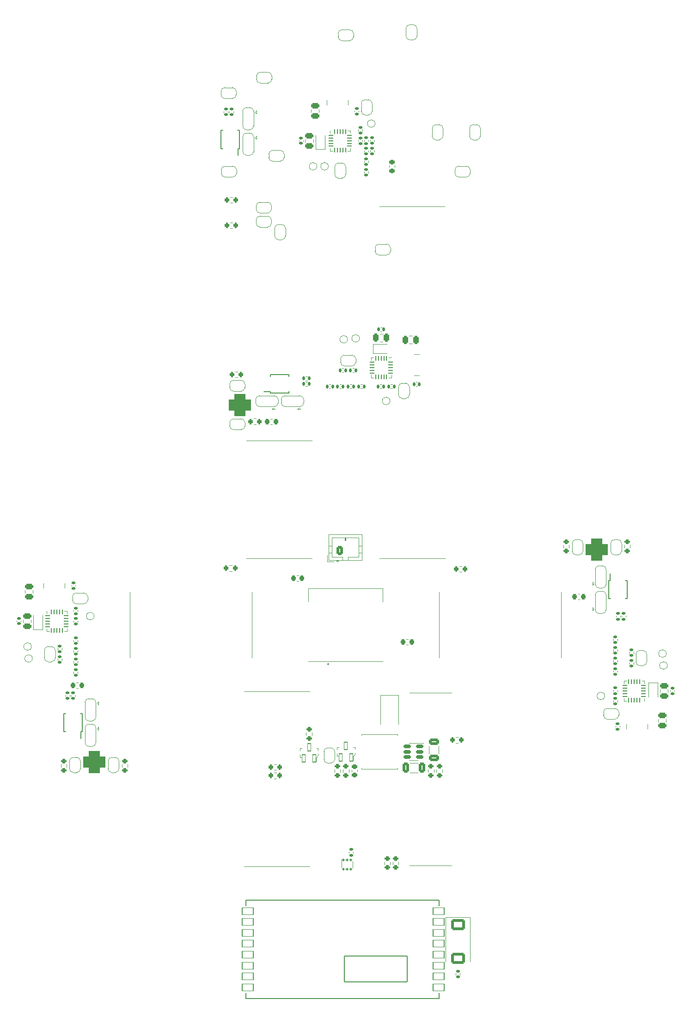
<source format=gbo>
G04 #@! TF.GenerationSoftware,KiCad,Pcbnew,(6.0.1)*
G04 #@! TF.CreationDate,2022-11-09T09:08:09-03:00*
G04 #@! TF.ProjectId,PANEL-COMPLETE,50414e45-4c2d-4434-9f4d-504c4554452e,Rev 3*
G04 #@! TF.SameCoordinates,Original*
G04 #@! TF.FileFunction,Legend,Bot*
G04 #@! TF.FilePolarity,Positive*
%FSLAX46Y46*%
G04 Gerber Fmt 4.6, Leading zero omitted, Abs format (unit mm)*
G04 Created by KiCad (PCBNEW (6.0.1)) date 2022-11-09 09:08:09*
%MOMM*%
%LPD*%
G01*
G04 APERTURE LIST*
G04 Aperture macros list*
%AMRoundRect*
0 Rectangle with rounded corners*
0 $1 Rounding radius*
0 $2 $3 $4 $5 $6 $7 $8 $9 X,Y pos of 4 corners*
0 Add a 4 corners polygon primitive as box body*
4,1,4,$2,$3,$4,$5,$6,$7,$8,$9,$2,$3,0*
0 Add four circle primitives for the rounded corners*
1,1,$1+$1,$2,$3*
1,1,$1+$1,$4,$5*
1,1,$1+$1,$6,$7*
1,1,$1+$1,$8,$9*
0 Add four rect primitives between the rounded corners*
20,1,$1+$1,$2,$3,$4,$5,0*
20,1,$1+$1,$4,$5,$6,$7,0*
20,1,$1+$1,$6,$7,$8,$9,0*
20,1,$1+$1,$8,$9,$2,$3,0*%
%AMFreePoly0*
4,1,22,0.550000,-0.750000,0.000000,-0.750000,0.000000,-0.745033,-0.079941,-0.743568,-0.215256,-0.701293,-0.333266,-0.622738,-0.424486,-0.514219,-0.481581,-0.384460,-0.499164,-0.250000,-0.500000,-0.250000,-0.500000,0.250000,-0.499164,0.250000,-0.499963,0.256109,-0.478152,0.396186,-0.417904,0.524511,-0.324060,0.630769,-0.204165,0.706417,-0.067858,0.745374,0.000000,0.744959,0.000000,0.750000,
0.550000,0.750000,0.550000,-0.750000,0.550000,-0.750000,$1*%
%AMFreePoly1*
4,1,20,0.000000,0.744959,0.073905,0.744508,0.209726,0.703889,0.328688,0.626782,0.421226,0.519385,0.479903,0.390333,0.500000,0.250000,0.500000,-0.250000,0.499851,-0.262216,0.476331,-0.402017,0.414519,-0.529596,0.319384,-0.634700,0.198574,-0.708877,0.061801,-0.746166,0.000000,-0.745033,0.000000,-0.750000,-0.550000,-0.750000,-0.550000,0.750000,0.000000,0.750000,0.000000,0.744959,
0.000000,0.744959,$1*%
%AMFreePoly2*
4,1,22,0.500000,-0.750000,0.000000,-0.750000,0.000000,-0.745033,-0.079941,-0.743568,-0.215256,-0.701293,-0.333266,-0.622738,-0.424486,-0.514219,-0.481581,-0.384460,-0.499164,-0.250000,-0.500000,-0.250000,-0.500000,0.250000,-0.499164,0.250000,-0.499963,0.256109,-0.478152,0.396186,-0.417904,0.524511,-0.324060,0.630769,-0.204165,0.706417,-0.067858,0.745374,0.000000,0.744959,0.000000,0.750000,
0.500000,0.750000,0.500000,-0.750000,0.500000,-0.750000,$1*%
%AMFreePoly3*
4,1,20,0.000000,0.744959,0.073905,0.744508,0.209726,0.703889,0.328688,0.626782,0.421226,0.519385,0.479903,0.390333,0.500000,0.250000,0.500000,-0.250000,0.499851,-0.262216,0.476331,-0.402017,0.414519,-0.529596,0.319384,-0.634700,0.198574,-0.708877,0.061801,-0.746166,0.000000,-0.745033,0.000000,-0.750000,-0.500000,-0.750000,-0.500000,0.750000,0.000000,0.750000,0.000000,0.744959,
0.000000,0.744959,$1*%
G04 Aperture macros list end*
%ADD10C,0.120000*%
%ADD11C,0.100000*%
%ADD12C,0.150000*%
%ADD13C,0.200000*%
%ADD14C,0.127000*%
%ADD15C,2.200000*%
%ADD16C,0.650000*%
%ADD17O,1.000000X1.600000*%
%ADD18O,1.000000X2.100000*%
%ADD19C,0.500000*%
%ADD20C,4.000000*%
%ADD21RoundRect,1.000000X1.000000X1.000000X-1.000000X1.000000X-1.000000X-1.000000X1.000000X-1.000000X0*%
%ADD22RoundRect,1.000000X-1.000000X1.000000X-1.000000X-1.000000X1.000000X-1.000000X1.000000X1.000000X0*%
%ADD23R,6.000000X2.000000*%
%ADD24C,2.000000*%
%ADD25C,2.600000*%
%ADD26RoundRect,1.000000X1.000000X-1.000000X1.000000X1.000000X-1.000000X1.000000X-1.000000X-1.000000X0*%
%ADD27R,1.700000X1.700000*%
%ADD28O,1.700000X1.700000*%
%ADD29C,0.990600*%
%ADD30FreePoly0,270.000000*%
%ADD31R,1.500000X1.000000*%
%ADD32FreePoly1,270.000000*%
%ADD33R,0.300000X1.000000*%
%ADD34R,2.000000X1.300000*%
%ADD35RoundRect,0.140000X-0.170000X0.140000X-0.170000X-0.140000X0.170000X-0.140000X0.170000X0.140000X0*%
%ADD36RoundRect,0.250000X0.475000X-0.250000X0.475000X0.250000X-0.475000X0.250000X-0.475000X-0.250000X0*%
%ADD37RoundRect,0.200000X0.200000X0.275000X-0.200000X0.275000X-0.200000X-0.275000X0.200000X-0.275000X0*%
%ADD38RoundRect,0.135000X0.185000X-0.135000X0.185000X0.135000X-0.185000X0.135000X-0.185000X-0.135000X0*%
%ADD39RoundRect,0.250000X0.325000X0.650000X-0.325000X0.650000X-0.325000X-0.650000X0.325000X-0.650000X0*%
%ADD40RoundRect,0.062500X0.062500X-0.375000X0.062500X0.375000X-0.062500X0.375000X-0.062500X-0.375000X0*%
%ADD41RoundRect,0.062500X0.375000X-0.062500X0.375000X0.062500X-0.375000X0.062500X-0.375000X-0.062500X0*%
%ADD42R,2.000000X2.000000*%
%ADD43FreePoly2,270.000000*%
%ADD44FreePoly3,270.000000*%
%ADD45RoundRect,0.218750X0.256250X-0.218750X0.256250X0.218750X-0.256250X0.218750X-0.256250X-0.218750X0*%
%ADD46RoundRect,0.135000X-0.135000X-0.185000X0.135000X-0.185000X0.135000X0.185000X-0.135000X0.185000X0*%
%ADD47RoundRect,0.250000X-0.650000X0.325000X-0.650000X-0.325000X0.650000X-0.325000X0.650000X0.325000X0*%
%ADD48RoundRect,0.135000X-0.185000X0.135000X-0.185000X-0.135000X0.185000X-0.135000X0.185000X0.135000X0*%
%ADD49FreePoly2,0.000000*%
%ADD50FreePoly3,0.000000*%
%ADD51C,1.000000*%
%ADD52R,0.300000X1.400000*%
%ADD53RoundRect,0.135000X0.135000X0.185000X-0.135000X0.185000X-0.135000X-0.185000X0.135000X-0.185000X0*%
%ADD54RoundRect,0.200000X-0.275000X0.200000X-0.275000X-0.200000X0.275000X-0.200000X0.275000X0.200000X0*%
%ADD55FreePoly0,90.000000*%
%ADD56FreePoly1,90.000000*%
%ADD57RoundRect,0.200000X-0.200000X-0.275000X0.200000X-0.275000X0.200000X0.275000X-0.200000X0.275000X0*%
%ADD58FreePoly2,180.000000*%
%ADD59FreePoly3,180.000000*%
%ADD60FreePoly2,90.000000*%
%ADD61FreePoly3,90.000000*%
%ADD62RoundRect,0.070000X0.300000X-0.650000X0.300000X0.650000X-0.300000X0.650000X-0.300000X-0.650000X0*%
%ADD63RoundRect,0.200000X0.275000X-0.200000X0.275000X0.200000X-0.275000X0.200000X-0.275000X-0.200000X0*%
%ADD64R,3.890000X1.450000*%
%ADD65RoundRect,0.250000X-0.350000X-0.625000X0.350000X-0.625000X0.350000X0.625000X-0.350000X0.625000X0*%
%ADD66O,1.200000X1.750000*%
%ADD67R,0.450000X0.600000*%
%ADD68R,1.000000X0.300000*%
%ADD69R,1.300000X2.000000*%
%ADD70RoundRect,0.140000X0.170000X-0.140000X0.170000X0.140000X-0.170000X0.140000X-0.170000X-0.140000X0*%
%ADD71RoundRect,0.250000X-1.025000X0.787500X-1.025000X-0.787500X1.025000X-0.787500X1.025000X0.787500X0*%
%ADD72R,1.400000X0.300000*%
%ADD73RoundRect,0.250000X-0.250000X-0.475000X0.250000X-0.475000X0.250000X0.475000X-0.250000X0.475000X0*%
%ADD74RoundRect,0.218750X0.218750X0.256250X-0.218750X0.256250X-0.218750X-0.256250X0.218750X-0.256250X0*%
%ADD75RoundRect,0.140000X0.140000X0.170000X-0.140000X0.170000X-0.140000X-0.170000X0.140000X-0.170000X0*%
%ADD76R,1.450000X3.890000*%
%ADD77R,0.600000X0.450000*%
%ADD78RoundRect,0.062500X0.375000X0.062500X-0.375000X0.062500X-0.375000X-0.062500X0.375000X-0.062500X0*%
%ADD79RoundRect,0.062500X0.062500X0.375000X-0.062500X0.375000X-0.062500X-0.375000X0.062500X-0.375000X0*%
%ADD80RoundRect,0.150000X0.512500X0.150000X-0.512500X0.150000X-0.512500X-0.150000X0.512500X-0.150000X0*%
%ADD81RoundRect,0.140000X-0.140000X-0.170000X0.140000X-0.170000X0.140000X0.170000X-0.140000X0.170000X0*%
%ADD82R,0.800000X1.500000*%
%ADD83R,1.450000X2.000000*%
%ADD84R,1.800000X2.500000*%
%ADD85RoundRect,0.063500X-1.000000X-0.650000X1.000000X-0.650000X1.000000X0.650000X-1.000000X0.650000X0*%
%ADD86RoundRect,0.063500X-5.750000X-2.350000X5.750000X-2.350000X5.750000X2.350000X-5.750000X2.350000X0*%
%ADD87RoundRect,0.062500X-0.062500X0.375000X-0.062500X-0.375000X0.062500X-0.375000X0.062500X0.375000X0*%
%ADD88RoundRect,0.062500X-0.375000X0.062500X-0.375000X-0.062500X0.375000X-0.062500X0.375000X0.062500X0*%
%ADD89RoundRect,0.250000X-0.475000X0.250000X-0.475000X-0.250000X0.475000X-0.250000X0.475000X0.250000X0*%
%ADD90FreePoly0,180.000000*%
%ADD91R,1.000000X1.500000*%
%ADD92FreePoly1,180.000000*%
%ADD93RoundRect,0.125000X-0.125000X-0.125000X0.125000X-0.125000X0.125000X0.125000X-0.125000X0.125000X0*%
%ADD94RoundRect,0.218750X-0.218750X-0.256250X0.218750X-0.256250X0.218750X0.256250X-0.218750X0.256250X0*%
%ADD95RoundRect,0.250000X0.250000X0.475000X-0.250000X0.475000X-0.250000X-0.475000X0.250000X-0.475000X0*%
%ADD96RoundRect,0.225000X-0.250000X0.225000X-0.250000X-0.225000X0.250000X-0.225000X0.250000X0.225000X0*%
%ADD97R,1.500000X2.400000*%
G04 APERTURE END LIST*
D10*
X158460103Y-186106925D02*
X158760103Y-186406925D01*
X157560103Y-185256925D02*
X156960103Y-185256925D01*
X156260103Y-185906925D02*
X156260103Y-188706925D01*
X158760103Y-185806925D02*
X158760103Y-186406925D01*
X156960103Y-189356925D02*
X157560103Y-189356925D01*
X158460103Y-186106925D02*
X158760103Y-185806925D01*
X158260103Y-188706925D02*
X158260103Y-185906925D01*
X157560103Y-189356925D02*
G75*
G03*
X158260103Y-188656925I1J699999D01*
G01*
X156260103Y-188656925D02*
G75*
G03*
X156960103Y-189356925I699999J-1D01*
G01*
X158260103Y-185956925D02*
G75*
G03*
X157560103Y-185256925I-699999J1D01*
G01*
X156960103Y-185256925D02*
G75*
G03*
X156260103Y-185956925I-1J-699999D01*
G01*
D11*
X210179400Y-95004600D02*
X222179400Y-95004600D01*
D10*
X196212025Y-82894764D02*
X196212025Y-83110436D01*
X195492025Y-82894764D02*
X195492025Y-83110436D01*
X198085625Y-83274052D02*
X198085625Y-82751548D01*
X196615625Y-83274052D02*
X196615625Y-82751548D01*
X158760103Y-190480525D02*
X158760103Y-191080525D01*
X158460103Y-190780525D02*
X158760103Y-190480525D01*
X158460103Y-190780525D02*
X158760103Y-191080525D01*
X156960103Y-194030525D02*
X157560103Y-194030525D01*
X156260103Y-190580525D02*
X156260103Y-193380525D01*
X157560103Y-189930525D02*
X156960103Y-189930525D01*
X158260103Y-193380525D02*
X158260103Y-190580525D01*
X158260103Y-190630525D02*
G75*
G03*
X157560103Y-189930525I-699999J1D01*
G01*
X157560103Y-194030525D02*
G75*
G03*
X158260103Y-193330525I1J699999D01*
G01*
X156960103Y-189930525D02*
G75*
G03*
X156260103Y-190630525I-1J-699999D01*
G01*
X156260103Y-193330525D02*
G75*
G03*
X156960103Y-194030525I699999J-1D01*
G01*
X183310583Y-94400900D02*
X182836067Y-94400900D01*
X183310583Y-93355900D02*
X182836067Y-93355900D01*
X154940126Y-169331566D02*
X154940126Y-169024284D01*
X154180126Y-169331566D02*
X154180126Y-169024284D01*
X151997650Y-178246966D02*
X151997650Y-177939684D01*
X151237650Y-178246966D02*
X151237650Y-177939684D01*
X217220852Y-198852200D02*
X215798348Y-198852200D01*
X217220852Y-197032200D02*
X215798348Y-197032200D01*
X255013850Y-182007925D02*
X255488850Y-182007925D01*
X258733850Y-182482925D02*
X258733850Y-182007925D01*
X255013850Y-182482925D02*
X255013850Y-182007925D01*
X258733850Y-182007925D02*
X258258850Y-182007925D01*
X258733850Y-185252925D02*
X258733850Y-185727925D01*
X255013850Y-185252925D02*
X255013850Y-185727925D01*
X255013850Y-185727925D02*
X255488850Y-185727925D01*
X204012325Y-89157800D02*
X204012325Y-87757800D01*
X202712325Y-89857800D02*
X203312325Y-89857800D01*
X202012325Y-87757800D02*
X202012325Y-89157800D01*
X203312325Y-87057800D02*
X202712325Y-87057800D01*
X202012325Y-89157800D02*
G75*
G03*
X202712325Y-89857800I699999J-1D01*
G01*
X204012325Y-87757800D02*
G75*
G03*
X203312325Y-87057800I-699999J1D01*
G01*
X202712325Y-87057800D02*
G75*
G03*
X202012325Y-87757800I-1J-699999D01*
G01*
X203312325Y-89857800D02*
G75*
G03*
X204012325Y-89157800I1J699999D01*
G01*
X211961000Y-87868979D02*
X211961000Y-87543421D01*
X212981000Y-87868979D02*
X212981000Y-87543421D01*
X210310559Y-127657476D02*
X210617841Y-127657476D01*
X210310559Y-128417476D02*
X210617841Y-128417476D01*
X219257200Y-193928948D02*
X219257200Y-195351452D01*
X221077200Y-193928948D02*
X221077200Y-195351452D01*
X208167525Y-86686959D02*
X208167525Y-86994241D01*
X207407525Y-86686959D02*
X207407525Y-86994241D01*
X254028397Y-188335525D02*
X254028397Y-187735525D01*
X251228397Y-187735525D02*
X251228397Y-188335525D01*
X253328397Y-187035525D02*
X251928397Y-187035525D01*
X251928397Y-189035525D02*
X253328397Y-189035525D01*
X254028397Y-187735525D02*
G75*
G03*
X253328397Y-187035525I-699999J1D01*
G01*
X251928397Y-187035525D02*
G75*
G03*
X251228397Y-187735525I-1J-699999D01*
G01*
X253328397Y-189035525D02*
G75*
G03*
X254028397Y-188335525I1J699999D01*
G01*
X251228397Y-188335525D02*
G75*
G03*
X251928397Y-189035525I699999J-1D01*
G01*
X204359000Y-119409053D02*
G75*
G03*
X204359000Y-119409053I-700000J0D01*
G01*
X206543400Y-119231253D02*
G75*
G03*
X206543400Y-119231253I-700000J0D01*
G01*
X181700225Y-77570359D02*
X181700225Y-77877641D01*
X182460225Y-77570359D02*
X182460225Y-77877641D01*
X205255959Y-124715000D02*
X205563241Y-124715000D01*
X205255959Y-125475000D02*
X205563241Y-125475000D01*
X205410200Y-213298041D02*
X205410200Y-213605323D01*
X204650200Y-213298041D02*
X204650200Y-213605323D01*
D11*
X185418925Y-183958854D02*
X197418925Y-183958854D01*
D12*
X155760103Y-191318725D02*
X155535103Y-191318725D01*
X152410103Y-187968725D02*
X152710103Y-187968725D01*
X152410103Y-191318725D02*
X152710103Y-191318725D01*
X155760103Y-191318725D02*
X155760103Y-187968725D01*
X152410103Y-191318725D02*
X152410103Y-187968725D01*
X155535103Y-191318725D02*
X155535103Y-192543725D01*
X155760103Y-187968725D02*
X155460103Y-187968725D01*
D10*
X254207597Y-190264489D02*
X254207597Y-190480161D01*
X253487597Y-190264489D02*
X253487597Y-190480161D01*
X205131441Y-127657476D02*
X204824159Y-127657476D01*
X205131441Y-128417476D02*
X204824159Y-128417476D01*
X154180126Y-180301884D02*
X154180126Y-180609166D01*
X154940126Y-180301884D02*
X154940126Y-180609166D01*
X224015125Y-88346000D02*
X224015125Y-88946000D01*
X226815125Y-88946000D02*
X226815125Y-88346000D01*
X224715125Y-89646000D02*
X226115125Y-89646000D01*
X226115125Y-87646000D02*
X224715125Y-87646000D01*
X224015125Y-88946000D02*
G75*
G03*
X224715125Y-89646000I699999J-1D01*
G01*
X224715125Y-87646000D02*
G75*
G03*
X224015125Y-88346000I-1J-699999D01*
G01*
X226815125Y-88346000D02*
G75*
G03*
X226115125Y-87646000I-699999J1D01*
G01*
X226115125Y-89646000D02*
G75*
G03*
X226815125Y-88946000I1J699999D01*
G01*
X221705700Y-198263742D02*
X221705700Y-198738258D01*
X220660700Y-198263742D02*
X220660700Y-198738258D01*
X250423397Y-164994925D02*
X251023397Y-164994925D01*
X249523397Y-164144925D02*
X249223397Y-164444925D01*
X251023397Y-160894925D02*
X250423397Y-160894925D01*
X249723397Y-161544925D02*
X249723397Y-164344925D01*
X251723397Y-164344925D02*
X251723397Y-161544925D01*
X249223397Y-164444925D02*
X249223397Y-163844925D01*
X249523397Y-164144925D02*
X249223397Y-163844925D01*
X251023397Y-164994925D02*
G75*
G03*
X251723397Y-164294925I1J699999D01*
G01*
X251723397Y-161594925D02*
G75*
G03*
X251023397Y-160894925I-699999J1D01*
G01*
X250423397Y-160894925D02*
G75*
G03*
X249723397Y-161594925I-1J-699999D01*
G01*
X249723397Y-164294925D02*
G75*
G03*
X250423397Y-164994925I699999J-1D01*
G01*
X190862142Y-197292700D02*
X191336658Y-197292700D01*
X190862142Y-198337700D02*
X191336658Y-198337700D01*
D11*
X197418925Y-215993925D02*
X185418925Y-215993925D01*
D10*
X156755103Y-167189925D02*
X156755103Y-166589925D01*
X153955103Y-166589925D02*
X153955103Y-167189925D01*
X154655103Y-167889925D02*
X156055103Y-167889925D01*
X156055103Y-165889925D02*
X154655103Y-165889925D01*
X156055103Y-167889925D02*
G75*
G03*
X156755103Y-167189925I1J699999D01*
G01*
X156755103Y-166589925D02*
G75*
G03*
X156055103Y-165889925I-699999J1D01*
G01*
X154655103Y-165889925D02*
G75*
G03*
X153955103Y-166589925I-1J-699999D01*
G01*
X153955103Y-167189925D02*
G75*
G03*
X154655103Y-167889925I699999J-1D01*
G01*
X217067925Y-63819000D02*
X217067925Y-62419000D01*
X215067925Y-62419000D02*
X215067925Y-63819000D01*
X215767925Y-64519000D02*
X216367925Y-64519000D01*
X216367925Y-61719000D02*
X215767925Y-61719000D01*
X215067925Y-63819000D02*
G75*
G03*
X215767925Y-64519000I699999J-1D01*
G01*
X217067925Y-62419000D02*
G75*
G03*
X216367925Y-61719000I-699999J1D01*
G01*
X215767925Y-61719000D02*
G75*
G03*
X215067925Y-62419000I-1J-699999D01*
G01*
X216367925Y-64519000D02*
G75*
G03*
X217067925Y-63819000I1J699999D01*
G01*
X245493450Y-156808175D02*
X245493450Y-158208175D01*
X246793450Y-156108175D02*
X246193450Y-156108175D01*
X247493450Y-158208175D02*
X247493450Y-156808175D01*
X246193450Y-158908175D02*
X246793450Y-158908175D01*
X245493450Y-158208175D02*
G75*
G03*
X246193450Y-158908175I699999J-1D01*
G01*
X247493450Y-156808175D02*
G75*
G03*
X246793450Y-156108175I-699999J1D01*
G01*
X246193450Y-156108175D02*
G75*
G03*
X245493450Y-156808175I-1J-699999D01*
G01*
X246793450Y-158908175D02*
G75*
G03*
X247493450Y-158208175I1J699999D01*
G01*
X254534397Y-170337566D02*
X254534397Y-170030284D01*
X255294397Y-170337566D02*
X255294397Y-170030284D01*
X221143125Y-80032400D02*
X220543125Y-80032400D01*
X219843125Y-80732400D02*
X219843125Y-82132400D01*
X220543125Y-82832400D02*
X221143125Y-82832400D01*
X221843125Y-82132400D02*
X221843125Y-80732400D01*
X221843125Y-80732400D02*
G75*
G03*
X221143125Y-80032400I-699999J1D01*
G01*
X219843125Y-82132400D02*
G75*
G03*
X220543125Y-82832400I699999J-1D01*
G01*
X220543125Y-80032400D02*
G75*
G03*
X219843125Y-80732400I-1J-699999D01*
G01*
X221143125Y-82832400D02*
G75*
G03*
X221843125Y-82132400I1J699999D01*
G01*
D11*
X205388600Y-195834000D02*
X205388600Y-196609000D01*
X202413600Y-195834000D02*
X202763600Y-195834000D01*
X202713600Y-194184000D02*
X202413600Y-194184000D01*
X202638600Y-194184000D02*
X202763600Y-194184000D01*
X202413600Y-195359000D02*
X202413600Y-195834000D01*
X205713600Y-195459000D02*
X205438600Y-195834000D01*
X205713600Y-195184000D02*
X205713600Y-195459000D01*
X202413600Y-194184000D02*
X202413600Y-194634000D01*
X205438600Y-195834000D02*
X205388600Y-195834000D01*
X205713600Y-194559000D02*
X205713600Y-194184000D01*
X205713600Y-194184000D02*
X205413600Y-194184000D01*
D10*
X212155300Y-215654658D02*
X212155300Y-215180142D01*
X211110300Y-215654658D02*
X211110300Y-215180142D01*
D11*
X200556825Y-76450600D02*
X200556825Y-75550600D01*
X204456825Y-76450600D02*
X204456825Y-75550600D01*
D10*
X207063841Y-127657476D02*
X206756559Y-127657476D01*
X207063841Y-128417476D02*
X206756559Y-128417476D01*
X189928325Y-85450400D02*
X189928325Y-86050400D01*
X190628325Y-86750400D02*
X192028325Y-86750400D01*
X192728325Y-86050400D02*
X192728325Y-85450400D01*
X192028325Y-84750400D02*
X190628325Y-84750400D01*
X190628325Y-84750400D02*
G75*
G03*
X189928325Y-85450400I-1J-699999D01*
G01*
X192028325Y-86750400D02*
G75*
G03*
X192728325Y-86050400I1J699999D01*
G01*
X192728325Y-85450400D02*
G75*
G03*
X192028325Y-84750400I-699999J1D01*
G01*
X189928325Y-86050400D02*
G75*
G03*
X190628325Y-86750400I699999J-1D01*
G01*
D11*
X222190325Y-159524325D02*
X210190325Y-159524325D01*
D10*
X207022000Y-158580800D02*
X206412000Y-158580800D01*
X206412000Y-159280800D02*
X204462000Y-159280800D01*
X202662000Y-159990800D02*
X202362000Y-159990800D01*
X200902000Y-158580800D02*
X201512000Y-158580800D01*
X203962000Y-155780800D02*
X203962000Y-156280800D01*
X202662000Y-159890800D02*
X202662000Y-160090800D01*
X200902000Y-157280800D02*
X201512000Y-157280800D01*
X202362000Y-160090800D02*
X202362000Y-159890800D01*
X203862000Y-156280800D02*
X204062000Y-156280800D01*
X203462000Y-159280800D02*
X201512000Y-159280800D01*
X200602000Y-160190800D02*
X200602000Y-158940800D01*
X206412000Y-155780800D02*
X206412000Y-159280800D01*
X201852000Y-160190800D02*
X200602000Y-160190800D01*
X200902000Y-155170800D02*
X207022000Y-155170800D01*
X203462000Y-159890800D02*
X203462000Y-159280800D01*
X207022000Y-159890800D02*
X200902000Y-159890800D01*
X207022000Y-155170800D02*
X207022000Y-159890800D01*
X201512000Y-155780800D02*
X206412000Y-155780800D01*
X204462000Y-159280800D02*
X204462000Y-159890800D01*
X203862000Y-155780800D02*
X203862000Y-156280800D01*
X207022000Y-157280800D02*
X206412000Y-157280800D01*
X204062000Y-156280800D02*
X204062000Y-155780800D01*
X202662000Y-160090800D02*
X202362000Y-160090800D01*
X201512000Y-159280800D02*
X201512000Y-155780800D01*
X200902000Y-159890800D02*
X200902000Y-155170800D01*
X208482925Y-82812559D02*
X208482925Y-83119841D01*
X209242925Y-82812559D02*
X209242925Y-83119841D01*
X204586100Y-198751458D02*
X204586100Y-198276942D01*
X203541100Y-198751458D02*
X203541100Y-198276942D01*
X207085552Y-82833759D02*
X207085552Y-83141041D01*
X206325552Y-82833759D02*
X206325552Y-83141041D01*
D11*
X223412125Y-215893925D02*
X215712125Y-215893925D01*
X185806325Y-137984125D02*
X197806325Y-137984125D01*
D10*
X146805250Y-172557525D02*
X146805250Y-170007525D01*
X148505250Y-172557525D02*
X146805250Y-172557525D01*
X148505250Y-172557525D02*
X148505250Y-170007525D01*
D11*
X221115600Y-177745525D02*
X221115600Y-165745525D01*
D10*
X262751797Y-177011925D02*
G75*
G03*
X262751797Y-177011925I-700000J0D01*
G01*
D11*
X198632200Y-196022200D02*
X198632200Y-196797200D01*
X195657200Y-194372200D02*
X195657200Y-194822200D01*
X198957200Y-195647200D02*
X198682200Y-196022200D01*
X198957200Y-194372200D02*
X198657200Y-194372200D01*
X198682200Y-196022200D02*
X198632200Y-196022200D01*
X198957200Y-195372200D02*
X198957200Y-195647200D01*
X195657200Y-196022200D02*
X196007200Y-196022200D01*
X195657200Y-195547200D02*
X195657200Y-196022200D01*
X195957200Y-194372200D02*
X195657200Y-194372200D01*
X198957200Y-194747200D02*
X198957200Y-194372200D01*
X195882200Y-194372200D02*
X196007200Y-194372200D01*
D10*
X264214604Y-183975761D02*
X264214604Y-183760089D01*
X263494604Y-183975761D02*
X263494604Y-183760089D01*
X154940126Y-176441084D02*
X154940126Y-176748366D01*
X154180126Y-176441084D02*
X154180126Y-176748366D01*
X190988725Y-99045800D02*
X190988725Y-100445800D01*
X191688725Y-101145800D02*
X192288725Y-101145800D01*
X192288725Y-98345800D02*
X191688725Y-98345800D01*
X192988725Y-100445800D02*
X192988725Y-99045800D01*
X191688725Y-98345800D02*
G75*
G03*
X190988725Y-99045800I-1J-699999D01*
G01*
X192288725Y-101145800D02*
G75*
G03*
X192988725Y-100445800I1J699999D01*
G01*
X190988725Y-100445800D02*
G75*
G03*
X191688725Y-101145800I699999J-1D01*
G01*
X192988725Y-99045800D02*
G75*
G03*
X192288725Y-98345800I-699999J1D01*
G01*
X228685600Y-82132400D02*
X228685600Y-80732400D01*
X227985600Y-80032400D02*
X227385600Y-80032400D01*
X226685600Y-80732400D02*
X226685600Y-82132400D01*
X227385600Y-82832400D02*
X227985600Y-82832400D01*
X227985600Y-82832400D02*
G75*
G03*
X228685600Y-82132400I1J699999D01*
G01*
X226685600Y-82132400D02*
G75*
G03*
X227385600Y-82832400I699999J-1D01*
G01*
X227385600Y-80032400D02*
G75*
G03*
X226685600Y-80732400I-1J-699999D01*
G01*
X228685600Y-80732400D02*
G75*
G03*
X227985600Y-80032400I-699999J1D01*
G01*
X201270641Y-128417476D02*
X200963359Y-128417476D01*
X201270641Y-127657476D02*
X200963359Y-127657476D01*
X187144225Y-85016800D02*
X187144225Y-82216800D01*
X185144225Y-82216800D02*
X185144225Y-85016800D01*
X186444225Y-81566800D02*
X185844225Y-81566800D01*
X187344225Y-82416800D02*
X187644225Y-82116800D01*
X187344225Y-82416800D02*
X187644225Y-82716800D01*
X187644225Y-82116800D02*
X187644225Y-82716800D01*
X185844225Y-85666800D02*
X186444225Y-85666800D01*
X187144225Y-82266800D02*
G75*
G03*
X186444225Y-81566800I-699999J1D01*
G01*
X186444225Y-85666800D02*
G75*
G03*
X187144225Y-84966800I1J699999D01*
G01*
X185844225Y-81566800D02*
G75*
G03*
X185144225Y-82266800I-1J-699999D01*
G01*
X185144225Y-84966800D02*
G75*
G03*
X185844225Y-85666800I699999J-1D01*
G01*
X185144225Y-77543200D02*
X185144225Y-80343200D01*
X186444225Y-76893200D02*
X185844225Y-76893200D01*
X187344225Y-77743200D02*
X187644225Y-77443200D01*
X187344225Y-77743200D02*
X187644225Y-78043200D01*
X187644225Y-77443200D02*
X187644225Y-78043200D01*
X185844225Y-80993200D02*
X186444225Y-80993200D01*
X187144225Y-80343200D02*
X187144225Y-77543200D01*
X185844225Y-76893200D02*
G75*
G03*
X185144225Y-77593200I-1J-699999D01*
G01*
X186444225Y-80993200D02*
G75*
G03*
X187144225Y-80293200I1J699999D01*
G01*
X187144225Y-77593200D02*
G75*
G03*
X186444225Y-76893200I-699999J1D01*
G01*
X185144225Y-80293200D02*
G75*
G03*
X185844225Y-80993200I699999J-1D01*
G01*
X151997650Y-176316566D02*
X151997650Y-176009284D01*
X151237650Y-176316566D02*
X151237650Y-176009284D01*
X154180126Y-178371484D02*
X154180126Y-178678766D01*
X154940126Y-178371484D02*
X154940126Y-178678766D01*
X183310583Y-98004100D02*
X182836067Y-98004100D01*
X183310583Y-99049100D02*
X182836067Y-99049100D01*
X203325559Y-125475000D02*
X203632841Y-125475000D01*
X203325559Y-124715000D02*
X203632841Y-124715000D01*
X184855250Y-126906200D02*
X183455250Y-126906200D01*
X185555250Y-128206200D02*
X185555250Y-127606200D01*
X182755250Y-127606200D02*
X182755250Y-128206200D01*
X183455250Y-128906200D02*
X184855250Y-128906200D01*
X185555250Y-127606200D02*
G75*
G03*
X184855250Y-126906200I-699999J1D01*
G01*
X183455250Y-126906200D02*
G75*
G03*
X182755250Y-127606200I-1J-699999D01*
G01*
X182755250Y-128206200D02*
G75*
G03*
X183455250Y-128906200I699999J-1D01*
G01*
X184855250Y-128906200D02*
G75*
G03*
X185555250Y-128206200I1J699999D01*
G01*
X222307807Y-233432325D02*
X222307807Y-225372325D01*
X222307807Y-225372325D02*
X226827807Y-225372325D01*
X226827807Y-225372325D02*
X226827807Y-233432325D01*
X200207225Y-84512800D02*
X200207225Y-81962800D01*
X198507225Y-84512800D02*
X198507225Y-81962800D01*
X200207225Y-84512800D02*
X198507225Y-84512800D01*
X185555250Y-135267400D02*
X185555250Y-134667400D01*
X184855250Y-133967400D02*
X183455250Y-133967400D01*
X182755250Y-134667400D02*
X182755250Y-135267400D01*
X183455250Y-135967400D02*
X184855250Y-135967400D01*
X185555250Y-134667400D02*
G75*
G03*
X184855250Y-133967400I-699999J1D01*
G01*
X183455250Y-133967400D02*
G75*
G03*
X182755250Y-134667400I-1J-699999D01*
G01*
X184855250Y-135967400D02*
G75*
G03*
X185555250Y-135267400I1J699999D01*
G01*
X182755250Y-135267400D02*
G75*
G03*
X183455250Y-135967400I699999J-1D01*
G01*
X253803374Y-183663484D02*
X253803374Y-183970766D01*
X253043374Y-183663484D02*
X253043374Y-183970766D01*
X220156300Y-198738258D02*
X220156300Y-198263742D01*
X219111300Y-198738258D02*
X219111300Y-198263742D01*
X214982600Y-127432453D02*
X214382600Y-127432453D01*
X214382600Y-130232453D02*
X214982600Y-130232453D01*
X213682600Y-128132453D02*
X213682600Y-129532453D01*
X215682600Y-129532453D02*
X215682600Y-128132453D01*
X214382600Y-127432453D02*
G75*
G03*
X213682600Y-128132453I-1J-699999D01*
G01*
X215682600Y-128132453D02*
G75*
G03*
X214982600Y-127432453I-699999J1D01*
G01*
X213682600Y-129532453D02*
G75*
G03*
X214382600Y-130232453I699999J-1D01*
G01*
X214982600Y-130232453D02*
G75*
G03*
X215682600Y-129532453I1J699999D01*
G01*
X224187807Y-235916441D02*
X224187807Y-235609159D01*
X224947807Y-235916441D02*
X224947807Y-235609159D01*
X190467725Y-71724800D02*
X190467725Y-71124800D01*
X189767725Y-70424800D02*
X188367725Y-70424800D01*
X187667725Y-71124800D02*
X187667725Y-71724800D01*
X188367725Y-72424800D02*
X189767725Y-72424800D01*
X190467725Y-71124800D02*
G75*
G03*
X189767725Y-70424800I-699999J1D01*
G01*
X189767725Y-72424800D02*
G75*
G03*
X190467725Y-71724800I1J699999D01*
G01*
X188367725Y-70424800D02*
G75*
G03*
X187667725Y-71124800I-1J-699999D01*
G01*
X187667725Y-71724800D02*
G75*
G03*
X188367725Y-72424800I699999J-1D01*
G01*
D12*
X190253800Y-129012453D02*
X189028800Y-129012453D01*
X190253800Y-125887453D02*
X190253800Y-126187453D01*
X190253800Y-125887453D02*
X193603800Y-125887453D01*
X190253800Y-129237453D02*
X193603800Y-129237453D01*
X193603800Y-129237453D02*
X193603800Y-128937453D01*
X193603800Y-125887453D02*
X193603800Y-126187453D01*
X190253800Y-129237453D02*
X190253800Y-129012453D01*
D10*
X208863725Y-77560400D02*
X208863725Y-76160400D01*
X206863725Y-76160400D02*
X206863725Y-77560400D01*
X208163725Y-75460400D02*
X207563725Y-75460400D01*
X207563725Y-78260400D02*
X208163725Y-78260400D01*
X206863725Y-77560400D02*
G75*
G03*
X207563725Y-78260400I699999J-1D01*
G01*
X208863725Y-76160400D02*
G75*
G03*
X208163725Y-75460400I-699999J1D01*
G01*
X208163725Y-78260400D02*
G75*
G03*
X208863725Y-77560400I1J699999D01*
G01*
X207563725Y-75460400D02*
G75*
G03*
X206863725Y-76160400I-1J-699999D01*
G01*
D11*
X164506775Y-177745525D02*
X164506775Y-165745525D01*
D10*
X212240959Y-127657476D02*
X212548241Y-127657476D01*
X212240959Y-128417476D02*
X212548241Y-128417476D01*
X257869250Y-179222725D02*
X258469250Y-179222725D01*
X258469250Y-176422725D02*
X257869250Y-176422725D01*
X259169250Y-178522725D02*
X259169250Y-177122725D01*
X257169250Y-177122725D02*
X257169250Y-178522725D01*
X257869250Y-176422725D02*
G75*
G03*
X257169250Y-177122725I-1J-699999D01*
G01*
X259169250Y-177122725D02*
G75*
G03*
X258469250Y-176422725I-699999J1D01*
G01*
X258469250Y-179222725D02*
G75*
G03*
X259169250Y-178522725I1J699999D01*
G01*
X257169250Y-178522725D02*
G75*
G03*
X257869250Y-179222725I699999J-1D01*
G01*
X210253748Y-118391000D02*
X210776252Y-118391000D01*
X210253748Y-119861000D02*
X210776252Y-119861000D01*
X162490050Y-198117275D02*
X162490050Y-196717275D01*
X160490050Y-196717275D02*
X160490050Y-198117275D01*
X161790050Y-196017275D02*
X161190050Y-196017275D01*
X161190050Y-198817275D02*
X161790050Y-198817275D01*
X160490050Y-198117275D02*
G75*
G03*
X161190050Y-198817275I699999J-1D01*
G01*
X162490050Y-196717275D02*
G75*
G03*
X161790050Y-196017275I-699999J1D01*
G01*
X161790050Y-198817275D02*
G75*
G03*
X162490050Y-198117275I1J699999D01*
G01*
X161190050Y-196017275D02*
G75*
G03*
X160490050Y-196717275I-1J-699999D01*
G01*
X256745850Y-178608884D02*
X256745850Y-178916166D01*
X255985850Y-178608884D02*
X255985850Y-178916166D01*
D11*
X186876725Y-165745525D02*
X186876725Y-177745525D01*
D10*
X152689103Y-184587884D02*
X152689103Y-184895166D01*
X153449103Y-184587884D02*
X153449103Y-184895166D01*
X155026579Y-182319200D02*
X154701021Y-182319200D01*
X155026579Y-183339200D02*
X154701021Y-183339200D01*
X190862142Y-199903900D02*
X191336658Y-199903900D01*
X190862142Y-198858900D02*
X191336658Y-198858900D01*
X196984641Y-126166453D02*
X196677359Y-126166453D01*
X196984641Y-126926453D02*
X196677359Y-126926453D01*
X259478250Y-182367925D02*
X259478250Y-184917925D01*
X259478250Y-182367925D02*
X261178250Y-182367925D01*
X261178250Y-182367925D02*
X261178250Y-184917925D01*
X183193458Y-161888700D02*
X182718942Y-161888700D01*
X183193458Y-160843700D02*
X182718942Y-160843700D01*
X210622836Y-117966246D02*
X210407164Y-117966246D01*
X210622836Y-117246246D02*
X210407164Y-117246246D01*
X144913650Y-171318777D02*
X144913650Y-170796273D01*
X146383650Y-171318777D02*
X146383650Y-170796273D01*
X255089550Y-157100917D02*
X255089550Y-157575433D01*
X256134550Y-157100917D02*
X256134550Y-157575433D01*
X205869800Y-123591600D02*
X205869800Y-122991600D01*
X203769800Y-124291600D02*
X205169800Y-124291600D01*
X205169800Y-122291600D02*
X203769800Y-122291600D01*
X203069800Y-122991600D02*
X203069800Y-123591600D01*
X205869800Y-122991600D02*
G75*
G03*
X205169800Y-122291600I-699999J1D01*
G01*
X203069800Y-123591600D02*
G75*
G03*
X203769800Y-124291600I699999J-1D01*
G01*
X205169800Y-124291600D02*
G75*
G03*
X205869800Y-123591600I1J699999D01*
G01*
X203769800Y-122291600D02*
G75*
G03*
X203069800Y-122991600I-1J-699999D01*
G01*
X181916125Y-89646000D02*
X183316125Y-89646000D01*
X181216125Y-88346000D02*
X181216125Y-88946000D01*
X183316125Y-87646000D02*
X181916125Y-87646000D01*
X184016125Y-88946000D02*
X184016125Y-88346000D01*
X183316125Y-89646000D02*
G75*
G03*
X184016125Y-88946000I1J699999D01*
G01*
X181216125Y-88946000D02*
G75*
G03*
X181916125Y-89646000I699999J-1D01*
G01*
X181916125Y-87646000D02*
G75*
G03*
X181216125Y-88346000I-1J-699999D01*
G01*
X184016125Y-88346000D02*
G75*
G03*
X183316125Y-87646000I-699999J1D01*
G01*
D11*
X216569400Y-122129000D02*
X217469400Y-122129000D01*
X216569400Y-126029000D02*
X217469400Y-126029000D01*
D10*
X188316925Y-98815400D02*
X189716925Y-98815400D01*
X189716925Y-96815400D02*
X188316925Y-96815400D01*
X187616925Y-97515400D02*
X187616925Y-98115400D01*
X190416925Y-98115400D02*
X190416925Y-97515400D01*
X188316925Y-96815400D02*
G75*
G03*
X187616925Y-97515400I-1J-699999D01*
G01*
X189716925Y-98815400D02*
G75*
G03*
X190416925Y-98115400I1J699999D01*
G01*
X190416925Y-97515400D02*
G75*
G03*
X189716925Y-96815400I-699999J1D01*
G01*
X187616925Y-98115400D02*
G75*
G03*
X188316925Y-98815400I699999J-1D01*
G01*
X144488896Y-170949689D02*
X144488896Y-171165361D01*
X143768896Y-170949689D02*
X143768896Y-171165361D01*
D12*
X255573397Y-166956725D02*
X255273397Y-166956725D01*
X252223397Y-166956725D02*
X252523397Y-166956725D01*
X252448397Y-163606725D02*
X252448397Y-162381725D01*
X252223397Y-163606725D02*
X252223397Y-166956725D01*
X255573397Y-163606725D02*
X255273397Y-163606725D01*
X255573397Y-163606725D02*
X255573397Y-166956725D01*
X252223397Y-163606725D02*
X252448397Y-163606725D01*
D10*
X198736425Y-87686400D02*
G75*
G03*
X198736425Y-87686400I-700000J0D01*
G01*
X212131400Y-130704525D02*
G75*
G03*
X212131400Y-130704525I-700000J0D01*
G01*
X206394925Y-77704836D02*
X206394925Y-77489164D01*
X205674925Y-77704836D02*
X205674925Y-77489164D01*
X253518397Y-170337566D02*
X253518397Y-170030284D01*
X254278397Y-170337566D02*
X254278397Y-170030284D01*
X253803374Y-174623566D02*
X253803374Y-174316284D01*
X253043374Y-174623566D02*
X253043374Y-174316284D01*
X208167525Y-82826159D02*
X208167525Y-83133441D01*
X207407525Y-82826159D02*
X207407525Y-83133441D01*
X210110125Y-103946200D02*
X211510125Y-103946200D01*
X212210125Y-103246200D02*
X212210125Y-102646200D01*
X211510125Y-101946200D02*
X210110125Y-101946200D01*
X209410125Y-102646200D02*
X209410125Y-103246200D01*
X211510125Y-103946200D02*
G75*
G03*
X212210125Y-103246200I1J699999D01*
G01*
X209410125Y-103246200D02*
G75*
G03*
X210110125Y-103946200I699999J-1D01*
G01*
X210110125Y-101946200D02*
G75*
G03*
X209410125Y-102646200I-1J-699999D01*
G01*
X212210125Y-102646200D02*
G75*
G03*
X211510125Y-101946200I-699999J1D01*
G01*
X207407525Y-84756559D02*
X207407525Y-85063841D01*
X208167525Y-84756559D02*
X208167525Y-85063841D01*
X183747992Y-125326300D02*
X184222508Y-125326300D01*
X183747992Y-126371300D02*
X184222508Y-126371300D01*
X253043374Y-180416766D02*
X253043374Y-180109484D01*
X253803374Y-180416766D02*
X253803374Y-180109484D01*
X208167525Y-88617359D02*
X208167525Y-88924641D01*
X207407525Y-88617359D02*
X207407525Y-88924641D01*
X153775903Y-164660961D02*
X153775903Y-164445289D01*
X154495903Y-164660961D02*
X154495903Y-164445289D01*
X208482925Y-84742959D02*
X208482925Y-85050241D01*
X209242925Y-84742959D02*
X209242925Y-85050241D01*
X200844625Y-87686400D02*
G75*
G03*
X200844625Y-87686400I-700000J0D01*
G01*
X224146342Y-193384700D02*
X224620858Y-193384700D01*
X224146342Y-192339700D02*
X224620858Y-192339700D01*
X209015000Y-120282600D02*
X211565000Y-120282600D01*
X209015000Y-121982600D02*
X211565000Y-121982600D01*
X209015000Y-121982600D02*
X209015000Y-120282600D01*
X201315600Y-194281600D02*
X200715600Y-194281600D01*
X200715600Y-197081600D02*
X201315600Y-197081600D01*
X202015600Y-196381600D02*
X202015600Y-194981600D01*
X200015600Y-194981600D02*
X200015600Y-196381600D01*
X202015600Y-194981600D02*
G75*
G03*
X201315600Y-194281600I-699999J1D01*
G01*
X200015600Y-196381600D02*
G75*
G03*
X200715600Y-197081600I699999J-1D01*
G01*
X200715600Y-194281600D02*
G75*
G03*
X200015600Y-194981600I-1J-699999D01*
G01*
X201315600Y-197081600D02*
G75*
G03*
X202015600Y-196381600I1J699999D01*
G01*
X190416925Y-95550000D02*
X190416925Y-94950000D01*
X188316925Y-96250000D02*
X189716925Y-96250000D01*
X189716925Y-94250000D02*
X188316925Y-94250000D01*
X187616925Y-94950000D02*
X187616925Y-95550000D01*
X189716925Y-96250000D02*
G75*
G03*
X190416925Y-95550000I1J699999D01*
G01*
X188316925Y-94250000D02*
G75*
G03*
X187616925Y-94950000I-1J-699999D01*
G01*
X190416925Y-94950000D02*
G75*
G03*
X189716925Y-94250000I-699999J1D01*
G01*
X187616925Y-95550000D02*
G75*
G03*
X188316925Y-96250000I699999J-1D01*
G01*
X209130000Y-126447000D02*
X208655000Y-126447000D01*
X211900000Y-122727000D02*
X212375000Y-122727000D01*
X212375000Y-126447000D02*
X212375000Y-125972000D01*
X208655000Y-122727000D02*
X208655000Y-123202000D01*
X211900000Y-126447000D02*
X212375000Y-126447000D01*
X209130000Y-122727000D02*
X208655000Y-122727000D01*
X208655000Y-126447000D02*
X208655000Y-125972000D01*
X205428325Y-63950840D02*
X205428325Y-63350840D01*
X202628325Y-63350840D02*
X202628325Y-63950840D01*
X203328325Y-64650840D02*
X204728325Y-64650840D01*
X204728325Y-62650840D02*
X203328325Y-62650840D01*
X205428325Y-63350840D02*
G75*
G03*
X204728325Y-62650840I-699999J1D01*
G01*
X203328325Y-62650840D02*
G75*
G03*
X202628325Y-63350840I-1J-699999D01*
G01*
X202628325Y-63950840D02*
G75*
G03*
X203328325Y-64650840I699999J-1D01*
G01*
X204728325Y-64650840D02*
G75*
G03*
X205428325Y-63950840I1J699999D01*
G01*
X215478579Y-174394400D02*
X215153021Y-174394400D01*
X215478579Y-175414400D02*
X215153021Y-175414400D01*
X216458800Y-196555800D02*
X215658800Y-196555800D01*
X216458800Y-193435800D02*
X218258800Y-193435800D01*
X216458800Y-193435800D02*
X215658800Y-193435800D01*
X216458800Y-196555800D02*
X217258800Y-196555800D01*
X216911564Y-127973253D02*
X217127236Y-127973253D01*
X216911564Y-127253253D02*
X217127236Y-127253253D01*
D11*
X210798325Y-178441589D02*
X197198325Y-178441589D01*
D13*
X200898325Y-178941589D02*
X200898325Y-178941589D01*
D11*
X197198325Y-165041589D02*
X197198325Y-167541589D01*
X210798325Y-167541589D02*
X210798325Y-165041589D01*
X210798325Y-165041589D02*
X197198325Y-165041589D01*
D13*
X200698325Y-178941589D02*
X200698325Y-178941589D01*
X200898325Y-178941589D02*
G75*
G03*
X200698325Y-178941589I-100000J0D01*
G01*
X200698325Y-178941589D02*
G75*
G03*
X200898325Y-178941589I100000J0D01*
G01*
D10*
X213638400Y-184592000D02*
X213638400Y-189992000D01*
X210338400Y-184592000D02*
X213638400Y-184592000D01*
X210338400Y-184592000D02*
X210338400Y-189992000D01*
X203201041Y-128417476D02*
X202893759Y-128417476D01*
X203201041Y-127657476D02*
X202893759Y-127657476D01*
X224832142Y-162015700D02*
X225306658Y-162015700D01*
X224832142Y-160970700D02*
X225306658Y-160970700D01*
X209401925Y-79857600D02*
G75*
G03*
X209401925Y-79857600I-700000J0D01*
G01*
X164069950Y-197824533D02*
X164069950Y-197350017D01*
X163024950Y-197824533D02*
X163024950Y-197350017D01*
X146453903Y-175729125D02*
G75*
G03*
X146453903Y-175729125I-700000J0D01*
G01*
D14*
X185762007Y-223204725D02*
X185762007Y-222204725D01*
X185762007Y-222204725D02*
X221162007Y-222204725D01*
X221162007Y-239204725D02*
X221162007Y-240204725D01*
X185762007Y-240204725D02*
X221162007Y-240204725D01*
X221162007Y-222204725D02*
X221162007Y-223204725D01*
X185762007Y-239204725D02*
X185762007Y-240204725D01*
D10*
X251456325Y-184784325D02*
G75*
G03*
X251456325Y-184784325I-700000J0D01*
G01*
X146631703Y-177913525D02*
G75*
G03*
X146631703Y-177913525I-700000J0D01*
G01*
X149249650Y-172917525D02*
X149724650Y-172917525D01*
X152969650Y-169672525D02*
X152969650Y-169197525D01*
X152969650Y-172442525D02*
X152969650Y-172917525D01*
X149249650Y-172442525D02*
X149249650Y-172917525D01*
X152969650Y-169197525D02*
X152494650Y-169197525D01*
X152969650Y-172917525D02*
X152494650Y-172917525D01*
X149249650Y-169672525D02*
X149249650Y-169197525D01*
D11*
X197806325Y-159524325D02*
X185806325Y-159524325D01*
D10*
X204874825Y-84372400D02*
X204874825Y-84847400D01*
X204874825Y-81602400D02*
X204874825Y-81127400D01*
X201154825Y-84372400D02*
X201154825Y-84847400D01*
X201154825Y-81602400D02*
X201154825Y-81127400D01*
X201154825Y-84847400D02*
X201629825Y-84847400D01*
X204874825Y-84847400D02*
X204399825Y-84847400D01*
X204874825Y-81127400D02*
X204399825Y-81127400D01*
X154465103Y-184587884D02*
X154465103Y-184895166D01*
X153705103Y-184587884D02*
X153705103Y-184895166D01*
X199152425Y-77264348D02*
X199152425Y-77786852D01*
X197682425Y-77264348D02*
X197682425Y-77786852D01*
X191092000Y-132237453D02*
X190492000Y-132237453D01*
X190992000Y-129737453D02*
X188192000Y-129737453D01*
X190792000Y-131937453D02*
X191092000Y-132237453D01*
X190792000Y-131937453D02*
X190492000Y-132237453D01*
X187542000Y-130437453D02*
X187542000Y-131037453D01*
X191642000Y-131037453D02*
X191642000Y-130437453D01*
X188192000Y-131737453D02*
X190992000Y-131737453D01*
X188242000Y-129737453D02*
G75*
G03*
X187542000Y-130437453I-1J-699999D01*
G01*
X190942000Y-131737453D02*
G75*
G03*
X191642000Y-131037453I1J699999D01*
G01*
X191642000Y-130437453D02*
G75*
G03*
X190942000Y-129737453I-699999J1D01*
G01*
X187542000Y-131037453D02*
G75*
G03*
X188242000Y-131737453I699999J-1D01*
G01*
X196984641Y-127182453D02*
X196677359Y-127182453D01*
X196984641Y-127942453D02*
X196677359Y-127942453D01*
X203266800Y-214696800D02*
X203266800Y-216296800D01*
X205266800Y-216296800D02*
X205266800Y-215096800D01*
D11*
X215712125Y-184185925D02*
X223412125Y-184185925D01*
D10*
X249523397Y-168818525D02*
X249223397Y-168518525D01*
X249723397Y-166218525D02*
X249723397Y-169018525D01*
X250423397Y-169668525D02*
X251023397Y-169668525D01*
X249523397Y-168818525D02*
X249223397Y-169118525D01*
X249223397Y-169118525D02*
X249223397Y-168518525D01*
X251723397Y-169018525D02*
X251723397Y-166218525D01*
X251023397Y-165568525D02*
X250423397Y-165568525D01*
X251723397Y-166268525D02*
G75*
G03*
X251023397Y-165568525I-699999J1D01*
G01*
X251023397Y-169668525D02*
G75*
G03*
X251723397Y-168968525I1J699999D01*
G01*
X249723397Y-168968525D02*
G75*
G03*
X250423397Y-169668525I699999J-1D01*
G01*
X250423397Y-165568525D02*
G75*
G03*
X249723397Y-166268525I-1J-699999D01*
G01*
D11*
X148651650Y-165003125D02*
X148651650Y-164103125D01*
X152551650Y-165003125D02*
X152551650Y-164103125D01*
D12*
X184517225Y-81078200D02*
X184217225Y-81078200D01*
X184517225Y-84428200D02*
X184517225Y-81078200D01*
X184292225Y-84428200D02*
X184292225Y-85653200D01*
X184517225Y-84428200D02*
X184292225Y-84428200D01*
X181167225Y-84428200D02*
X181167225Y-81078200D01*
X181167225Y-84428200D02*
X181467225Y-84428200D01*
X181167225Y-81078200D02*
X181467225Y-81078200D01*
D10*
X190586579Y-133957600D02*
X190261021Y-133957600D01*
X190586579Y-134977600D02*
X190261021Y-134977600D01*
D11*
X259331850Y-189922325D02*
X259331850Y-190822325D01*
X255431850Y-189922325D02*
X255431850Y-190822325D01*
D10*
X212634300Y-215654658D02*
X212634300Y-215180142D01*
X213679300Y-215654658D02*
X213679300Y-215180142D01*
X181865325Y-75244200D02*
X183265325Y-75244200D01*
X183965325Y-74544200D02*
X183965325Y-73944200D01*
X183265325Y-73244200D02*
X181865325Y-73244200D01*
X181165325Y-73944200D02*
X181165325Y-74544200D01*
X181165325Y-74544200D02*
G75*
G03*
X181865325Y-75244200I699999J-1D01*
G01*
X181865325Y-73244200D02*
G75*
G03*
X181165325Y-73944200I-1J-699999D01*
G01*
X183965325Y-73944200D02*
G75*
G03*
X183265325Y-73244200I-699999J1D01*
G01*
X183265325Y-75244200D02*
G75*
G03*
X183965325Y-74544200I1J699999D01*
G01*
X253043374Y-178484366D02*
X253043374Y-178177084D01*
X253803374Y-178484366D02*
X253803374Y-178177084D01*
X157927175Y-170141125D02*
G75*
G03*
X157927175Y-170141125I-700000J0D01*
G01*
X195061621Y-163705000D02*
X195387179Y-163705000D01*
X195061621Y-162685000D02*
X195387179Y-162685000D01*
X263069850Y-183606673D02*
X263069850Y-184129177D01*
X261599850Y-183606673D02*
X261599850Y-184129177D01*
X182716225Y-77570359D02*
X182716225Y-77877641D01*
X183476225Y-77570359D02*
X183476225Y-77877641D01*
X246572821Y-166063200D02*
X246898379Y-166063200D01*
X246572821Y-167083200D02*
X246898379Y-167083200D01*
X145269250Y-165384073D02*
X145269250Y-165906577D01*
X146739250Y-165384073D02*
X146739250Y-165906577D01*
X207085552Y-80903359D02*
X207085552Y-81210641D01*
X206325552Y-80903359D02*
X206325552Y-81210641D01*
X262929597Y-179196325D02*
G75*
G03*
X262929597Y-179196325I-700000J0D01*
G01*
X154180126Y-174508684D02*
X154180126Y-174815966D01*
X154940126Y-174508684D02*
X154940126Y-174815966D01*
X195465600Y-131937453D02*
X195765600Y-132237453D01*
X195665600Y-129737453D02*
X192865600Y-129737453D01*
X195765600Y-132237453D02*
X195165600Y-132237453D01*
X195465600Y-131937453D02*
X195165600Y-132237453D01*
X192865600Y-131737453D02*
X195665600Y-131737453D01*
X196315600Y-131037453D02*
X196315600Y-130437453D01*
X192215600Y-130437453D02*
X192215600Y-131037453D01*
X195615600Y-131737453D02*
G75*
G03*
X196315600Y-131037453I1J699999D01*
G01*
X192915600Y-129737453D02*
G75*
G03*
X192215600Y-130437453I-1J-699999D01*
G01*
X192215600Y-131037453D02*
G75*
G03*
X192915600Y-131737453I699999J-1D01*
G01*
X196315600Y-130437453D02*
G75*
G03*
X195615600Y-129737453I-699999J1D01*
G01*
X253854650Y-156108175D02*
X253254650Y-156108175D01*
X254554650Y-158208175D02*
X254554650Y-156808175D01*
X252554650Y-156808175D02*
X252554650Y-158208175D01*
X253254650Y-158908175D02*
X253854650Y-158908175D01*
X254554650Y-156808175D02*
G75*
G03*
X253854650Y-156108175I-699999J1D01*
G01*
X252554650Y-158208175D02*
G75*
G03*
X253254650Y-158908175I699999J-1D01*
G01*
X253854650Y-158908175D02*
G75*
G03*
X254554650Y-158208175I1J699999D01*
G01*
X253254650Y-156108175D02*
G75*
G03*
X252554650Y-156808175I-1J-699999D01*
G01*
X216188452Y-120216600D02*
X215665948Y-120216600D01*
X216188452Y-118746600D02*
X215665948Y-118746600D01*
X154940126Y-171261966D02*
X154940126Y-170954684D01*
X154180126Y-171261966D02*
X154180126Y-170954684D01*
X197829700Y-191954658D02*
X197829700Y-191480142D01*
X196784700Y-191954658D02*
X196784700Y-191480142D01*
D11*
X243476725Y-165745525D02*
X243476725Y-177745525D01*
D10*
X261244250Y-189541377D02*
X261244250Y-189018873D01*
X262714250Y-189541377D02*
X262714250Y-189018873D01*
X153428850Y-196717275D02*
X153428850Y-198117275D01*
X155428850Y-198117275D02*
X155428850Y-196717275D01*
X154128850Y-198817275D02*
X154728850Y-198817275D01*
X154728850Y-196017275D02*
X154128850Y-196017275D01*
X153428850Y-198117275D02*
G75*
G03*
X154128850Y-198817275I699999J-1D01*
G01*
X154728850Y-198817275D02*
G75*
G03*
X155428850Y-198117275I1J699999D01*
G01*
X154128850Y-196017275D02*
G75*
G03*
X153428850Y-196717275I-1J-699999D01*
G01*
X155428850Y-196717275D02*
G75*
G03*
X154728850Y-196017275I-699999J1D01*
G01*
X244958550Y-157100917D02*
X244958550Y-157575433D01*
X243913550Y-157100917D02*
X243913550Y-157575433D01*
X187138542Y-134990100D02*
X187613058Y-134990100D01*
X187138542Y-133945100D02*
X187613058Y-133945100D01*
X253043374Y-185593884D02*
X253043374Y-185901166D01*
X253803374Y-185593884D02*
X253803374Y-185901166D01*
X253043374Y-176553966D02*
X253043374Y-176246684D01*
X253803374Y-176553966D02*
X253803374Y-176246684D01*
X206123000Y-198373620D02*
X206123000Y-198654780D01*
X205103000Y-198373620D02*
X205103000Y-198654780D01*
X203036700Y-198751458D02*
X203036700Y-198276942D01*
X201991700Y-198751458D02*
X201991700Y-198276942D01*
X206935800Y-197995800D02*
X206935800Y-198195800D01*
X213535800Y-198195800D02*
X213535800Y-197995800D01*
X213535800Y-191995800D02*
X213535800Y-191795800D01*
X206935800Y-191795800D02*
X206935800Y-191995800D01*
X213535800Y-191795800D02*
X206935800Y-191795800D01*
X206935800Y-198195800D02*
X213535800Y-198195800D01*
X151848950Y-197824533D02*
X151848950Y-197350017D01*
X152893950Y-197824533D02*
X152893950Y-197350017D01*
X149514250Y-178502725D02*
X150114250Y-178502725D01*
X148814250Y-176402725D02*
X148814250Y-177802725D01*
X150114250Y-175702725D02*
X149514250Y-175702725D01*
X150814250Y-177802725D02*
X150814250Y-176402725D01*
X148814250Y-177802725D02*
G75*
G03*
X149514250Y-178502725I699999J-1D01*
G01*
X150814250Y-176402725D02*
G75*
G03*
X150114250Y-175702725I-699999J1D01*
G01*
X150114250Y-178502725D02*
G75*
G03*
X150814250Y-177802725I1J699999D01*
G01*
X149514250Y-175702725D02*
G75*
G03*
X148814250Y-176402725I-1J-699999D01*
G01*
X255985850Y-176678484D02*
X255985850Y-176985766D01*
X256745850Y-176678484D02*
X256745850Y-176985766D01*
%LPC*%
G36*
X191809965Y-54074965D02*
G01*
X191811712Y-54099766D01*
X191814936Y-54120648D01*
X191819618Y-54134633D01*
X191822574Y-54139169D01*
X191831676Y-54150243D01*
X191845098Y-54164913D01*
X191861568Y-54181809D01*
X191879818Y-54199561D01*
X191902500Y-54221085D01*
X191932670Y-54249937D01*
X191957522Y-54274097D01*
X191977699Y-54294266D01*
X191993845Y-54311149D01*
X192006604Y-54325449D01*
X192016620Y-54337868D01*
X192024537Y-54349111D01*
X192030998Y-54359881D01*
X192036648Y-54370881D01*
X192036743Y-54371078D01*
X192044265Y-54387381D01*
X192049180Y-54400599D01*
X192052159Y-54413668D01*
X192053873Y-54429522D01*
X192054993Y-54451098D01*
X192055406Y-54468668D01*
X192053984Y-54496946D01*
X192049137Y-54520931D01*
X192040216Y-54543250D01*
X192026575Y-54566527D01*
X192010970Y-54586755D01*
X191982264Y-54612430D01*
X191946710Y-54633138D01*
X191904179Y-54648948D01*
X191854545Y-54659931D01*
X191848497Y-54660688D01*
X191828162Y-54661594D01*
X191802941Y-54661161D01*
X191775441Y-54659567D01*
X191748267Y-54656993D01*
X191724028Y-54653619D01*
X191705328Y-54649625D01*
X191695482Y-54646678D01*
X191656666Y-54631587D01*
X191621310Y-54612339D01*
X191590709Y-54589852D01*
X191566160Y-54565046D01*
X191548959Y-54538837D01*
X191544847Y-54529669D01*
X191540978Y-54516802D01*
X191539070Y-54501598D01*
X191538560Y-54480917D01*
X191538567Y-54477068D01*
X191539026Y-54459266D01*
X191540566Y-54447114D01*
X191543702Y-54438060D01*
X191548953Y-54429552D01*
X191550801Y-54427103D01*
X191567137Y-54412711D01*
X191587820Y-54403434D01*
X191610935Y-54399232D01*
X191634566Y-54400068D01*
X191656795Y-54405902D01*
X191675707Y-54416695D01*
X191689386Y-54432408D01*
X191692100Y-54437581D01*
X191697038Y-54453978D01*
X191696284Y-54471652D01*
X191689612Y-54492128D01*
X191676792Y-54516936D01*
X191656505Y-54551852D01*
X191668954Y-54561866D01*
X191679072Y-54569120D01*
X191704455Y-54581209D01*
X191735172Y-54588357D01*
X191772302Y-54590866D01*
X191785968Y-54590741D01*
X191812729Y-54588444D01*
X191834146Y-54582781D01*
X191852301Y-54573058D01*
X191869280Y-54558581D01*
X191878100Y-54548817D01*
X191889310Y-54530550D01*
X191895353Y-54509230D01*
X191897128Y-54482395D01*
X191896991Y-54474479D01*
X191895426Y-54457153D01*
X191891547Y-54441254D01*
X191884645Y-54425604D01*
X191874013Y-54409025D01*
X191858940Y-54390338D01*
X191838719Y-54368365D01*
X191812641Y-54341928D01*
X191791533Y-54320721D01*
X191774383Y-54302794D01*
X191761564Y-54288295D01*
X191752033Y-54275968D01*
X191744745Y-54264555D01*
X191738657Y-54252798D01*
X191724747Y-54223368D01*
X191724718Y-54128140D01*
X191724688Y-54032911D01*
X191766317Y-54031679D01*
X191807947Y-54030447D01*
X191809965Y-54074965D01*
G37*
G36*
X183809647Y-54289331D02*
G01*
X183791436Y-54324546D01*
X183766368Y-54355236D01*
X183758733Y-54362275D01*
X183733663Y-54380445D01*
X183703800Y-54396783D01*
X183671950Y-54409879D01*
X183640919Y-54418322D01*
X183629838Y-54420098D01*
X183596128Y-54422620D01*
X183559129Y-54422027D01*
X183522270Y-54418460D01*
X183488978Y-54412059D01*
X183481399Y-54410017D01*
X183434437Y-54392395D01*
X183391998Y-54367649D01*
X183354624Y-54336303D01*
X183322857Y-54298884D01*
X183297239Y-54255917D01*
X183278312Y-54207927D01*
X183274729Y-54195285D01*
X183267118Y-54156132D01*
X183432072Y-54156132D01*
X183434826Y-54185421D01*
X183436586Y-54199352D01*
X183440744Y-54222396D01*
X183445729Y-54243088D01*
X183447316Y-54248475D01*
X183459098Y-54280787D01*
X183473052Y-54305926D01*
X183489999Y-54325110D01*
X183510760Y-54339559D01*
X183533383Y-54348910D01*
X183561354Y-54353687D01*
X183588898Y-54351838D01*
X183614122Y-54343523D01*
X183635135Y-54328905D01*
X183642379Y-54321254D01*
X183651606Y-54308093D01*
X183658053Y-54292651D01*
X183662140Y-54273352D01*
X183664284Y-54248619D01*
X183664906Y-54216875D01*
X183664906Y-54158440D01*
X183432072Y-54156132D01*
X183267118Y-54156132D01*
X183265702Y-54148845D01*
X183261808Y-54099716D01*
X183262929Y-54049911D01*
X183268948Y-54001439D01*
X183279749Y-53956311D01*
X183295215Y-53916539D01*
X183304006Y-53900092D01*
X183330725Y-53862562D01*
X183363705Y-53830284D01*
X183402073Y-53803905D01*
X183444955Y-53784070D01*
X183491477Y-53771426D01*
X183497528Y-53770435D01*
X183523597Y-53767907D01*
X183553987Y-53766965D01*
X183585484Y-53767571D01*
X183614871Y-53769684D01*
X183638935Y-53773264D01*
X183640575Y-53773619D01*
X183670920Y-53782745D01*
X183703835Y-53796683D01*
X183736212Y-53813959D01*
X183764947Y-53833096D01*
X183766247Y-53834091D01*
X183780207Y-53845898D01*
X183794856Y-53859939D01*
X183808754Y-53874623D01*
X183820462Y-53888362D01*
X183828543Y-53899567D01*
X183831556Y-53906649D01*
X183829025Y-53911533D01*
X183821820Y-53920621D01*
X183811578Y-53931697D01*
X183791600Y-53951980D01*
X183760717Y-53931433D01*
X183756803Y-53928860D01*
X183716854Y-53906518D01*
X183677312Y-53892031D01*
X183636508Y-53884933D01*
X183592770Y-53884761D01*
X183578364Y-53886320D01*
X183543186Y-53895175D01*
X183511695Y-53910437D01*
X183485611Y-53931356D01*
X183477781Y-53940234D01*
X183459829Y-53967712D01*
X183445772Y-53999859D01*
X183436605Y-54034074D01*
X183433328Y-54067753D01*
X183433328Y-54087018D01*
X183623322Y-54087018D01*
X183635878Y-54087020D01*
X183679597Y-54087059D01*
X183715602Y-54087172D01*
X183744643Y-54087387D01*
X183767472Y-54087730D01*
X183784838Y-54088229D01*
X183797493Y-54088912D01*
X183806186Y-54089805D01*
X183811668Y-54090936D01*
X183814690Y-54092332D01*
X183816002Y-54094020D01*
X183817365Y-54100282D01*
X183819331Y-54113460D01*
X183821563Y-54131390D01*
X183823793Y-54152075D01*
X183823949Y-54153662D01*
X183825822Y-54204177D01*
X183824488Y-54216875D01*
X183821082Y-54249304D01*
X183809647Y-54289331D01*
G37*
G36*
X193668885Y-108462745D02*
G01*
X193709424Y-108477119D01*
X193746320Y-108498229D01*
X193778535Y-108525634D01*
X193805035Y-108558896D01*
X193821282Y-108584033D01*
X193823541Y-108565425D01*
X193823759Y-108563561D01*
X193825175Y-108549013D01*
X193826718Y-108530068D01*
X193828091Y-108510326D01*
X193828125Y-108509801D01*
X193830020Y-108490177D01*
X193832686Y-108476592D01*
X193835869Y-108470354D01*
X193835978Y-108470286D01*
X193842748Y-108468444D01*
X193855776Y-108467477D01*
X193875531Y-108467391D01*
X193902485Y-108468194D01*
X193937107Y-108469893D01*
X193979869Y-108472494D01*
X194057783Y-108477560D01*
X194061759Y-108507154D01*
X194062338Y-108511500D01*
X194063804Y-108526573D01*
X194062409Y-108536011D01*
X194056713Y-108541437D01*
X194045280Y-108544474D01*
X194026670Y-108546745D01*
X194016660Y-108548077D01*
X193999360Y-108552576D01*
X193987262Y-108559790D01*
X193975540Y-108569870D01*
X193974258Y-108779100D01*
X193974254Y-108779799D01*
X193974052Y-108822010D01*
X193973967Y-108861945D01*
X193973993Y-108898694D01*
X193974125Y-108931344D01*
X193974357Y-108958984D01*
X193974683Y-108980702D01*
X193975099Y-108995587D01*
X193975598Y-109002727D01*
X193976026Y-109004741D01*
X193980983Y-109014841D01*
X193990952Y-109022235D01*
X194007133Y-109027548D01*
X194030729Y-109031405D01*
X194055618Y-109034403D01*
X194055618Y-109094380D01*
X193726252Y-109094380D01*
X193727532Y-109065268D01*
X193728812Y-109036155D01*
X193748291Y-109033000D01*
X193772332Y-109028362D01*
X193788984Y-109023223D01*
X193799390Y-109017090D01*
X193804757Y-109009459D01*
X193805564Y-109004565D01*
X193806481Y-108991396D01*
X193807280Y-108971259D01*
X193807938Y-108945093D01*
X193808432Y-108913836D01*
X193808740Y-108878424D01*
X193808839Y-108839796D01*
X193808819Y-108816748D01*
X193808665Y-108775198D01*
X193808272Y-108740903D01*
X193807537Y-108712916D01*
X193806356Y-108690295D01*
X193804624Y-108672094D01*
X193802240Y-108657370D01*
X193799098Y-108645176D01*
X193795096Y-108634570D01*
X193790130Y-108624606D01*
X193784095Y-108614340D01*
X193776890Y-108604427D01*
X193758499Y-108586490D01*
X193736573Y-108571555D01*
X193714430Y-108562108D01*
X193705106Y-108560052D01*
X193682967Y-108557854D01*
X193659225Y-108558176D01*
X193637211Y-108560884D01*
X193620258Y-108565847D01*
X193615444Y-108568201D01*
X193598573Y-108580461D01*
X193585920Y-108597894D01*
X193576180Y-108622167D01*
X193574953Y-108626461D01*
X193573302Y-108633944D01*
X193571964Y-108643084D01*
X193570908Y-108654756D01*
X193570101Y-108669835D01*
X193569511Y-108689197D01*
X193569106Y-108713716D01*
X193568854Y-108744267D01*
X193568724Y-108781725D01*
X193568683Y-108826965D01*
X193568665Y-108851455D01*
X193568622Y-108893717D01*
X193568717Y-108928472D01*
X193569130Y-108956486D01*
X193570044Y-108978523D01*
X193571639Y-108995345D01*
X193574095Y-109007718D01*
X193577594Y-109016404D01*
X193582317Y-109022169D01*
X193588443Y-109025776D01*
X193596155Y-109027988D01*
X193605633Y-109029571D01*
X193617058Y-109031287D01*
X193646569Y-109036113D01*
X193647849Y-109065246D01*
X193649129Y-109094380D01*
X193319763Y-109094380D01*
X193319763Y-109035333D01*
X193353309Y-109030230D01*
X193364518Y-109028373D01*
X193379495Y-109024831D01*
X193389415Y-109020350D01*
X193396595Y-109014062D01*
X193406334Y-109002998D01*
X193406409Y-108818193D01*
X193406423Y-108799891D01*
X193406548Y-108752767D01*
X193406871Y-108713123D01*
X193407475Y-108680088D01*
X193408446Y-108652787D01*
X193409869Y-108630348D01*
X193411830Y-108611899D01*
X193414413Y-108596567D01*
X193417703Y-108583479D01*
X193421786Y-108571762D01*
X193426747Y-108560544D01*
X193432671Y-108548952D01*
X193439023Y-108537945D01*
X193462574Y-108508054D01*
X193491805Y-108484619D01*
X193526463Y-108467812D01*
X193566299Y-108457804D01*
X193581019Y-108455955D01*
X193625738Y-108455544D01*
X193668885Y-108462745D01*
G37*
G36*
X233899908Y-97321843D02*
G01*
X233926087Y-97329310D01*
X233946964Y-97343451D01*
X233962256Y-97363955D01*
X233971682Y-97390509D01*
X233974960Y-97422803D01*
X233972750Y-97447872D01*
X233964212Y-97475013D01*
X233949901Y-97497386D01*
X233930505Y-97513972D01*
X233906713Y-97523753D01*
X233893444Y-97525957D01*
X233866051Y-97524996D01*
X233840590Y-97517050D01*
X233818779Y-97502794D01*
X233802341Y-97482900D01*
X233800287Y-97479195D01*
X233790988Y-97453543D01*
X233787790Y-97425461D01*
X233790508Y-97397255D01*
X233798959Y-97371232D01*
X233812959Y-97349697D01*
X233821202Y-97341294D01*
X233838253Y-97329106D01*
X233857874Y-97322610D01*
X233882748Y-97320692D01*
X233899908Y-97321843D01*
G37*
G36*
X234732590Y-64931107D02*
G01*
X234731520Y-64947413D01*
X234729707Y-64960803D01*
X234726973Y-64973153D01*
X234723140Y-64986337D01*
X234711573Y-65018916D01*
X234694808Y-65053479D01*
X234673796Y-65084316D01*
X234646951Y-65114093D01*
X234634183Y-65126227D01*
X234599985Y-65153148D01*
X234563091Y-65173950D01*
X234521759Y-65189507D01*
X234474249Y-65200689D01*
X234465133Y-65202184D01*
X234426810Y-65205853D01*
X234385167Y-65206433D01*
X234343951Y-65203973D01*
X234306914Y-65198521D01*
X234292517Y-65195223D01*
X234245538Y-65179250D01*
X234203738Y-65156660D01*
X234167416Y-65127910D01*
X234136870Y-65093461D01*
X234112399Y-65053772D01*
X234094302Y-65009300D01*
X234082878Y-64960506D01*
X234078425Y-64907848D01*
X234079701Y-64882452D01*
X234156077Y-64882452D01*
X234159586Y-64912097D01*
X234163843Y-64926418D01*
X234177868Y-64953957D01*
X234198754Y-64977197D01*
X234226767Y-64996340D01*
X234262172Y-65011589D01*
X234305235Y-65023147D01*
X234321654Y-65025861D01*
X234348581Y-65028718D01*
X234379651Y-65030774D01*
X234412335Y-65031945D01*
X234444105Y-65032150D01*
X234472432Y-65031306D01*
X234494786Y-65029331D01*
X234521628Y-65024989D01*
X234560553Y-65015641D01*
X234592118Y-65003453D01*
X234616940Y-64988094D01*
X234635635Y-64969232D01*
X234648820Y-64946536D01*
X234649814Y-64944126D01*
X234656532Y-64917128D01*
X234657389Y-64887258D01*
X234652559Y-64857534D01*
X234642215Y-64830977D01*
X234639227Y-64825820D01*
X234619030Y-64801083D01*
X234591315Y-64780093D01*
X234556420Y-64763063D01*
X234514685Y-64750208D01*
X234512354Y-64749678D01*
X234490415Y-64746082D01*
X234462499Y-64743283D01*
X234430687Y-64741322D01*
X234397061Y-64740242D01*
X234363699Y-64740086D01*
X234332684Y-64740894D01*
X234306095Y-64742710D01*
X234286014Y-64745576D01*
X234282849Y-64746262D01*
X234248522Y-64756174D01*
X234218639Y-64769359D01*
X234195240Y-64784931D01*
X234181466Y-64799724D01*
X234167611Y-64824147D01*
X234158950Y-64852429D01*
X234156077Y-64882452D01*
X234079701Y-64882452D01*
X234081241Y-64851786D01*
X234082376Y-64842653D01*
X234093473Y-64788433D01*
X234111289Y-64739494D01*
X234135595Y-64696080D01*
X234166162Y-64658435D01*
X234202760Y-64626801D01*
X234245159Y-64601422D01*
X234293131Y-64582543D01*
X234346444Y-64570406D01*
X234365965Y-64568352D01*
X234392572Y-64567272D01*
X234422308Y-64567336D01*
X234452821Y-64568453D01*
X234481759Y-64570536D01*
X234506771Y-64573492D01*
X234525506Y-64577234D01*
X234526395Y-64577484D01*
X234543856Y-64583273D01*
X234564463Y-64591290D01*
X234583942Y-64599879D01*
X234600912Y-64609139D01*
X234631159Y-64631024D01*
X234659577Y-64657938D01*
X234683944Y-64687659D01*
X234702039Y-64717966D01*
X234706883Y-64728329D01*
X234716560Y-64751100D01*
X234723589Y-64772126D01*
X234728371Y-64793482D01*
X234731302Y-64817244D01*
X234732783Y-64845487D01*
X234733211Y-64880287D01*
X234733212Y-64882252D01*
X234733191Y-64887258D01*
X234733095Y-64910012D01*
X234732590Y-64931107D01*
G37*
G36*
X173991761Y-95589443D02*
G01*
X174028985Y-95599288D01*
X174062652Y-95616536D01*
X174092243Y-95640803D01*
X174117238Y-95671703D01*
X174137116Y-95708853D01*
X174151358Y-95751869D01*
X174151996Y-95754591D01*
X174155981Y-95779633D01*
X174158338Y-95809968D01*
X174159065Y-95842836D01*
X174158161Y-95875481D01*
X174155624Y-95905141D01*
X174151452Y-95929060D01*
X174147470Y-95943639D01*
X174132331Y-95984148D01*
X174112563Y-96020854D01*
X174089004Y-96052568D01*
X174062489Y-96078100D01*
X174033856Y-96096259D01*
X174012346Y-96104345D01*
X173984240Y-96109006D01*
X173957517Y-96107199D01*
X173934299Y-96098867D01*
X173927157Y-96094189D01*
X173912399Y-96078481D01*
X173902709Y-96058766D01*
X173897975Y-96036692D01*
X173898084Y-96013908D01*
X173902920Y-95992060D01*
X173912371Y-95972798D01*
X173926323Y-95957768D01*
X173944663Y-95948620D01*
X173946335Y-95948182D01*
X173961200Y-95946584D01*
X173977338Y-95949430D01*
X173996436Y-95957205D01*
X174020179Y-95970395D01*
X174023149Y-95972181D01*
X174038670Y-95980834D01*
X174049309Y-95984073D01*
X174057118Y-95981311D01*
X174064143Y-95971960D01*
X174072434Y-95955436D01*
X174080809Y-95933983D01*
X174088287Y-95902008D01*
X174091022Y-95869302D01*
X174088853Y-95838409D01*
X174081617Y-95811871D01*
X174077620Y-95803139D01*
X174061169Y-95778675D01*
X174039820Y-95761318D01*
X174013444Y-95750984D01*
X173981914Y-95747592D01*
X173975308Y-95747681D01*
X173957428Y-95749093D01*
X173941179Y-95752781D01*
X173925351Y-95759460D01*
X173908733Y-95769848D01*
X173890116Y-95784661D01*
X173868288Y-95804617D01*
X173842040Y-95830431D01*
X173840193Y-95832282D01*
X173814023Y-95857768D01*
X173791277Y-95878478D01*
X173772667Y-95893792D01*
X173758902Y-95903089D01*
X173735186Y-95916074D01*
X173632222Y-95917441D01*
X173529259Y-95918808D01*
X173531743Y-95833832D01*
X173579480Y-95831667D01*
X173593005Y-95831026D01*
X173609948Y-95829883D01*
X173621784Y-95828150D01*
X173630727Y-95825251D01*
X173638994Y-95820609D01*
X173648800Y-95813650D01*
X173656253Y-95807505D01*
X173669791Y-95794940D01*
X173686489Y-95778424D01*
X173704910Y-95759385D01*
X173723616Y-95739252D01*
X173745552Y-95715378D01*
X173775963Y-95683478D01*
X173802578Y-95657447D01*
X173826270Y-95636654D01*
X173847910Y-95620472D01*
X173868370Y-95608270D01*
X173888520Y-95599420D01*
X173909233Y-95593292D01*
X173931380Y-95589257D01*
X173951500Y-95587385D01*
X173991761Y-95589443D01*
G37*
G36*
X173935798Y-64729071D02*
G01*
X173957468Y-64736763D01*
X173976609Y-64749498D01*
X173991907Y-64766962D01*
X174002048Y-64788843D01*
X174005721Y-64814829D01*
X174004118Y-64833875D01*
X173995498Y-64859312D01*
X173979433Y-64880330D01*
X173955942Y-64896902D01*
X173951767Y-64898732D01*
X173935060Y-64902528D01*
X173914929Y-64903730D01*
X173895018Y-64902278D01*
X173878971Y-64898117D01*
X173870849Y-64893721D01*
X173855292Y-64881294D01*
X173841605Y-64865937D01*
X173832844Y-64850787D01*
X173829371Y-64836370D01*
X173828331Y-64814562D01*
X173830850Y-64792605D01*
X173836717Y-64774609D01*
X173850075Y-64754976D01*
X173868735Y-64739374D01*
X173890118Y-64730064D01*
X173912910Y-64726734D01*
X173935798Y-64729071D01*
G37*
G36*
X185439315Y-108469439D02*
G01*
X185463943Y-108469867D01*
X185491116Y-108470659D01*
X185519433Y-108471757D01*
X185547494Y-108473101D01*
X185573899Y-108474633D01*
X185597249Y-108476292D01*
X185616143Y-108478021D01*
X185629180Y-108479759D01*
X185634961Y-108481449D01*
X185637690Y-108487428D01*
X185640502Y-108499579D01*
X185642612Y-108515001D01*
X185645375Y-108543785D01*
X185618246Y-108546681D01*
X185598859Y-108549232D01*
X185578622Y-108553777D01*
X185565197Y-108559821D01*
X185557537Y-108567725D01*
X185557146Y-108568782D01*
X185555878Y-108577629D01*
X185554717Y-108593777D01*
X185553671Y-108616181D01*
X185552748Y-108643793D01*
X185551956Y-108675565D01*
X185551303Y-108710450D01*
X185550797Y-108747402D01*
X185550446Y-108785373D01*
X185550258Y-108823316D01*
X185550242Y-108860184D01*
X185550406Y-108894929D01*
X185550757Y-108926504D01*
X185551303Y-108953862D01*
X185552053Y-108975956D01*
X185553015Y-108991739D01*
X185554197Y-109000163D01*
X185554911Y-109002506D01*
X185558714Y-109011652D01*
X185564400Y-109018038D01*
X185573653Y-109022556D01*
X185588156Y-109026101D01*
X185609594Y-109029567D01*
X185645223Y-109034776D01*
X185645223Y-109094380D01*
X185289886Y-109094380D01*
X185291165Y-109065238D01*
X185292445Y-109036096D01*
X185331109Y-109029026D01*
X185344021Y-109026500D01*
X185360513Y-109022296D01*
X185371136Y-109017753D01*
X185377641Y-109012238D01*
X185378789Y-109010650D01*
X185380248Y-109007694D01*
X185381479Y-109003370D01*
X185382503Y-108997015D01*
X185383337Y-108987968D01*
X185384002Y-108975564D01*
X185384517Y-108959142D01*
X185384900Y-108938038D01*
X185385170Y-108911591D01*
X185385347Y-108879138D01*
X185385450Y-108840015D01*
X185385498Y-108793560D01*
X185385509Y-108739111D01*
X185385509Y-108735202D01*
X185385519Y-108681445D01*
X185385559Y-108635651D01*
X185385650Y-108597168D01*
X185385812Y-108565346D01*
X185386065Y-108539533D01*
X185386430Y-108519080D01*
X185386926Y-108503334D01*
X185387573Y-108491645D01*
X185388392Y-108483362D01*
X185389403Y-108477834D01*
X185390626Y-108474410D01*
X185392081Y-108472439D01*
X185393787Y-108471270D01*
X185394701Y-108470933D01*
X185403294Y-108469913D01*
X185418632Y-108469434D01*
X185439315Y-108469439D01*
G37*
G36*
X228035643Y-53737093D02*
G01*
X228052172Y-53740746D01*
X228056223Y-53742600D01*
X228074341Y-53756155D01*
X228087279Y-53775043D01*
X228094016Y-53797286D01*
X228093532Y-53820904D01*
X228089564Y-53832321D01*
X228079091Y-53848746D01*
X228065080Y-53863392D01*
X228050058Y-53873215D01*
X228043302Y-53875681D01*
X228020791Y-53878463D01*
X227997887Y-53874436D01*
X227977143Y-53864303D01*
X227961113Y-53848766D01*
X227961059Y-53848690D01*
X227951526Y-53828593D01*
X227948540Y-53806226D01*
X227951771Y-53783884D01*
X227960888Y-53763858D01*
X227975561Y-53748442D01*
X227978834Y-53746394D01*
X227995310Y-53740286D01*
X228015467Y-53737063D01*
X228035643Y-53737093D01*
G37*
G36*
X232636412Y-53988317D02*
G01*
X232636449Y-53988562D01*
X232637064Y-53994543D01*
X232638268Y-54007190D01*
X232639906Y-54024858D01*
X232641823Y-54045897D01*
X232646910Y-54102168D01*
X232688774Y-54104901D01*
X232730386Y-54109164D01*
X232766515Y-54116657D01*
X232796061Y-54127665D01*
X232819861Y-54142602D01*
X232838752Y-54161877D01*
X232853570Y-54185903D01*
X232856774Y-54192458D01*
X232861331Y-54202560D01*
X232864387Y-54211726D01*
X232866234Y-54221873D01*
X232867160Y-54234921D01*
X232867458Y-54252788D01*
X232867416Y-54277393D01*
X232867306Y-54293166D01*
X232866801Y-54315265D01*
X232865674Y-54332180D01*
X232863663Y-54346118D01*
X232860503Y-54359291D01*
X232855934Y-54373907D01*
X232841508Y-54409043D01*
X232817211Y-54451095D01*
X232786838Y-54490751D01*
X232751638Y-54526757D01*
X232712864Y-54557863D01*
X232671767Y-54582817D01*
X232629596Y-54600368D01*
X232618729Y-54603155D01*
X232594722Y-54606123D01*
X232569501Y-54605963D01*
X232546203Y-54602786D01*
X232527963Y-54596706D01*
X232519300Y-54591689D01*
X232502086Y-54576424D01*
X232492070Y-54558785D01*
X232489292Y-54540143D01*
X232493793Y-54521871D01*
X232505616Y-54505340D01*
X232524801Y-54491924D01*
X232551628Y-54483032D01*
X232582519Y-54481332D01*
X232615878Y-54487162D01*
X232650893Y-54500466D01*
X232672856Y-54510978D01*
X232696092Y-54497030D01*
X232700932Y-54493999D01*
X232728886Y-54471707D01*
X232754829Y-54443361D01*
X232777207Y-54411148D01*
X232794465Y-54377252D01*
X232805050Y-54343860D01*
X232806557Y-54334884D01*
X232808422Y-54313697D01*
X232808338Y-54294023D01*
X232806401Y-54280442D01*
X232798429Y-54261191D01*
X232783927Y-54246851D01*
X232762076Y-54236403D01*
X232758854Y-54235422D01*
X232743041Y-54232112D01*
X232721276Y-54228962D01*
X232695647Y-54226156D01*
X232668244Y-54223873D01*
X232641153Y-54222297D01*
X232616465Y-54221608D01*
X232596267Y-54221988D01*
X232592724Y-54222184D01*
X232578577Y-54222678D01*
X232570839Y-54221925D01*
X232567640Y-54219469D01*
X232567115Y-54214852D01*
X232567447Y-54210430D01*
X232568610Y-54198042D01*
X232570478Y-54179312D01*
X232572922Y-54155518D01*
X232575812Y-54127935D01*
X232579018Y-54097840D01*
X232590639Y-53989626D01*
X232613364Y-53988317D01*
X232622164Y-53987914D01*
X232632322Y-53987811D01*
X232636412Y-53988317D01*
G37*
G36*
X224467143Y-108455737D02*
G01*
X224509629Y-108463743D01*
X224550071Y-108479115D01*
X224587179Y-108501212D01*
X224619666Y-108529394D01*
X224646241Y-108563022D01*
X224653363Y-108573142D01*
X224659028Y-108579194D01*
X224661521Y-108579134D01*
X224662043Y-108573174D01*
X224662932Y-108560249D01*
X224664036Y-108542499D01*
X224665227Y-108521903D01*
X224666271Y-108503898D01*
X224667482Y-108488089D01*
X224668963Y-108478158D01*
X224671106Y-108472570D01*
X224674303Y-108469791D01*
X224678949Y-108468285D01*
X224682130Y-108467912D01*
X224693744Y-108467663D01*
X224711851Y-108467904D01*
X224735083Y-108468598D01*
X224762072Y-108469712D01*
X224791449Y-108471208D01*
X224801773Y-108471774D01*
X224832556Y-108473442D01*
X224856030Y-108474961D01*
X224873223Y-108476763D01*
X224885159Y-108479278D01*
X224892864Y-108482940D01*
X224897364Y-108488178D01*
X224899685Y-108495426D01*
X224900853Y-108505114D01*
X224901894Y-108517675D01*
X224902237Y-108521074D01*
X224903151Y-108530175D01*
X224902596Y-108536162D01*
X224899171Y-108540010D01*
X224891475Y-108542696D01*
X224878106Y-108545195D01*
X224857663Y-108548483D01*
X224856175Y-108548732D01*
X224836628Y-108553515D01*
X224823903Y-108560853D01*
X224816321Y-108572249D01*
X224812203Y-108589207D01*
X224811774Y-108595173D01*
X224811332Y-108609563D01*
X224810985Y-108630864D01*
X224810740Y-108658119D01*
X224810601Y-108690369D01*
X224810575Y-108726654D01*
X224810667Y-108766016D01*
X224810884Y-108807497D01*
X224810957Y-108819060D01*
X224811210Y-108865826D01*
X224811460Y-108904829D01*
X224811877Y-108936801D01*
X224812627Y-108962469D01*
X224813877Y-108982564D01*
X224815796Y-108997817D01*
X224818550Y-109008955D01*
X224822306Y-109016710D01*
X224827233Y-109021811D01*
X224833498Y-109024988D01*
X224841268Y-109026970D01*
X224850710Y-109028487D01*
X224861992Y-109030269D01*
X224894456Y-109035983D01*
X224895736Y-109065182D01*
X224897016Y-109094380D01*
X224567254Y-109094380D01*
X224569814Y-109036242D01*
X224600114Y-109030424D01*
X224603916Y-109029719D01*
X224614256Y-109027900D01*
X224622755Y-109025993D01*
X224629586Y-109023220D01*
X224634922Y-109018801D01*
X224638937Y-109011957D01*
X224641805Y-109001909D01*
X224643701Y-108987878D01*
X224644797Y-108969086D01*
X224645267Y-108944753D01*
X224645285Y-108914100D01*
X224645026Y-108876348D01*
X224644662Y-108830718D01*
X224643400Y-108655031D01*
X224631253Y-108630296D01*
X224620887Y-108612326D01*
X224599777Y-108588306D01*
X224573577Y-108571226D01*
X224542176Y-108561025D01*
X224505467Y-108557639D01*
X224495142Y-108557963D01*
X224467420Y-108562690D01*
X224445138Y-108572754D01*
X224429249Y-108587779D01*
X224425472Y-108593419D01*
X224421048Y-108601528D01*
X224417407Y-108610858D01*
X224414474Y-108622236D01*
X224412174Y-108636488D01*
X224410433Y-108654439D01*
X224409175Y-108676916D01*
X224408327Y-108704744D01*
X224407814Y-108738751D01*
X224407561Y-108779762D01*
X224407493Y-108828604D01*
X224407484Y-108848544D01*
X224407448Y-108891239D01*
X224407531Y-108926365D01*
X224407904Y-108954693D01*
X224408742Y-108976993D01*
X224410218Y-108994037D01*
X224412504Y-109006595D01*
X224415774Y-109015438D01*
X224420201Y-109021335D01*
X224425959Y-109025059D01*
X224433219Y-109027378D01*
X224442156Y-109029065D01*
X224452943Y-109030890D01*
X224483243Y-109036425D01*
X224484523Y-109065403D01*
X224485803Y-109094380D01*
X224156041Y-109094380D01*
X224157321Y-109065285D01*
X224158601Y-109036189D01*
X224175915Y-109033143D01*
X224177036Y-109032946D01*
X224193687Y-109030070D01*
X224209703Y-109027369D01*
X224211457Y-109027041D01*
X224224664Y-109022579D01*
X224234592Y-109016225D01*
X224235816Y-109014913D01*
X224237687Y-109012138D01*
X224239204Y-109008089D01*
X224240403Y-109001947D01*
X224241323Y-108992891D01*
X224242002Y-108980101D01*
X224242477Y-108962756D01*
X224242786Y-108940036D01*
X224242966Y-108911121D01*
X224243056Y-108875189D01*
X224243093Y-108831420D01*
X224243107Y-108820472D01*
X224243286Y-108781198D01*
X224243650Y-108743815D01*
X224244177Y-108709451D01*
X224244843Y-108679232D01*
X224245624Y-108654288D01*
X224246496Y-108635745D01*
X224247435Y-108624731D01*
X224254290Y-108590876D01*
X224268565Y-108552575D01*
X224288882Y-108520466D01*
X224315170Y-108494615D01*
X224347356Y-108475091D01*
X224385369Y-108461959D01*
X224429136Y-108455287D01*
X224467143Y-108455737D01*
G37*
G36*
X228691919Y-109277438D02*
G01*
X228692857Y-109278401D01*
X228701676Y-109284694D01*
X228714687Y-109289365D01*
X228734122Y-109293252D01*
X228766355Y-109298452D01*
X228766355Y-109358423D01*
X228407084Y-109358423D01*
X228407084Y-109328123D01*
X228407087Y-109326931D01*
X228407570Y-109312208D01*
X228408730Y-109301745D01*
X228410330Y-109297739D01*
X228418454Y-109297156D01*
X228433587Y-109295253D01*
X228451412Y-109292446D01*
X228469675Y-109289148D01*
X228486122Y-109285774D01*
X228498498Y-109282735D01*
X228504550Y-109280448D01*
X228505998Y-109279112D01*
X228510649Y-109272150D01*
X228514185Y-109261357D01*
X228516728Y-109245771D01*
X228518398Y-109224429D01*
X228519316Y-109196369D01*
X228519603Y-109160629D01*
X228519627Y-109077542D01*
X228496902Y-109087561D01*
X228489342Y-109090707D01*
X228451830Y-109102160D01*
X228409911Y-109109326D01*
X228366233Y-109112010D01*
X228323444Y-109110019D01*
X228284194Y-109103159D01*
X228252424Y-109093202D01*
X228210038Y-109072918D01*
X228173246Y-109046026D01*
X228142048Y-109012530D01*
X228116446Y-108972428D01*
X228096440Y-108925724D01*
X228082031Y-108872416D01*
X228073219Y-108812507D01*
X228071605Y-108791542D01*
X228071542Y-108782724D01*
X228245337Y-108782724D01*
X228245392Y-108789586D01*
X228247216Y-108838953D01*
X228251683Y-108880975D01*
X228259019Y-108916517D01*
X228269451Y-108946445D01*
X228283207Y-108971626D01*
X228300515Y-108992925D01*
X228314764Y-109006239D01*
X228329556Y-109016094D01*
X228346188Y-109022551D01*
X228353833Y-109024507D01*
X228377441Y-109028046D01*
X228401684Y-109028788D01*
X228422234Y-109026508D01*
X228434838Y-109023341D01*
X228467972Y-109011960D01*
X228497211Y-108997622D01*
X228520245Y-108984002D01*
X228518712Y-108823845D01*
X228518605Y-108812674D01*
X228518199Y-108773146D01*
X228517787Y-108741076D01*
X228517308Y-108715508D01*
X228516701Y-108695482D01*
X228515906Y-108680041D01*
X228514863Y-108668226D01*
X228513511Y-108659079D01*
X228511790Y-108651643D01*
X228509639Y-108644959D01*
X228506997Y-108638068D01*
X228500040Y-108623400D01*
X228484301Y-108599913D01*
X228465300Y-108579886D01*
X228445228Y-108565881D01*
X228424496Y-108558182D01*
X228397742Y-108553469D01*
X228369720Y-108552752D01*
X228343385Y-108556084D01*
X228321687Y-108563525D01*
X228308107Y-108573091D01*
X228292648Y-108588539D01*
X228278699Y-108606579D01*
X228268715Y-108624393D01*
X228261227Y-108644071D01*
X228253730Y-108671827D01*
X228248746Y-108703083D01*
X228246030Y-108739496D01*
X228245337Y-108782724D01*
X228071542Y-108782724D01*
X228071205Y-108735437D01*
X228076593Y-108682690D01*
X228087534Y-108633986D01*
X228103797Y-108590009D01*
X228125147Y-108551443D01*
X228151351Y-108518972D01*
X228182175Y-108493280D01*
X228205286Y-108479625D01*
X228238354Y-108466224D01*
X228274643Y-108458620D01*
X228316184Y-108456252D01*
X228320918Y-108456291D01*
X228367687Y-108460592D01*
X228409674Y-108472069D01*
X228447073Y-108490817D01*
X228480079Y-108516929D01*
X228508885Y-108550502D01*
X228509056Y-108550740D01*
X228518020Y-108562766D01*
X228525075Y-108571385D01*
X228528706Y-108574745D01*
X228529917Y-108570953D01*
X228531367Y-108560163D01*
X228532851Y-108544053D01*
X228534186Y-108524305D01*
X228534991Y-108511953D01*
X228537085Y-108490432D01*
X228539596Y-108476184D01*
X228542420Y-108469900D01*
X228542597Y-108469793D01*
X228549533Y-108468609D01*
X228564121Y-108468046D01*
X228585444Y-108468084D01*
X228612585Y-108468702D01*
X228644628Y-108469880D01*
X228680654Y-108471597D01*
X228719749Y-108473834D01*
X228766208Y-108476703D01*
X228768219Y-108490117D01*
X228768522Y-108492157D01*
X228770554Y-108506415D01*
X228772641Y-108521728D01*
X228775050Y-108539925D01*
X228758799Y-108542412D01*
X228752790Y-108543381D01*
X228736491Y-108546250D01*
X228719701Y-108549442D01*
X228718601Y-108549654D01*
X228712036Y-108550702D01*
X228706300Y-108551605D01*
X228701339Y-108552912D01*
X228697097Y-108555174D01*
X228693517Y-108558941D01*
X228690544Y-108564762D01*
X228688122Y-108573189D01*
X228686196Y-108584772D01*
X228684709Y-108600060D01*
X228683607Y-108619603D01*
X228682832Y-108643952D01*
X228682329Y-108673658D01*
X228682043Y-108709269D01*
X228681918Y-108751337D01*
X228681897Y-108800411D01*
X228681926Y-108857041D01*
X228681948Y-108921779D01*
X228681948Y-109266823D01*
X228691919Y-109277438D01*
G37*
G36*
X189683771Y-53843567D02*
G01*
X189651695Y-53848337D01*
X189638878Y-53850401D01*
X189619375Y-53854721D01*
X189606250Y-53859976D01*
X189597991Y-53866884D01*
X189593087Y-53876161D01*
X189592326Y-53880459D01*
X189591334Y-53893948D01*
X189590490Y-53915884D01*
X189589795Y-53946142D01*
X189589250Y-53984597D01*
X189588859Y-54031125D01*
X189588622Y-54085602D01*
X189588543Y-54147903D01*
X189588543Y-54152074D01*
X189588501Y-54207665D01*
X189588378Y-54255176D01*
X189588163Y-54295146D01*
X189587844Y-54328114D01*
X189587411Y-54354619D01*
X189586851Y-54375201D01*
X189586155Y-54390398D01*
X189585310Y-54400750D01*
X189584307Y-54406796D01*
X189583132Y-54409076D01*
X189581761Y-54409451D01*
X189572801Y-54410146D01*
X189558394Y-54410192D01*
X189540929Y-54409560D01*
X189530065Y-54409013D01*
X189508587Y-54408030D01*
X189482429Y-54406913D01*
X189453941Y-54405760D01*
X189425474Y-54404671D01*
X189401960Y-54403683D01*
X189379184Y-54402471D01*
X189360666Y-54401211D01*
X189347870Y-54400005D01*
X189342263Y-54398952D01*
X189342101Y-54398833D01*
X189339461Y-54392924D01*
X189336868Y-54380977D01*
X189334860Y-54365435D01*
X189332006Y-54334730D01*
X189359635Y-54331596D01*
X189375832Y-54329295D01*
X189397700Y-54323716D01*
X189412124Y-54315891D01*
X189419756Y-54305538D01*
X189420165Y-54303792D01*
X189421135Y-54293515D01*
X189421985Y-54275324D01*
X189422703Y-54249753D01*
X189423280Y-54217339D01*
X189423705Y-54178615D01*
X189423968Y-54134115D01*
X189424057Y-54084376D01*
X189424057Y-53874525D01*
X189414046Y-53864514D01*
X189401793Y-53856640D01*
X189382664Y-53851506D01*
X189376547Y-53850633D01*
X189360301Y-53848194D01*
X189347225Y-53846083D01*
X189333158Y-53843655D01*
X189333158Y-53784019D01*
X189683771Y-53784019D01*
X189683771Y-53843567D01*
G37*
G36*
X234167210Y-85892164D02*
G01*
X234168771Y-85898537D01*
X234176033Y-85918085D01*
X234186290Y-85932157D01*
X234186686Y-85932556D01*
X234188996Y-85934940D01*
X234191231Y-85937084D01*
X234193945Y-85939177D01*
X234197694Y-85941411D01*
X234203033Y-85943976D01*
X234210517Y-85947061D01*
X234220702Y-85950858D01*
X234234143Y-85955556D01*
X234251395Y-85961347D01*
X234273013Y-85968419D01*
X234299553Y-85976964D01*
X234331569Y-85987172D01*
X234369617Y-85999233D01*
X234414253Y-86013337D01*
X234466030Y-86029676D01*
X234525506Y-86048439D01*
X234715963Y-86108531D01*
X234717137Y-86188339D01*
X234718312Y-86268147D01*
X234489888Y-86328107D01*
X234465343Y-86334563D01*
X234423653Y-86345591D01*
X234384910Y-86355917D01*
X234349890Y-86365329D01*
X234319368Y-86373618D01*
X234294121Y-86380570D01*
X234274924Y-86385976D01*
X234262553Y-86389624D01*
X234257785Y-86391302D01*
X234257689Y-86391384D01*
X234256747Y-86392071D01*
X234256185Y-86392723D01*
X234256615Y-86393521D01*
X234258647Y-86394651D01*
X234262894Y-86396296D01*
X234269968Y-86398640D01*
X234280479Y-86401867D01*
X234295040Y-86406160D01*
X234314262Y-86411704D01*
X234338757Y-86418682D01*
X234369137Y-86427278D01*
X234406012Y-86437676D01*
X234449996Y-86450060D01*
X234501699Y-86464613D01*
X234503415Y-86465096D01*
X234543715Y-86476445D01*
X234581585Y-86487115D01*
X234616182Y-86496869D01*
X234646663Y-86505468D01*
X234672184Y-86512675D01*
X234691901Y-86518251D01*
X234704972Y-86521959D01*
X234710552Y-86523560D01*
X234711602Y-86523948D01*
X234714117Y-86526087D01*
X234715895Y-86530691D01*
X234717059Y-86538998D01*
X234717736Y-86552247D01*
X234718050Y-86571675D01*
X234718127Y-86598522D01*
X234718127Y-86671201D01*
X234468153Y-86745879D01*
X234425057Y-86758804D01*
X234381742Y-86771902D01*
X234341269Y-86784247D01*
X234304416Y-86795598D01*
X234271965Y-86805710D01*
X234244695Y-86814340D01*
X234223387Y-86821246D01*
X234208821Y-86826184D01*
X234201776Y-86828911D01*
X234193017Y-86834213D01*
X234179995Y-86847357D01*
X234170618Y-86865956D01*
X234163978Y-86891515D01*
X234158762Y-86919159D01*
X234094814Y-86919159D01*
X234094814Y-86798422D01*
X234094827Y-86780396D01*
X234094957Y-86747830D01*
X234095263Y-86722606D01*
X234095790Y-86703830D01*
X234096584Y-86690607D01*
X234097689Y-86682042D01*
X234099151Y-86677240D01*
X234101015Y-86675306D01*
X234106084Y-86674021D01*
X234117985Y-86671978D01*
X234132896Y-86670021D01*
X234158576Y-86667116D01*
X234164138Y-86696591D01*
X234167000Y-86709049D01*
X234175130Y-86729338D01*
X234186049Y-86741807D01*
X234199585Y-86746215D01*
X234200023Y-86746194D01*
X234207283Y-86744788D01*
X234221453Y-86741379D01*
X234241516Y-86736249D01*
X234266453Y-86729680D01*
X234295246Y-86721958D01*
X234326877Y-86713363D01*
X234360328Y-86704180D01*
X234394581Y-86694692D01*
X234428617Y-86685181D01*
X234461418Y-86675931D01*
X234491966Y-86667225D01*
X234519244Y-86659346D01*
X234542232Y-86652577D01*
X234559913Y-86647200D01*
X234571269Y-86643500D01*
X234575281Y-86641759D01*
X234572690Y-86640662D01*
X234562517Y-86637376D01*
X234545326Y-86632163D01*
X234521857Y-86625237D01*
X234492845Y-86616811D01*
X234459029Y-86607101D01*
X234421147Y-86596319D01*
X234379935Y-86584679D01*
X234336131Y-86572396D01*
X234096978Y-86505569D01*
X234096978Y-86354281D01*
X234333984Y-86291140D01*
X234366275Y-86282518D01*
X234408271Y-86271246D01*
X234447191Y-86260733D01*
X234482278Y-86251187D01*
X234512776Y-86242815D01*
X234537929Y-86235826D01*
X234556981Y-86230427D01*
X234569175Y-86226826D01*
X234573757Y-86225231D01*
X234574340Y-86223638D01*
X234570493Y-86220276D01*
X234564699Y-86218405D01*
X234551214Y-86214367D01*
X234531624Y-86208664D01*
X234506961Y-86201583D01*
X234478255Y-86193412D01*
X234446537Y-86184441D01*
X234412838Y-86174956D01*
X234378189Y-86165246D01*
X234343620Y-86155599D01*
X234310163Y-86146304D01*
X234278847Y-86137648D01*
X234250705Y-86129920D01*
X234226766Y-86123407D01*
X234208062Y-86118399D01*
X234195623Y-86115182D01*
X234190480Y-86114046D01*
X234190186Y-86114047D01*
X234179863Y-86116325D01*
X234172342Y-86123739D01*
X234166902Y-86137456D01*
X234162819Y-86158641D01*
X234158019Y-86191960D01*
X234094814Y-86191960D01*
X234094814Y-85871812D01*
X234104553Y-85869447D01*
X234109438Y-85868560D01*
X234122454Y-85867106D01*
X234137703Y-85866118D01*
X234161113Y-85865154D01*
X234167210Y-85892164D01*
G37*
G36*
X189010680Y-53767747D02*
G01*
X189018550Y-53768050D01*
X189059890Y-53771800D01*
X189095990Y-53779440D01*
X189129266Y-53791630D01*
X189162138Y-53809028D01*
X189171678Y-53815592D01*
X189185396Y-53826444D01*
X189200868Y-53839674D01*
X189216686Y-53853972D01*
X189231442Y-53868028D01*
X189243726Y-53880532D01*
X189252129Y-53890172D01*
X189255244Y-53895638D01*
X189252880Y-53900108D01*
X189246475Y-53908989D01*
X189237835Y-53919967D01*
X189228768Y-53930814D01*
X189221085Y-53939304D01*
X189216597Y-53943207D01*
X189216103Y-53943229D01*
X189210019Y-53940653D01*
X189199211Y-53934464D01*
X189185647Y-53925770D01*
X189172812Y-53917732D01*
X189135931Y-53900136D01*
X189097631Y-53889099D01*
X189059119Y-53884593D01*
X189021604Y-53886593D01*
X188986293Y-53895072D01*
X188954394Y-53910005D01*
X188927115Y-53931366D01*
X188906461Y-53957049D01*
X188890295Y-53988885D01*
X188878928Y-54026868D01*
X188872232Y-54071433D01*
X188870077Y-54123012D01*
X188870548Y-54150017D01*
X188873145Y-54185913D01*
X188878355Y-54216792D01*
X188886569Y-54244726D01*
X188898178Y-54271782D01*
X188898686Y-54272808D01*
X188917363Y-54303276D01*
X188939421Y-54325899D01*
X188965448Y-54341020D01*
X188996028Y-54348983D01*
X189031747Y-54350132D01*
X189045012Y-54348852D01*
X189064157Y-54345477D01*
X189082387Y-54340792D01*
X189097783Y-54335397D01*
X189108427Y-54329892D01*
X189112401Y-54324878D01*
X189111955Y-54323175D01*
X189108609Y-54314874D01*
X189102702Y-54301703D01*
X189095087Y-54285601D01*
X189089419Y-54273303D01*
X189080701Y-54249705D01*
X189077789Y-54232254D01*
X189080753Y-54212836D01*
X189090947Y-54194602D01*
X189107818Y-54180963D01*
X189130756Y-54172390D01*
X189159148Y-54169356D01*
X189167016Y-54169550D01*
X189194761Y-54174587D01*
X189217167Y-54186321D01*
X189234009Y-54204595D01*
X189245060Y-54229250D01*
X189248286Y-54243839D01*
X189248804Y-54273683D01*
X189241629Y-54302720D01*
X189227406Y-54330234D01*
X189206780Y-54355508D01*
X189180399Y-54377828D01*
X189148906Y-54396476D01*
X189112949Y-54410737D01*
X189073172Y-54419893D01*
X189054070Y-54421920D01*
X189021946Y-54422718D01*
X188987423Y-54421188D01*
X188953949Y-54417515D01*
X188924972Y-54411885D01*
X188921573Y-54410993D01*
X188875443Y-54394215D01*
X188833276Y-54370055D01*
X188795873Y-54339169D01*
X188764037Y-54302212D01*
X188738571Y-54259837D01*
X188733692Y-54249546D01*
X188724527Y-54228447D01*
X188716834Y-54208545D01*
X188711903Y-54193068D01*
X188705117Y-54158963D01*
X188700552Y-54112400D01*
X188700215Y-54063874D01*
X188704101Y-54016475D01*
X188712205Y-53973294D01*
X188712269Y-53973043D01*
X188727816Y-53928783D01*
X188750501Y-53888016D01*
X188779455Y-53851830D01*
X188813807Y-53821313D01*
X188852687Y-53797554D01*
X188878284Y-53786100D01*
X188907477Y-53776340D01*
X188937639Y-53770337D01*
X188971222Y-53767626D01*
X189010680Y-53767747D01*
G37*
G36*
X233858587Y-83130356D02*
G01*
X233861141Y-83137545D01*
X233863270Y-83151900D01*
X233864051Y-83158403D01*
X233867754Y-83181946D01*
X233872299Y-83198620D01*
X233878193Y-83209876D01*
X233885938Y-83217168D01*
X233887049Y-83217836D01*
X233889998Y-83219120D01*
X233894233Y-83220241D01*
X233900319Y-83221212D01*
X233908825Y-83222048D01*
X233920317Y-83222762D01*
X233935363Y-83223367D01*
X233954529Y-83223877D01*
X233978383Y-83224306D01*
X234007491Y-83224668D01*
X234042421Y-83224975D01*
X234083739Y-83225242D01*
X234132014Y-83225482D01*
X234187812Y-83225708D01*
X234251699Y-83225935D01*
X234320266Y-83226120D01*
X234387461Y-83226185D01*
X234446356Y-83226107D01*
X234496898Y-83225886D01*
X234539037Y-83225524D01*
X234572723Y-83225019D01*
X234597905Y-83224373D01*
X234614532Y-83223587D01*
X234622553Y-83222660D01*
X234631649Y-83219349D01*
X234639233Y-83213438D01*
X234644751Y-83203693D01*
X234649070Y-83188513D01*
X234653058Y-83166296D01*
X234655204Y-83152202D01*
X234656852Y-83140577D01*
X234657494Y-83134914D01*
X234657519Y-83134785D01*
X234662053Y-83133209D01*
X234672887Y-83132092D01*
X234687827Y-83131667D01*
X234718127Y-83131667D01*
X234718127Y-83482281D01*
X234658715Y-83482281D01*
X234653356Y-83449063D01*
X234653259Y-83448460D01*
X234649203Y-83426190D01*
X234645002Y-83410932D01*
X234639833Y-83401104D01*
X234632872Y-83395127D01*
X234623292Y-83391418D01*
X234623220Y-83391399D01*
X234615791Y-83390618D01*
X234599973Y-83389908D01*
X234576024Y-83389270D01*
X234544206Y-83388708D01*
X234504779Y-83388225D01*
X234458003Y-83387822D01*
X234404138Y-83387503D01*
X234343445Y-83387271D01*
X234276185Y-83387128D01*
X234202617Y-83387077D01*
X234153970Y-83387070D01*
X234091217Y-83387046D01*
X234036236Y-83386994D01*
X233988503Y-83386906D01*
X233947498Y-83386772D01*
X233912698Y-83386581D01*
X233883581Y-83386325D01*
X233859625Y-83385994D01*
X233840309Y-83385578D01*
X233825110Y-83385067D01*
X233813507Y-83384452D01*
X233804977Y-83383723D01*
X233798999Y-83382871D01*
X233795051Y-83381886D01*
X233792610Y-83380758D01*
X233791155Y-83379477D01*
X233789907Y-83377610D01*
X233788359Y-83373181D01*
X233787337Y-83366089D01*
X233786827Y-83355336D01*
X233786819Y-83339925D01*
X233787301Y-83318860D01*
X233788261Y-83291144D01*
X233789687Y-83255779D01*
X233791047Y-83224761D01*
X233792543Y-83195112D01*
X233793982Y-83172533D01*
X233795444Y-83156166D01*
X233797008Y-83145150D01*
X233798752Y-83138624D01*
X233800758Y-83135728D01*
X233803279Y-83134634D01*
X233813673Y-83132579D01*
X233827171Y-83131734D01*
X233832985Y-83131619D01*
X233845776Y-83130699D01*
X233853872Y-83129175D01*
X233854992Y-83128845D01*
X233858587Y-83130356D01*
G37*
G36*
X195115728Y-108455807D02*
G01*
X195154835Y-108461983D01*
X195192497Y-108474284D01*
X195227343Y-108492796D01*
X195234280Y-108497579D01*
X195255065Y-108514374D01*
X195274585Y-108533414D01*
X195290749Y-108552533D01*
X195301465Y-108569565D01*
X195302409Y-108571468D01*
X195307754Y-108578812D01*
X195311745Y-108577768D01*
X195314265Y-108568493D01*
X195315194Y-108551146D01*
X195315505Y-108539021D01*
X195316549Y-108519467D01*
X195318058Y-108500209D01*
X195318118Y-108499580D01*
X195319901Y-108484090D01*
X195322142Y-108475093D01*
X195325718Y-108470503D01*
X195331505Y-108468234D01*
X195335716Y-108467689D01*
X195348090Y-108467352D01*
X195366129Y-108467599D01*
X195388402Y-108468341D01*
X195413478Y-108469492D01*
X195439924Y-108470962D01*
X195466309Y-108472663D01*
X195491201Y-108474507D01*
X195513168Y-108476405D01*
X195530778Y-108478269D01*
X195542600Y-108480010D01*
X195547202Y-108481541D01*
X195548397Y-108486704D01*
X195550385Y-108498311D01*
X195552552Y-108513211D01*
X195556180Y-108540204D01*
X195540673Y-108542731D01*
X195521939Y-108545921D01*
X195501753Y-108549963D01*
X195487752Y-108553817D01*
X195478517Y-108557899D01*
X195472624Y-108562624D01*
X195472089Y-108563239D01*
X195470315Y-108565884D01*
X195468833Y-108569692D01*
X195467608Y-108575411D01*
X195466610Y-108583792D01*
X195465805Y-108595583D01*
X195465162Y-108611535D01*
X195464647Y-108632396D01*
X195464228Y-108658917D01*
X195463873Y-108691846D01*
X195463550Y-108731933D01*
X195463226Y-108779928D01*
X195462992Y-108826462D01*
X195462930Y-108877155D01*
X195463130Y-108919325D01*
X195463591Y-108953047D01*
X195464314Y-108978394D01*
X195465302Y-108995438D01*
X195466554Y-109004254D01*
X195469130Y-109011115D01*
X195474970Y-109018844D01*
X195484643Y-109024323D01*
X195499757Y-109028350D01*
X195521919Y-109031723D01*
X195544644Y-109034593D01*
X195544644Y-109094380D01*
X195215277Y-109094380D01*
X195216557Y-109065207D01*
X195217379Y-109051446D01*
X195218954Y-109041443D01*
X195221781Y-109036507D01*
X195226494Y-109034685D01*
X195236742Y-109033005D01*
X195262208Y-109027760D01*
X195279677Y-109022167D01*
X195289646Y-109016079D01*
X195289952Y-109015768D01*
X195292011Y-109013204D01*
X195293682Y-109009623D01*
X195295005Y-109004178D01*
X195296020Y-108996019D01*
X195296768Y-108984297D01*
X195297289Y-108968163D01*
X195297624Y-108946767D01*
X195297813Y-108919262D01*
X195297897Y-108884798D01*
X195297916Y-108842526D01*
X195297861Y-108796573D01*
X195297619Y-108757563D01*
X195297075Y-108725418D01*
X195296116Y-108699234D01*
X195294626Y-108678108D01*
X195292494Y-108661136D01*
X195289603Y-108647415D01*
X195285840Y-108636042D01*
X195281092Y-108626113D01*
X195275243Y-108616725D01*
X195268181Y-108606974D01*
X195251230Y-108588960D01*
X195228533Y-108572974D01*
X195227466Y-108572400D01*
X195214226Y-108566040D01*
X195201613Y-108562094D01*
X195186533Y-108559854D01*
X195165895Y-108558611D01*
X195158738Y-108558348D01*
X195141102Y-108558186D01*
X195128496Y-108559325D01*
X195118200Y-108562159D01*
X195107494Y-108567082D01*
X195087718Y-108581187D01*
X195073379Y-108601070D01*
X195064498Y-108627267D01*
X195063765Y-108632225D01*
X195062622Y-108647338D01*
X195061657Y-108670209D01*
X195060884Y-108700271D01*
X195060316Y-108736954D01*
X195059965Y-108779689D01*
X195059845Y-108827907D01*
X195059835Y-108849046D01*
X195059800Y-108891633D01*
X195059885Y-108926669D01*
X195060265Y-108954922D01*
X195061109Y-108977162D01*
X195062592Y-108994157D01*
X195064885Y-109006677D01*
X195068159Y-109015492D01*
X195072589Y-109021369D01*
X195078345Y-109025078D01*
X195085600Y-109027389D01*
X195094525Y-109029069D01*
X195105295Y-109030890D01*
X195135595Y-109036425D01*
X195136875Y-109065403D01*
X195138154Y-109094380D01*
X194808393Y-109094380D01*
X194809673Y-109065348D01*
X194810952Y-109036316D01*
X194846688Y-109029396D01*
X194852079Y-109028304D01*
X194868541Y-109024346D01*
X194881249Y-109020372D01*
X194887809Y-109017097D01*
X194888317Y-109016324D01*
X194889627Y-109011240D01*
X194890782Y-109001422D01*
X194891803Y-108986311D01*
X194892710Y-108965346D01*
X194893525Y-108937966D01*
X194894270Y-108903611D01*
X194894965Y-108861720D01*
X194895633Y-108811732D01*
X194895760Y-108801444D01*
X194896365Y-108755387D01*
X194896960Y-108717003D01*
X194897582Y-108685474D01*
X194898270Y-108659981D01*
X194899060Y-108639705D01*
X194899989Y-108623828D01*
X194901095Y-108611532D01*
X194902416Y-108601997D01*
X194903988Y-108594406D01*
X194905850Y-108587939D01*
X194908637Y-108579698D01*
X194919690Y-108552848D01*
X194932804Y-108530716D01*
X194949736Y-108510184D01*
X194972257Y-108490632D01*
X195003441Y-108473168D01*
X195038661Y-108461485D01*
X195076547Y-108455669D01*
X195115728Y-108455807D01*
G37*
G36*
X197538127Y-108219053D02*
G01*
X197566871Y-108221738D01*
X197589889Y-108225965D01*
X197618441Y-108234758D01*
X197657374Y-108251483D01*
X197691887Y-108272024D01*
X197719940Y-108295294D01*
X197724766Y-108300236D01*
X197744727Y-108323748D01*
X197757856Y-108346133D01*
X197765076Y-108369340D01*
X197767309Y-108395318D01*
X197766867Y-108410304D01*
X197764132Y-108428054D01*
X197758368Y-108442760D01*
X197751050Y-108453514D01*
X197734140Y-108467562D01*
X197713005Y-108476519D01*
X197689522Y-108480179D01*
X197665568Y-108478340D01*
X197643022Y-108470797D01*
X197623761Y-108457349D01*
X197611708Y-108441998D01*
X197606087Y-108424514D01*
X197607456Y-108404574D01*
X197615872Y-108381377D01*
X197631396Y-108354125D01*
X197636671Y-108345902D01*
X197643245Y-108334882D01*
X197645828Y-108328222D01*
X197644962Y-108324067D01*
X197641186Y-108320566D01*
X197619994Y-108307711D01*
X197592575Y-108296340D01*
X197563998Y-108288964D01*
X197558466Y-108288076D01*
X197523487Y-108286071D01*
X197491312Y-108290336D01*
X197462918Y-108300414D01*
X197439280Y-108315847D01*
X197421375Y-108336179D01*
X197410180Y-108360954D01*
X197407049Y-108378792D01*
X197406948Y-108405191D01*
X197411025Y-108431484D01*
X197418910Y-108453752D01*
X197419216Y-108454328D01*
X197425816Y-108463909D01*
X197437390Y-108478179D01*
X197452834Y-108495870D01*
X197471043Y-108515714D01*
X197490915Y-108536445D01*
X197504390Y-108550199D01*
X197526188Y-108572816D01*
X197543104Y-108591690D01*
X197555774Y-108608371D01*
X197564835Y-108624408D01*
X197570924Y-108641351D01*
X197574676Y-108660750D01*
X197576728Y-108684154D01*
X197577716Y-108713113D01*
X197578278Y-108749177D01*
X197579653Y-108847652D01*
X197492496Y-108847652D01*
X197492496Y-108805733D01*
X197492243Y-108787934D01*
X197490966Y-108770460D01*
X197488290Y-108757291D01*
X197483862Y-108745978D01*
X197481715Y-108742205D01*
X197471936Y-108729213D01*
X197456339Y-108711616D01*
X197435549Y-108690050D01*
X197410188Y-108665148D01*
X197380880Y-108637546D01*
X197348249Y-108607879D01*
X197314207Y-108574512D01*
X197286426Y-108540088D01*
X197266300Y-108505462D01*
X197253371Y-108469838D01*
X197247180Y-108432420D01*
X197246919Y-108428630D01*
X197248371Y-108387716D01*
X197257647Y-108350104D01*
X197274428Y-108316198D01*
X197298398Y-108286400D01*
X197329237Y-108261114D01*
X197366628Y-108240742D01*
X197410254Y-108225688D01*
X197418569Y-108223808D01*
X197443878Y-108220287D01*
X197473997Y-108218323D01*
X197506291Y-108217913D01*
X197538127Y-108219053D01*
G37*
G36*
X219347271Y-108456504D02*
G01*
X219390366Y-108458402D01*
X219428006Y-108464116D01*
X219462645Y-108474174D01*
X219496740Y-108489107D01*
X219512397Y-108497741D01*
X219550566Y-108525390D01*
X219584181Y-108559660D01*
X219612562Y-108599649D01*
X219635027Y-108644456D01*
X219650895Y-108693177D01*
X219655847Y-108719012D01*
X219659668Y-108755020D01*
X219661091Y-108793584D01*
X219660116Y-108831986D01*
X219656741Y-108867508D01*
X219650966Y-108897431D01*
X219638271Y-108937233D01*
X219622220Y-108971578D01*
X219601618Y-109002252D01*
X219575102Y-109031665D01*
X219551026Y-109053551D01*
X219520986Y-109074805D01*
X219488432Y-109090718D01*
X219450525Y-109102914D01*
X219444085Y-109104447D01*
X219416138Y-109108774D01*
X219383631Y-109111050D01*
X219349598Y-109111233D01*
X219317074Y-109109281D01*
X219289093Y-109105152D01*
X219266749Y-109099206D01*
X219226764Y-109083070D01*
X219188101Y-109060977D01*
X219153155Y-109034388D01*
X219124325Y-109004761D01*
X219118751Y-108997880D01*
X219111259Y-108987931D01*
X219108215Y-108981575D01*
X219108896Y-108976759D01*
X219112579Y-108971429D01*
X219120579Y-108961434D01*
X219132774Y-108946949D01*
X219141578Y-108937563D01*
X219146136Y-108934224D01*
X219146965Y-108934434D01*
X219153269Y-108937997D01*
X219162647Y-108944568D01*
X219180482Y-108956245D01*
X219211703Y-108971568D01*
X219246152Y-108983797D01*
X219280741Y-108991894D01*
X219312380Y-108994823D01*
X219335207Y-108993127D01*
X219366170Y-108986051D01*
X219395539Y-108974361D01*
X219421018Y-108959022D01*
X219440309Y-108941002D01*
X219459336Y-108913417D01*
X219473850Y-108882347D01*
X219483792Y-108847058D01*
X219489506Y-108806324D01*
X219491337Y-108758917D01*
X219490717Y-108728238D01*
X219486950Y-108684536D01*
X219479496Y-108647245D01*
X219468049Y-108615352D01*
X219452299Y-108587845D01*
X219431939Y-108563711D01*
X219427744Y-108559632D01*
X219406916Y-108543277D01*
X219384754Y-108533099D01*
X219359148Y-108528382D01*
X219327989Y-108528410D01*
X219313955Y-108529786D01*
X219292461Y-108533690D01*
X219273358Y-108539164D01*
X219258732Y-108545564D01*
X219250669Y-108552247D01*
X219250505Y-108553831D01*
X219252776Y-108562020D01*
X219258101Y-108574942D01*
X219265701Y-108590613D01*
X219270264Y-108599546D01*
X219277150Y-108614351D01*
X219280827Y-108625767D01*
X219282045Y-108636592D01*
X219281558Y-108649625D01*
X219279465Y-108666006D01*
X219275160Y-108677479D01*
X219267296Y-108687527D01*
X219265815Y-108689025D01*
X219249542Y-108700480D01*
X219228480Y-108707018D01*
X219201176Y-108709114D01*
X219191132Y-108708751D01*
X219163709Y-108703064D01*
X219141721Y-108690769D01*
X219125531Y-108672236D01*
X219115500Y-108647836D01*
X219111991Y-108617940D01*
X219112640Y-108604416D01*
X219119749Y-108574472D01*
X219134920Y-108546434D01*
X219158436Y-108519704D01*
X219186967Y-108496561D01*
X219219424Y-108478439D01*
X219255865Y-108465978D01*
X219297425Y-108458793D01*
X219345240Y-108456500D01*
X219347271Y-108456504D01*
G37*
G36*
X214901834Y-108457757D02*
G01*
X214904629Y-108458278D01*
X214941611Y-108469083D01*
X214977525Y-108486325D01*
X215010505Y-108508748D01*
X215038681Y-108535097D01*
X215060185Y-108564119D01*
X215064927Y-108571887D01*
X215070514Y-108580000D01*
X215073282Y-108582556D01*
X215073329Y-108582486D01*
X215074209Y-108577272D01*
X215075484Y-108565254D01*
X215076990Y-108548134D01*
X215078564Y-108527615D01*
X215078838Y-108523865D01*
X215080920Y-108500257D01*
X215083177Y-108484037D01*
X215085812Y-108474083D01*
X215089023Y-108469275D01*
X215092868Y-108467951D01*
X215101904Y-108467088D01*
X215116579Y-108466950D01*
X215137640Y-108467547D01*
X215165831Y-108468892D01*
X215201899Y-108470996D01*
X215224170Y-108472417D01*
X215251473Y-108474294D01*
X215274917Y-108476059D01*
X215293306Y-108477617D01*
X215305444Y-108478871D01*
X215310135Y-108479725D01*
X215311523Y-108484649D01*
X215313323Y-108495809D01*
X215315119Y-108510719D01*
X215315741Y-108516613D01*
X215316692Y-108529455D01*
X215315190Y-108537287D01*
X215309710Y-108541701D01*
X215298728Y-108544291D01*
X215280721Y-108546646D01*
X215269996Y-108548212D01*
X215251007Y-108552891D01*
X215238632Y-108559599D01*
X215231504Y-108568956D01*
X215230668Y-108573310D01*
X215229687Y-108585835D01*
X215228831Y-108605152D01*
X215228104Y-108630232D01*
X215227505Y-108660045D01*
X215227038Y-108693560D01*
X215226702Y-108729749D01*
X215226500Y-108767581D01*
X215226432Y-108806026D01*
X215226501Y-108844055D01*
X215226707Y-108880636D01*
X215227052Y-108914742D01*
X215227537Y-108945341D01*
X215228164Y-108971404D01*
X215228934Y-108991900D01*
X215229849Y-109005801D01*
X215230909Y-109012076D01*
X215231621Y-109013255D01*
X215241525Y-109021112D01*
X215259644Y-109027345D01*
X215286131Y-109032011D01*
X215308856Y-109034896D01*
X215308856Y-109094380D01*
X214988147Y-109094380D01*
X214989427Y-109065423D01*
X214990707Y-109036465D01*
X215005857Y-109032933D01*
X215010787Y-109031777D01*
X215029762Y-109027048D01*
X215042255Y-109023046D01*
X215049921Y-109018942D01*
X215054416Y-109013907D01*
X215057395Y-109007111D01*
X215058239Y-109002900D01*
X215059410Y-108989926D01*
X215060376Y-108970304D01*
X215061137Y-108945265D01*
X215061692Y-108916041D01*
X215062042Y-108883861D01*
X215062186Y-108849957D01*
X215062124Y-108815559D01*
X215061856Y-108781898D01*
X215061383Y-108750206D01*
X215060703Y-108721712D01*
X215059817Y-108697647D01*
X215058724Y-108679243D01*
X215057425Y-108667730D01*
X215051960Y-108645811D01*
X215038118Y-108615198D01*
X215018472Y-108590651D01*
X214993512Y-108572593D01*
X214963730Y-108561448D01*
X214929618Y-108557639D01*
X214916190Y-108558122D01*
X214890770Y-108562952D01*
X214871285Y-108573445D01*
X214856861Y-108590194D01*
X214846624Y-108613790D01*
X214845118Y-108619178D01*
X214843558Y-108626746D01*
X214842293Y-108636141D01*
X214841294Y-108648216D01*
X214840532Y-108663826D01*
X214839975Y-108683823D01*
X214839594Y-108709062D01*
X214839359Y-108740397D01*
X214839240Y-108778681D01*
X214839207Y-108824769D01*
X214839193Y-108853633D01*
X214839164Y-108895500D01*
X214839258Y-108929922D01*
X214839620Y-108957659D01*
X214840396Y-108979468D01*
X214841732Y-108996108D01*
X214843776Y-109008339D01*
X214846672Y-109016919D01*
X214850568Y-109022607D01*
X214855609Y-109026161D01*
X214861941Y-109028340D01*
X214869712Y-109029903D01*
X214879066Y-109031608D01*
X214904136Y-109036600D01*
X214906696Y-109094380D01*
X214602905Y-109094380D01*
X214605465Y-109036354D01*
X214632902Y-109029609D01*
X214643656Y-109026542D01*
X214658318Y-109020500D01*
X214666628Y-109014264D01*
X214666779Y-109014050D01*
X214668342Y-109010570D01*
X214669600Y-109004679D01*
X214670574Y-108995596D01*
X214671286Y-108982539D01*
X214671757Y-108964730D01*
X214672008Y-108941387D01*
X214672060Y-108911729D01*
X214671935Y-108874976D01*
X214671655Y-108830348D01*
X214671453Y-108802969D01*
X214671127Y-108764107D01*
X214670770Y-108732491D01*
X214670333Y-108707240D01*
X214669769Y-108687475D01*
X214669030Y-108672314D01*
X214668069Y-108660879D01*
X214666837Y-108652289D01*
X214665286Y-108645665D01*
X214663370Y-108640126D01*
X214661040Y-108634792D01*
X214655002Y-108623366D01*
X214637643Y-108599775D01*
X214616473Y-108579973D01*
X214593857Y-108566370D01*
X214585229Y-108562944D01*
X214571909Y-108559363D01*
X214556836Y-108557977D01*
X214536603Y-108558305D01*
X214523170Y-108559212D01*
X214507088Y-108561722D01*
X214493392Y-108566250D01*
X214481905Y-108573398D01*
X214472446Y-108583771D01*
X214464836Y-108597969D01*
X214458897Y-108616597D01*
X214454447Y-108640255D01*
X214451309Y-108669548D01*
X214449303Y-108705078D01*
X214448250Y-108747447D01*
X214447970Y-108797257D01*
X214448284Y-108855113D01*
X214448394Y-108867854D01*
X214448744Y-108907929D01*
X214449187Y-108940430D01*
X214449928Y-108966201D01*
X214451175Y-108986086D01*
X214453134Y-109000929D01*
X214456012Y-109011573D01*
X214460014Y-109018864D01*
X214465347Y-109023644D01*
X214472218Y-109026759D01*
X214480833Y-109029052D01*
X214491399Y-109031367D01*
X214514565Y-109036569D01*
X214515845Y-109065475D01*
X214517125Y-109094380D01*
X214200745Y-109094380D01*
X214200745Y-109035333D01*
X214234291Y-109030230D01*
X214245500Y-109028373D01*
X214260477Y-109024831D01*
X214270396Y-109020350D01*
X214277577Y-109014062D01*
X214287316Y-109002998D01*
X214287391Y-108818193D01*
X214287407Y-108799236D01*
X214287535Y-108754089D01*
X214287808Y-108716473D01*
X214288250Y-108685570D01*
X214288885Y-108660561D01*
X214289739Y-108640627D01*
X214290836Y-108624950D01*
X214292200Y-108612710D01*
X214293856Y-108603089D01*
X214302555Y-108571633D01*
X214319078Y-108535945D01*
X214341368Y-108506710D01*
X214369412Y-108483940D01*
X214403197Y-108467646D01*
X214442714Y-108457841D01*
X214461365Y-108455704D01*
X214504152Y-108456378D01*
X214545302Y-108464537D01*
X214583732Y-108479687D01*
X214618359Y-108501337D01*
X214648098Y-108528991D01*
X214671867Y-108562158D01*
X214684021Y-108583440D01*
X214693932Y-108559527D01*
X214706276Y-108535967D01*
X214728562Y-108508581D01*
X214756507Y-108486183D01*
X214788958Y-108469338D01*
X214824764Y-108458610D01*
X214862774Y-108454561D01*
X214901834Y-108457757D01*
G37*
G36*
X231930080Y-53738156D02*
G01*
X231952403Y-53746351D01*
X231969204Y-53760677D01*
X231979792Y-53780475D01*
X231983475Y-53805084D01*
X231982803Y-53816866D01*
X231976398Y-53839277D01*
X231962764Y-53857584D01*
X231941345Y-53872677D01*
X231941037Y-53872841D01*
X231924917Y-53877539D01*
X231905293Y-53878059D01*
X231885990Y-53874675D01*
X231870836Y-53867657D01*
X231853926Y-53851500D01*
X231843119Y-53830910D01*
X231839650Y-53806104D01*
X231841540Y-53786346D01*
X231849791Y-53764875D01*
X231864365Y-53749238D01*
X231885015Y-53739674D01*
X231911497Y-53736421D01*
X231930080Y-53738156D01*
G37*
G36*
X174035541Y-77810880D02*
G01*
X174035414Y-77884903D01*
X174035268Y-77952427D01*
X174035100Y-78013690D01*
X174034911Y-78068929D01*
X174034699Y-78118382D01*
X174034463Y-78162286D01*
X174034203Y-78200880D01*
X174033917Y-78234400D01*
X174033606Y-78263085D01*
X174033266Y-78287172D01*
X174032899Y-78306899D01*
X174032503Y-78322503D01*
X174032077Y-78334223D01*
X174031620Y-78342295D01*
X174031131Y-78346958D01*
X174030610Y-78348449D01*
X174027447Y-78347555D01*
X174017540Y-78343353D01*
X174003171Y-78336503D01*
X173986242Y-78327888D01*
X173947285Y-78307485D01*
X173944975Y-78084929D01*
X173929057Y-78081943D01*
X173925827Y-78081543D01*
X173913160Y-78080984D01*
X173894420Y-78080848D01*
X173871386Y-78081083D01*
X173845835Y-78081636D01*
X173819542Y-78082457D01*
X173794285Y-78083494D01*
X173771841Y-78084694D01*
X173753988Y-78086006D01*
X173742501Y-78087378D01*
X173742225Y-78087428D01*
X173732200Y-78090809D01*
X173730434Y-78095845D01*
X173732074Y-78102934D01*
X173733794Y-78117945D01*
X173735074Y-78137642D01*
X173735868Y-78159811D01*
X173736128Y-78182236D01*
X173735807Y-78202704D01*
X173734860Y-78219001D01*
X173733239Y-78228910D01*
X173725439Y-78243806D01*
X173712066Y-78253844D01*
X173693897Y-78256820D01*
X173671020Y-78252752D01*
X173643525Y-78241656D01*
X173611498Y-78223549D01*
X173575029Y-78198449D01*
X173561920Y-78188563D01*
X173541827Y-78172965D01*
X173518360Y-78154382D01*
X173492296Y-78133460D01*
X173464414Y-78110848D01*
X173435493Y-78087191D01*
X173406310Y-78063137D01*
X173377645Y-78039332D01*
X173350277Y-78016425D01*
X173324983Y-77995061D01*
X173302542Y-77975888D01*
X173283732Y-77959553D01*
X173269333Y-77946703D01*
X173260123Y-77937985D01*
X173256880Y-77934046D01*
X173256945Y-77933458D01*
X173260209Y-77926690D01*
X173267331Y-77916073D01*
X173276839Y-77903431D01*
X173287263Y-77890585D01*
X173297132Y-77879360D01*
X173304974Y-77871579D01*
X173309319Y-77869064D01*
X173309968Y-77869517D01*
X173315771Y-77874632D01*
X173326880Y-77884896D01*
X173342611Y-77899663D01*
X173362284Y-77918289D01*
X173385215Y-77940129D01*
X173410723Y-77964537D01*
X173438125Y-77990868D01*
X173447937Y-78000303D01*
X173474736Y-78025946D01*
X173499408Y-78049370D01*
X173521271Y-78069940D01*
X173539645Y-78087021D01*
X173553849Y-78099979D01*
X173563201Y-78108179D01*
X173567021Y-78110986D01*
X173569573Y-78108104D01*
X173574025Y-78098945D01*
X173578957Y-78085764D01*
X173583488Y-78074162D01*
X173594137Y-78056236D01*
X173610340Y-78037868D01*
X173612516Y-78035685D01*
X173623151Y-78024836D01*
X173630635Y-78016889D01*
X173633464Y-78013434D01*
X173633194Y-78012820D01*
X173629556Y-78006875D01*
X173622560Y-77996127D01*
X173613343Y-77982334D01*
X173595693Y-77953877D01*
X173575215Y-77911881D01*
X173562049Y-77871350D01*
X173560492Y-77862017D01*
X173651091Y-77862017D01*
X173658372Y-77911734D01*
X173673249Y-77963365D01*
X173677738Y-77975291D01*
X173683788Y-77986483D01*
X173691343Y-77991590D01*
X173702671Y-77991823D01*
X173720036Y-77988395D01*
X173724406Y-77987682D01*
X173738342Y-77986427D01*
X173758608Y-77985309D01*
X173783697Y-77984387D01*
X173812099Y-77983725D01*
X173842306Y-77983383D01*
X173945097Y-77982843D01*
X173945109Y-77841083D01*
X173945121Y-77699322D01*
X173690942Y-77699322D01*
X173677488Y-77724564D01*
X173674723Y-77729933D01*
X173659276Y-77770557D01*
X173651396Y-77814771D01*
X173651091Y-77862017D01*
X173560492Y-77862017D01*
X173558373Y-77849322D01*
X173556235Y-77820227D01*
X173556118Y-77789408D01*
X173558024Y-77760244D01*
X173561957Y-77736115D01*
X173564759Y-77723950D01*
X173567330Y-77711360D01*
X173568382Y-77704155D01*
X173568225Y-77703390D01*
X173565958Y-77701769D01*
X173560309Y-77700572D01*
X173550400Y-77699768D01*
X173535351Y-77699324D01*
X173514285Y-77699207D01*
X173486321Y-77699385D01*
X173450583Y-77699826D01*
X173332629Y-77701487D01*
X173301275Y-77653872D01*
X173299291Y-77650843D01*
X173287810Y-77632637D01*
X173278473Y-77616699D01*
X173272196Y-77604655D01*
X173269893Y-77598130D01*
X173270044Y-77596836D01*
X173270937Y-77595516D01*
X173273140Y-77594387D01*
X173277219Y-77593438D01*
X173283738Y-77592657D01*
X173293264Y-77592036D01*
X173306360Y-77591564D01*
X173323592Y-77591229D01*
X173345525Y-77591022D01*
X173372724Y-77590931D01*
X173405755Y-77590947D01*
X173445182Y-77591060D01*
X173491570Y-77591257D01*
X173545486Y-77591530D01*
X173607493Y-77591868D01*
X173945121Y-77593734D01*
X173945121Y-77037052D01*
X173891693Y-77037052D01*
X173875419Y-77037156D01*
X173844777Y-77037722D01*
X173813338Y-77038669D01*
X173785828Y-77039872D01*
X173733390Y-77042692D01*
X173763400Y-77074825D01*
X173777047Y-77090446D01*
X173803063Y-77127791D01*
X173821847Y-77166922D01*
X173832707Y-77206526D01*
X173833829Y-77216883D01*
X173835174Y-77229295D01*
X173833427Y-77267681D01*
X173824808Y-77304924D01*
X173809945Y-77339690D01*
X173789466Y-77370646D01*
X173763998Y-77396459D01*
X173734171Y-77415793D01*
X173725737Y-77419617D01*
X173692502Y-77429059D01*
X173657997Y-77430946D01*
X173623182Y-77425862D01*
X173589019Y-77414391D01*
X173556469Y-77397115D01*
X173526493Y-77374620D01*
X173500051Y-77347488D01*
X173478105Y-77316304D01*
X173461616Y-77281651D01*
X173456321Y-77261917D01*
X173531743Y-77261917D01*
X173533608Y-77286936D01*
X173539763Y-77305713D01*
X173551118Y-77319967D01*
X173568580Y-77331417D01*
X173575160Y-77334379D01*
X173599730Y-77340795D01*
X173626633Y-77342264D01*
X173652019Y-77338462D01*
X173657974Y-77336598D01*
X173684145Y-77323234D01*
X173706102Y-77303371D01*
X173723174Y-77278219D01*
X173734688Y-77248986D01*
X173739972Y-77216883D01*
X173738355Y-77183119D01*
X173734092Y-77163340D01*
X173720977Y-77127683D01*
X173701970Y-77093610D01*
X173678515Y-77063995D01*
X173654891Y-77039217D01*
X173640931Y-77055801D01*
X173635136Y-77062812D01*
X173611955Y-77093047D01*
X173589107Y-77125954D01*
X173568542Y-77158623D01*
X173552212Y-77188145D01*
X173551394Y-77189773D01*
X173542339Y-77208338D01*
X173536590Y-77222147D01*
X173533402Y-77233868D01*
X173532034Y-77246173D01*
X173531743Y-77261731D01*
X173531743Y-77261917D01*
X173456321Y-77261917D01*
X173451545Y-77244114D01*
X173449124Y-77224835D01*
X173449190Y-77197703D01*
X173454048Y-77171055D01*
X173464160Y-77143380D01*
X173479987Y-77113169D01*
X173501991Y-77078911D01*
X173507842Y-77070311D01*
X173516793Y-77056814D01*
X173522956Y-77047058D01*
X173525250Y-77042723D01*
X173524414Y-77042433D01*
X173516843Y-77041919D01*
X173502403Y-77041608D01*
X173482330Y-77041510D01*
X173457861Y-77041632D01*
X173430232Y-77041986D01*
X173335214Y-77043545D01*
X173302539Y-76996090D01*
X173300153Y-76992603D01*
X173288304Y-76974638D01*
X173278684Y-76958980D01*
X173272226Y-76947208D01*
X173269865Y-76940901D01*
X173269879Y-76940452D01*
X173270512Y-76938580D01*
X173272665Y-76937057D01*
X173277130Y-76935847D01*
X173284701Y-76934913D01*
X173296171Y-76934219D01*
X173312333Y-76933727D01*
X173333980Y-76933401D01*
X173361905Y-76933205D01*
X173396901Y-76933102D01*
X173439761Y-76933054D01*
X173609657Y-76932942D01*
X173633691Y-76899508D01*
X173658147Y-76863843D01*
X173679185Y-76829223D01*
X173694507Y-76798977D01*
X173703874Y-76773578D01*
X173707050Y-76753501D01*
X173703565Y-76734705D01*
X173694002Y-76716736D01*
X173680257Y-76703579D01*
X173673289Y-76699715D01*
X173663873Y-76696757D01*
X173651543Y-76695801D01*
X173633464Y-76696411D01*
X173622198Y-76697510D01*
X173587427Y-76705773D01*
X173548941Y-76721545D01*
X173506978Y-76744717D01*
X173461777Y-76775179D01*
X173435096Y-76794627D01*
X173400095Y-76753707D01*
X173399319Y-76752798D01*
X173385999Y-76736650D01*
X173375120Y-76722468D01*
X173367784Y-76711753D01*
X173365094Y-76706008D01*
X173366342Y-76703520D01*
X173373527Y-76696490D01*
X173385748Y-76686869D01*
X173401449Y-76675739D01*
X173419075Y-76664184D01*
X173437070Y-76653287D01*
X173453881Y-76644133D01*
X173481776Y-76632170D01*
X173523681Y-76620649D01*
X173566931Y-76615436D01*
X173609358Y-76616745D01*
X173648794Y-76624791D01*
X173660372Y-76628728D01*
X173698757Y-76647335D01*
X173733161Y-76672707D01*
X173762261Y-76703727D01*
X173784730Y-76739281D01*
X173793199Y-76759904D01*
X173797739Y-76783181D01*
X173796572Y-76807265D01*
X173789482Y-76833363D01*
X173776253Y-76862683D01*
X173756670Y-76896432D01*
X173749512Y-76907914D01*
X173740998Y-76921824D01*
X173735178Y-76931658D01*
X173733021Y-76935798D01*
X173735381Y-76936154D01*
X173745246Y-76936587D01*
X173761719Y-76936956D01*
X173783628Y-76937243D01*
X173809802Y-76937429D01*
X173839071Y-76937495D01*
X173945121Y-76937495D01*
X173945121Y-76071783D01*
X173811792Y-76071783D01*
X173809844Y-76200558D01*
X173809525Y-76220649D01*
X173808762Y-76258063D01*
X173807747Y-76288605D01*
X173806298Y-76313494D01*
X173804233Y-76333947D01*
X173801372Y-76351183D01*
X173797533Y-76366419D01*
X173792535Y-76380875D01*
X173786197Y-76395769D01*
X173778337Y-76412318D01*
X173759692Y-76442833D01*
X173735606Y-76467877D01*
X173707198Y-76485659D01*
X173674751Y-76496126D01*
X173638549Y-76499224D01*
X173598874Y-76494898D01*
X173556009Y-76483094D01*
X173510237Y-76463757D01*
X173505737Y-76461527D01*
X173483234Y-76449639D01*
X173459780Y-76435924D01*
X173434238Y-76419636D01*
X173405470Y-76400028D01*
X173372340Y-76376353D01*
X173333712Y-76347865D01*
X173324132Y-76340666D01*
X173300925Y-76322621D01*
X173283907Y-76308366D01*
X173273435Y-76298210D01*
X173269865Y-76292462D01*
X173270143Y-76290970D01*
X173274064Y-76283067D01*
X173281369Y-76271853D01*
X173290451Y-76259451D01*
X173299706Y-76247984D01*
X173307526Y-76239574D01*
X173312307Y-76236347D01*
X173316225Y-76238939D01*
X173325642Y-76246340D01*
X173339453Y-76257662D01*
X173356572Y-76272016D01*
X173375915Y-76288512D01*
X173397774Y-76307057D01*
X173433133Y-76335733D01*
X173463744Y-76358593D01*
X173490239Y-76376069D01*
X173513249Y-76388594D01*
X173533405Y-76396603D01*
X173556438Y-76402241D01*
X173590806Y-76404522D01*
X173622215Y-76399020D01*
X173650124Y-76386118D01*
X173673992Y-76366196D01*
X173693276Y-76339636D01*
X173707434Y-76306820D01*
X173715925Y-76268128D01*
X173717003Y-76257134D01*
X173718176Y-76236373D01*
X173718966Y-76210857D01*
X173719309Y-76182825D01*
X173719143Y-76154517D01*
X173717871Y-76074930D01*
X173525104Y-76075787D01*
X173332336Y-76076645D01*
X173301101Y-76028453D01*
X173298874Y-76025000D01*
X173287528Y-76006786D01*
X173278313Y-75990987D01*
X173272126Y-75979193D01*
X173269864Y-75972997D01*
X173269876Y-75972752D01*
X173270507Y-75971448D01*
X173272509Y-75970322D01*
X173276444Y-75969365D01*
X173282870Y-75968567D01*
X173292348Y-75967919D01*
X173305440Y-75967410D01*
X173322705Y-75967031D01*
X173344704Y-75966772D01*
X173371997Y-75966625D01*
X173405145Y-75966579D01*
X173444708Y-75966625D01*
X173491246Y-75966752D01*
X173545321Y-75966953D01*
X173607492Y-75967216D01*
X173945121Y-75968699D01*
X173945121Y-75745719D01*
X173635954Y-75748534D01*
X173326786Y-75751349D01*
X173293740Y-75701095D01*
X173290419Y-75695996D01*
X173278925Y-75677509D01*
X173270015Y-75661831D01*
X173264470Y-75650399D01*
X173263069Y-75644650D01*
X173263088Y-75644604D01*
X173264521Y-75643469D01*
X173268119Y-75642502D01*
X173274423Y-75641698D01*
X173283973Y-75641052D01*
X173297311Y-75640560D01*
X173314977Y-75640215D01*
X173337513Y-75640014D01*
X173365459Y-75639952D01*
X173399357Y-75640023D01*
X173439747Y-75640223D01*
X173487171Y-75640546D01*
X173542169Y-75640988D01*
X173605283Y-75641544D01*
X173945121Y-75644629D01*
X173945121Y-75571465D01*
X173945221Y-75544891D01*
X173945585Y-75525767D01*
X173946320Y-75512924D01*
X173947536Y-75505195D01*
X173949342Y-75501414D01*
X173951846Y-75500413D01*
X173955256Y-75501230D01*
X173965568Y-75505386D01*
X173980215Y-75512266D01*
X173997218Y-75520974D01*
X174035863Y-75541534D01*
X174035942Y-76945070D01*
X174035943Y-76956204D01*
X174035943Y-77090776D01*
X174035931Y-77216948D01*
X174035906Y-77334957D01*
X174035866Y-77445041D01*
X174035810Y-77547438D01*
X174035738Y-77642385D01*
X174035680Y-77699322D01*
X174035648Y-77730119D01*
X174035541Y-77810880D01*
G37*
G36*
X199111493Y-109067838D02*
G01*
X199111651Y-109112560D01*
X199111925Y-109150573D01*
X199112346Y-109182440D01*
X199112947Y-109208720D01*
X199113757Y-109229975D01*
X199114808Y-109246766D01*
X199116132Y-109259653D01*
X199117760Y-109269196D01*
X199119722Y-109275958D01*
X199122050Y-109280498D01*
X199124776Y-109283377D01*
X199127930Y-109285156D01*
X199131544Y-109286396D01*
X199139146Y-109288194D01*
X199152640Y-109290871D01*
X199168732Y-109293751D01*
X199197950Y-109298711D01*
X199197950Y-109358423D01*
X198834351Y-109358423D01*
X198834351Y-109328123D01*
X198834353Y-109326915D01*
X198834897Y-109312212D01*
X198836197Y-109301785D01*
X198837991Y-109297823D01*
X198839304Y-109297800D01*
X198850854Y-109296845D01*
X198867157Y-109294793D01*
X198885545Y-109292062D01*
X198903344Y-109289070D01*
X198917886Y-109286235D01*
X198926498Y-109283974D01*
X198932682Y-109281176D01*
X198938156Y-109277012D01*
X198942272Y-109270727D01*
X198945258Y-109261232D01*
X198947340Y-109247437D01*
X198948748Y-109228252D01*
X198949708Y-109202589D01*
X198950447Y-109169358D01*
X198952178Y-109077686D01*
X198925451Y-109088482D01*
X198889728Y-109100176D01*
X198844466Y-109108767D01*
X198797549Y-109111832D01*
X198751060Y-109109377D01*
X198707083Y-109101405D01*
X198667701Y-109087921D01*
X198646132Y-109076458D01*
X198619332Y-109058124D01*
X198594380Y-109037069D01*
X198574524Y-109015807D01*
X198557229Y-108990943D01*
X198535744Y-108948844D01*
X198519250Y-108901172D01*
X198508025Y-108849002D01*
X198502454Y-108794485D01*
X198674813Y-108794485D01*
X198677260Y-108839137D01*
X198682764Y-108881458D01*
X198691254Y-108919500D01*
X198702661Y-108951315D01*
X198711179Y-108968476D01*
X198723663Y-108987606D01*
X198738035Y-109001957D01*
X198756208Y-109013760D01*
X198760078Y-109015808D01*
X198775081Y-109022181D01*
X198791095Y-109025764D01*
X198811918Y-109027490D01*
X198814183Y-109027587D01*
X198831250Y-109027952D01*
X198845423Y-109027668D01*
X198853829Y-109026785D01*
X198866861Y-109023201D01*
X198893619Y-109014235D01*
X198916685Y-109004352D01*
X198933607Y-108994543D01*
X198951222Y-108981783D01*
X198951145Y-108853036D01*
X198951140Y-108848590D01*
X198950950Y-108813884D01*
X198950520Y-108780249D01*
X198949884Y-108749201D01*
X198949081Y-108722258D01*
X198948147Y-108700938D01*
X198947118Y-108686757D01*
X198945690Y-108675578D01*
X198936704Y-108638806D01*
X198921904Y-108608301D01*
X198901463Y-108584230D01*
X198875553Y-108566759D01*
X198844347Y-108556057D01*
X198808019Y-108552291D01*
X198804814Y-108552303D01*
X198773229Y-108556430D01*
X198746174Y-108567894D01*
X198723604Y-108586732D01*
X198705470Y-108612982D01*
X198691727Y-108646684D01*
X198686513Y-108666028D01*
X198679370Y-108705982D01*
X198675493Y-108749450D01*
X198674813Y-108794485D01*
X198502454Y-108794485D01*
X198502344Y-108793411D01*
X198502484Y-108735474D01*
X198506358Y-108692822D01*
X198516506Y-108640253D01*
X198532307Y-108594088D01*
X198553806Y-108554202D01*
X198581051Y-108520466D01*
X198602539Y-108500914D01*
X198633293Y-108480571D01*
X198667259Y-108466705D01*
X198705715Y-108458828D01*
X198749944Y-108456457D01*
X198786794Y-108458346D01*
X198818270Y-108464116D01*
X198846812Y-108474455D01*
X198874981Y-108490051D01*
X198877739Y-108491910D01*
X198889700Y-108501309D01*
X198903787Y-108513850D01*
X198918558Y-108528065D01*
X198932570Y-108542481D01*
X198944379Y-108555629D01*
X198952542Y-108566036D01*
X198955617Y-108572233D01*
X198956434Y-108573854D01*
X198959879Y-108570624D01*
X198959880Y-108570622D01*
X198962009Y-108563197D01*
X198963557Y-108549980D01*
X198964189Y-108533832D01*
X198964705Y-108509380D01*
X198966328Y-108490975D01*
X198969367Y-108478783D01*
X198974137Y-108471574D01*
X198980953Y-108468116D01*
X198985283Y-108467794D01*
X198997166Y-108467755D01*
X199014854Y-108468073D01*
X199036901Y-108468689D01*
X199061861Y-108469542D01*
X199088287Y-108470572D01*
X199114735Y-108471718D01*
X199139758Y-108472921D01*
X199161910Y-108474120D01*
X199179747Y-108475256D01*
X199191821Y-108476267D01*
X199196687Y-108477095D01*
X199196747Y-108477197D01*
X199197750Y-108482390D01*
X199199373Y-108493716D01*
X199201295Y-108508955D01*
X199205002Y-108539989D01*
X199193901Y-108542043D01*
X199189695Y-108542767D01*
X199176341Y-108544800D01*
X199161157Y-108546876D01*
X199150108Y-108548695D01*
X199133218Y-108554454D01*
X199122361Y-108563908D01*
X199115946Y-108578158D01*
X199115262Y-108582808D01*
X199114375Y-108596748D01*
X199113600Y-108619146D01*
X199112940Y-108649886D01*
X199112395Y-108688851D01*
X199111967Y-108735924D01*
X199111658Y-108790988D01*
X199111470Y-108853927D01*
X199111403Y-108924623D01*
X199111402Y-108956030D01*
X199111410Y-108981783D01*
X199111421Y-109015849D01*
X199111493Y-109067838D01*
G37*
G36*
X234734547Y-80153219D02*
G01*
X234734626Y-80183920D01*
X234732955Y-80209191D01*
X234729391Y-80231531D01*
X234727337Y-80240539D01*
X234712280Y-80284324D01*
X234689932Y-80323874D01*
X234660697Y-80358841D01*
X234624974Y-80388875D01*
X234583167Y-80413626D01*
X234535677Y-80432746D01*
X234482906Y-80445884D01*
X234463459Y-80448497D01*
X234435964Y-80450530D01*
X234404863Y-80451601D01*
X234372597Y-80451707D01*
X234341608Y-80450843D01*
X234314337Y-80449004D01*
X234293227Y-80446189D01*
X234246865Y-80434286D01*
X234202592Y-80415873D01*
X234164581Y-80391854D01*
X234133041Y-80362393D01*
X234108183Y-80327654D01*
X234090218Y-80287802D01*
X234089327Y-80285073D01*
X234083501Y-80258759D01*
X234080379Y-80227764D01*
X234080015Y-80195267D01*
X234082460Y-80164442D01*
X234087674Y-80138918D01*
X234176571Y-80138918D01*
X234176836Y-80153811D01*
X234180413Y-80181003D01*
X234188606Y-80203402D01*
X234202044Y-80223080D01*
X234221911Y-80241014D01*
X234249942Y-80256471D01*
X234285580Y-80268501D01*
X234293362Y-80270352D01*
X234322667Y-80275090D01*
X234357413Y-80278159D01*
X234395284Y-80279559D01*
X234433961Y-80279292D01*
X234471127Y-80277356D01*
X234504463Y-80273752D01*
X234531653Y-80268481D01*
X234566326Y-80257161D01*
X234598491Y-80240648D01*
X234623158Y-80220061D01*
X234640498Y-80195208D01*
X234650681Y-80165899D01*
X234653879Y-80131942D01*
X234650723Y-80096253D01*
X234640617Y-80062098D01*
X234622784Y-80028932D01*
X234607749Y-80005969D01*
X234447592Y-80007517D01*
X234418073Y-80007823D01*
X234380463Y-80008313D01*
X234349979Y-80008879D01*
X234325705Y-80009566D01*
X234306724Y-80010420D01*
X234292117Y-80011483D01*
X234280967Y-80012802D01*
X234272357Y-80014421D01*
X234265369Y-80016384D01*
X234236534Y-80029751D01*
X234211508Y-80049925D01*
X234192745Y-80075435D01*
X234180885Y-80105394D01*
X234176571Y-80138918D01*
X234087674Y-80138918D01*
X234087766Y-80138467D01*
X234092996Y-80123135D01*
X234112444Y-80084086D01*
X234139257Y-80048746D01*
X234172728Y-80018118D01*
X234187878Y-80006542D01*
X233993434Y-80006494D01*
X233970653Y-80006481D01*
X233927118Y-80006393D01*
X233891189Y-80006207D01*
X233862145Y-80005899D01*
X233839267Y-80005449D01*
X233821834Y-80004832D01*
X233809127Y-80004028D01*
X233800425Y-80003014D01*
X233795008Y-80001767D01*
X233792156Y-80000265D01*
X233790144Y-79997703D01*
X233788650Y-79993452D01*
X233787672Y-79986533D01*
X233787192Y-79975948D01*
X233787192Y-79960701D01*
X233787654Y-79939796D01*
X233788559Y-79912236D01*
X233789888Y-79877024D01*
X233789925Y-79876073D01*
X233791221Y-79845174D01*
X233792557Y-79817200D01*
X233793865Y-79793297D01*
X233795079Y-79774611D01*
X233796130Y-79762286D01*
X233796951Y-79757468D01*
X233797030Y-79757399D01*
X233802666Y-79755803D01*
X233814390Y-79754022D01*
X233829772Y-79752429D01*
X233860098Y-79749887D01*
X233863094Y-79773199D01*
X233863692Y-79777721D01*
X233867626Y-79801360D01*
X233872289Y-79818059D01*
X233878216Y-79829299D01*
X233885938Y-79836561D01*
X233887585Y-79837499D01*
X233890602Y-79838660D01*
X233894970Y-79839682D01*
X233901211Y-79840577D01*
X233909846Y-79841356D01*
X233921397Y-79842030D01*
X233936387Y-79842608D01*
X233955337Y-79843102D01*
X233978770Y-79843523D01*
X234007206Y-79843881D01*
X234041168Y-79844187D01*
X234081178Y-79844452D01*
X234127757Y-79844686D01*
X234181428Y-79844900D01*
X234242712Y-79845105D01*
X234312132Y-79845312D01*
X234373460Y-79845493D01*
X234435566Y-79845694D01*
X234489969Y-79845902D01*
X234537175Y-79846127D01*
X234577693Y-79846379D01*
X234612029Y-79846668D01*
X234640690Y-79847006D01*
X234664186Y-79847402D01*
X234683022Y-79847869D01*
X234697706Y-79848415D01*
X234708746Y-79849052D01*
X234716649Y-79849791D01*
X234721923Y-79850641D01*
X234725075Y-79851614D01*
X234726612Y-79852719D01*
X234727042Y-79853969D01*
X234727248Y-79856871D01*
X234728570Y-79867938D01*
X234730642Y-79881718D01*
X234731406Y-79886528D01*
X234732094Y-79894739D01*
X234730839Y-79901944D01*
X234726805Y-79910110D01*
X234719156Y-79921200D01*
X234707057Y-79937181D01*
X234680131Y-79972364D01*
X234694954Y-79996980D01*
X234708748Y-80022957D01*
X234722106Y-80059088D01*
X234730453Y-80099128D01*
X234733200Y-80131942D01*
X234734290Y-80144960D01*
X234734547Y-80153219D01*
G37*
G36*
X180033104Y-54140243D02*
G01*
X180032836Y-54164969D01*
X180032190Y-54184057D01*
X180031036Y-54199123D01*
X180029244Y-54211783D01*
X180026686Y-54223655D01*
X180023230Y-54236354D01*
X180018867Y-54250448D01*
X180000175Y-54295940D01*
X179976468Y-54334874D01*
X179948001Y-54367001D01*
X179915025Y-54392071D01*
X179877795Y-54409836D01*
X179836563Y-54420047D01*
X179795156Y-54423451D01*
X179748860Y-54420140D01*
X179705899Y-54408919D01*
X179666478Y-54389868D01*
X179630806Y-54363068D01*
X179599090Y-54328598D01*
X179578744Y-54302346D01*
X179575967Y-54327786D01*
X179575059Y-54337167D01*
X179573532Y-54358468D01*
X179572721Y-54377869D01*
X179572639Y-54382478D01*
X179572210Y-54392282D01*
X179570704Y-54399800D01*
X179567174Y-54405266D01*
X179560676Y-54408913D01*
X179550262Y-54410976D01*
X179534986Y-54411688D01*
X179513902Y-54411282D01*
X179486063Y-54409993D01*
X179450524Y-54408054D01*
X179429029Y-54406814D01*
X179401661Y-54405057D01*
X179378092Y-54403338D01*
X179359534Y-54401754D01*
X179347199Y-54400401D01*
X179342299Y-54399378D01*
X179340571Y-54394037D01*
X179338578Y-54382529D01*
X179336779Y-54367403D01*
X179335844Y-54358033D01*
X179335293Y-54346912D01*
X179337303Y-54340186D01*
X179343370Y-54336420D01*
X179354992Y-54334177D01*
X179373668Y-54332020D01*
X179378676Y-54331343D01*
X179393426Y-54328357D01*
X179404573Y-54324770D01*
X179406310Y-54323985D01*
X179410275Y-54322069D01*
X179413705Y-54319758D01*
X179416642Y-54316462D01*
X179419127Y-54311592D01*
X179421203Y-54304557D01*
X179422911Y-54294767D01*
X179424294Y-54281632D01*
X179425392Y-54264561D01*
X179426248Y-54242965D01*
X179426904Y-54216252D01*
X179427401Y-54183834D01*
X179427782Y-54145120D01*
X179428088Y-54099519D01*
X179428362Y-54046441D01*
X179428644Y-53985297D01*
X179428800Y-53946286D01*
X179428930Y-53895479D01*
X179428933Y-53892728D01*
X179589006Y-53892728D01*
X179590574Y-54055884D01*
X179590643Y-54063063D01*
X179591096Y-54106309D01*
X179591627Y-54141983D01*
X179592370Y-54171030D01*
X179593458Y-54194395D01*
X179595025Y-54213022D01*
X179597203Y-54227855D01*
X179600125Y-54239839D01*
X179603925Y-54249917D01*
X179608737Y-54259036D01*
X179614692Y-54268137D01*
X179621925Y-54278167D01*
X179627409Y-54285079D01*
X179643008Y-54299318D01*
X179663992Y-54311380D01*
X179677268Y-54316963D01*
X179696560Y-54323043D01*
X179712929Y-54326037D01*
X179733874Y-54326556D01*
X179765065Y-54322311D01*
X179791518Y-54311411D01*
X179813536Y-54293579D01*
X179831421Y-54268541D01*
X179845478Y-54236020D01*
X179856009Y-54195740D01*
X179856569Y-54192764D01*
X179859343Y-54170602D01*
X179861075Y-54142838D01*
X179861802Y-54111503D01*
X179861565Y-54078629D01*
X179860402Y-54046250D01*
X179858352Y-54016396D01*
X179855454Y-53991101D01*
X179851745Y-53972397D01*
X179840615Y-53938755D01*
X179825281Y-53907319D01*
X179806851Y-53883211D01*
X179784895Y-53865887D01*
X179758983Y-53854800D01*
X179747784Y-53852141D01*
X179715457Y-53849726D01*
X179680685Y-53853702D01*
X179645520Y-53863726D01*
X179612011Y-53879453D01*
X179589006Y-53892728D01*
X179428933Y-53892728D01*
X179428974Y-53847092D01*
X179428935Y-53801905D01*
X179428817Y-53760697D01*
X179428623Y-53724249D01*
X179428355Y-53693338D01*
X179428019Y-53668746D01*
X179427616Y-53651251D01*
X179427151Y-53641634D01*
X179424437Y-53621545D01*
X179419226Y-53606298D01*
X179410113Y-53596251D01*
X179395514Y-53589721D01*
X179373844Y-53585024D01*
X179342837Y-53579794D01*
X179342837Y-53519977D01*
X179702108Y-53519977D01*
X179702108Y-53579581D01*
X179666397Y-53584555D01*
X179656005Y-53585966D01*
X179635670Y-53588759D01*
X179620137Y-53591731D01*
X179608745Y-53595939D01*
X179600835Y-53602442D01*
X179595746Y-53612298D01*
X179592820Y-53626566D01*
X179591396Y-53646302D01*
X179590814Y-53672567D01*
X179590414Y-53706417D01*
X179589099Y-53801068D01*
X179612772Y-53790230D01*
X179625062Y-53785190D01*
X179659146Y-53775458D01*
X179697812Y-53769191D01*
X179738611Y-53766592D01*
X179779095Y-53767866D01*
X179816815Y-53773217D01*
X179825349Y-53775176D01*
X179867802Y-53790040D01*
X179907253Y-53812288D01*
X179942499Y-53840974D01*
X179972338Y-53875152D01*
X179995568Y-53913876D01*
X179995765Y-53914285D01*
X180007699Y-53940537D01*
X180016859Y-53964455D01*
X180023592Y-53987867D01*
X180028241Y-54012599D01*
X180031150Y-54040479D01*
X180032665Y-54073334D01*
X180033114Y-54111503D01*
X180033131Y-54112990D01*
X180033104Y-54140243D01*
G37*
G36*
X173506521Y-98818205D02*
G01*
X173533309Y-98823469D01*
X173559569Y-98832649D01*
X173583248Y-98846024D01*
X173604870Y-98864223D01*
X173624963Y-98887872D01*
X173644053Y-98917598D01*
X173662665Y-98954029D01*
X173681326Y-98997793D01*
X173700562Y-99049516D01*
X173706344Y-99065780D01*
X173714510Y-99088257D01*
X173721698Y-99107480D01*
X173727290Y-99121807D01*
X173730668Y-99129595D01*
X173740148Y-99143936D01*
X173754815Y-99156378D01*
X173770660Y-99161340D01*
X173786345Y-99158798D01*
X173800527Y-99148725D01*
X173811867Y-99131098D01*
X173816765Y-99116689D01*
X173821340Y-99089027D01*
X173822448Y-99055966D01*
X173820199Y-99018992D01*
X173814705Y-98979588D01*
X173806079Y-98939239D01*
X173794431Y-98899429D01*
X173781739Y-98861660D01*
X173927185Y-98861660D01*
X173936416Y-98886333D01*
X173939262Y-98894269D01*
X173950925Y-98936083D01*
X173958933Y-98981824D01*
X173963309Y-99029802D01*
X173964076Y-99078321D01*
X173961257Y-99125691D01*
X173954876Y-99170218D01*
X173944955Y-99210210D01*
X173931518Y-99243973D01*
X173922742Y-99259809D01*
X173898588Y-99292045D01*
X173869901Y-99317062D01*
X173837158Y-99334642D01*
X173800840Y-99344565D01*
X173761427Y-99346614D01*
X173719397Y-99340570D01*
X173694074Y-99332593D01*
X173670560Y-99320470D01*
X173648968Y-99303693D01*
X173628786Y-99281607D01*
X173609501Y-99253560D01*
X173590597Y-99218896D01*
X173571563Y-99176961D01*
X173551885Y-99127101D01*
X173545499Y-99110167D01*
X173536410Y-99086635D01*
X173528162Y-99065912D01*
X173521466Y-99049773D01*
X173517032Y-99039992D01*
X173510629Y-99029158D01*
X173495693Y-99012617D01*
X173478958Y-99002876D01*
X173461735Y-99000022D01*
X173445337Y-99004141D01*
X173431074Y-99015318D01*
X173420260Y-99033640D01*
X173414073Y-99053998D01*
X173409794Y-99089430D01*
X173411603Y-99129662D01*
X173419403Y-99173974D01*
X173433096Y-99221648D01*
X173452585Y-99271966D01*
X173457703Y-99283961D01*
X173463715Y-99298816D01*
X173467516Y-99309227D01*
X173468444Y-99313466D01*
X173465702Y-99314605D01*
X173455924Y-99318219D01*
X173440392Y-99323792D01*
X173420479Y-99330832D01*
X173397558Y-99338846D01*
X173379704Y-99344908D01*
X173358716Y-99351612D01*
X173341639Y-99356580D01*
X173329880Y-99359408D01*
X173324852Y-99359690D01*
X173324264Y-99359062D01*
X173319367Y-99350658D01*
X173312973Y-99335975D01*
X173305733Y-99316812D01*
X173298296Y-99294970D01*
X173291312Y-99272249D01*
X173285429Y-99250447D01*
X173281475Y-99233553D01*
X173271216Y-99176473D01*
X173265869Y-99120871D01*
X173265363Y-99067734D01*
X173269628Y-99018048D01*
X173278594Y-98972802D01*
X173292191Y-98932983D01*
X173310349Y-98899578D01*
X173324146Y-98881791D01*
X173352941Y-98855214D01*
X173386551Y-98835162D01*
X173424001Y-98822040D01*
X173464316Y-98816253D01*
X173506521Y-98818205D01*
G37*
G36*
X173835204Y-79779069D02*
G01*
X173833451Y-79817708D01*
X173824769Y-79855138D01*
X173809780Y-79890048D01*
X173789103Y-79921128D01*
X173763358Y-79947064D01*
X173733166Y-79966547D01*
X173704991Y-79976329D01*
X173672085Y-79980540D01*
X173637766Y-79978695D01*
X173604535Y-79970713D01*
X173595086Y-79967201D01*
X173557964Y-79948592D01*
X173525502Y-79924530D01*
X173498163Y-79895978D01*
X173476408Y-79863903D01*
X173460700Y-79829269D01*
X173457092Y-79815063D01*
X173529802Y-79815063D01*
X173532909Y-79840104D01*
X173542832Y-79860805D01*
X173559468Y-79876710D01*
X173582715Y-79887364D01*
X173589642Y-79889243D01*
X173621615Y-79893104D01*
X173651576Y-79888660D01*
X173679013Y-79876049D01*
X173703416Y-79855404D01*
X173711977Y-79845156D01*
X173728483Y-79816539D01*
X173737758Y-79784798D01*
X173739901Y-79750943D01*
X173735016Y-79715985D01*
X173723202Y-79680934D01*
X173704563Y-79646800D01*
X173679199Y-79614595D01*
X173655196Y-79588740D01*
X173644018Y-79601725D01*
X173642229Y-79603824D01*
X173626620Y-79623482D01*
X173609145Y-79647376D01*
X173591275Y-79673318D01*
X173574480Y-79699122D01*
X173560230Y-79722602D01*
X173549995Y-79741571D01*
X173544443Y-79753792D01*
X173533612Y-79786140D01*
X173529802Y-79815063D01*
X173457092Y-79815063D01*
X173451500Y-79793042D01*
X173449270Y-79756186D01*
X173454471Y-79719667D01*
X173467565Y-79684450D01*
X173469566Y-79680622D01*
X173478523Y-79665104D01*
X173489981Y-79646805D01*
X173501962Y-79628918D01*
X173507707Y-79620619D01*
X173516724Y-79607310D01*
X173522936Y-79597755D01*
X173525250Y-79593614D01*
X173524441Y-79593387D01*
X173516927Y-79593050D01*
X173502539Y-79592961D01*
X173482515Y-79593113D01*
X173458092Y-79593501D01*
X173430507Y-79594117D01*
X173335765Y-79596517D01*
X173302815Y-79547207D01*
X173299656Y-79542445D01*
X173287975Y-79524179D01*
X173278515Y-79508360D01*
X173272178Y-79496546D01*
X173269865Y-79490294D01*
X173269872Y-79489999D01*
X173270470Y-79488132D01*
X173272599Y-79486611D01*
X173277051Y-79485401D01*
X173284617Y-79484466D01*
X173296090Y-79483771D01*
X173312261Y-79483279D01*
X173333922Y-79482955D01*
X173361864Y-79482764D01*
X173396880Y-79482670D01*
X173439761Y-79482636D01*
X173609657Y-79482583D01*
X173632519Y-79451780D01*
X173643985Y-79435879D01*
X173665157Y-79403710D01*
X173682623Y-79373194D01*
X173695811Y-79345476D01*
X173704144Y-79321704D01*
X173707050Y-79303024D01*
X173707050Y-79302954D01*
X173703430Y-79283836D01*
X173693875Y-79266157D01*
X173680257Y-79253387D01*
X173667381Y-79247739D01*
X173643850Y-79244646D01*
X173615810Y-79247804D01*
X173583920Y-79257007D01*
X173548840Y-79272047D01*
X173511227Y-79292718D01*
X173471740Y-79318813D01*
X173457619Y-79328613D01*
X173444500Y-79336629D01*
X173436093Y-79339964D01*
X173431345Y-79339149D01*
X173428878Y-79336937D01*
X173419975Y-79327673D01*
X173408774Y-79314860D01*
X173396613Y-79300172D01*
X173384828Y-79285282D01*
X173374756Y-79271867D01*
X173367732Y-79261599D01*
X173365094Y-79256153D01*
X173366484Y-79252423D01*
X173374390Y-79244035D01*
X173388069Y-79233615D01*
X173406127Y-79221952D01*
X173427168Y-79209832D01*
X173449797Y-79198044D01*
X173472617Y-79187375D01*
X173494235Y-79178612D01*
X173513253Y-79172543D01*
X173516252Y-79171802D01*
X173544316Y-79167280D01*
X173575764Y-79165578D01*
X173606759Y-79166751D01*
X173633464Y-79170852D01*
X173635100Y-79171251D01*
X173671540Y-79184057D01*
X173706307Y-79203290D01*
X173737672Y-79227621D01*
X173763906Y-79255717D01*
X173783282Y-79286248D01*
X173790480Y-79303623D01*
X173796132Y-79330372D01*
X173795160Y-79358139D01*
X173787391Y-79387826D01*
X173772653Y-79420338D01*
X173750772Y-79456578D01*
X173749423Y-79458614D01*
X173741109Y-79471428D01*
X173735243Y-79480919D01*
X173733021Y-79485160D01*
X173735381Y-79485550D01*
X173745246Y-79486024D01*
X173761719Y-79486428D01*
X173783628Y-79486742D01*
X173809802Y-79486946D01*
X173839071Y-79487018D01*
X173945121Y-79487018D01*
X173945121Y-78881550D01*
X173924711Y-78878489D01*
X173920263Y-78878021D01*
X173905325Y-78877412D01*
X173884593Y-78877295D01*
X173860008Y-78877611D01*
X173833508Y-78878305D01*
X173807033Y-78879319D01*
X173782522Y-78880595D01*
X173761914Y-78882078D01*
X173747148Y-78883710D01*
X173743066Y-78884351D01*
X173733811Y-78886634D01*
X173730609Y-78890307D01*
X173731469Y-78897066D01*
X173731618Y-78897747D01*
X173732648Y-78907022D01*
X173733561Y-78922662D01*
X173734262Y-78942657D01*
X173734657Y-78965000D01*
X173734670Y-78966561D01*
X173734501Y-78994336D01*
X173733206Y-79014836D01*
X173730398Y-79029353D01*
X173725684Y-79039177D01*
X173718675Y-79045600D01*
X173708981Y-79049911D01*
X173708715Y-79049997D01*
X173691425Y-79051227D01*
X173669359Y-79045512D01*
X173642773Y-79032949D01*
X173611924Y-79013633D01*
X173608705Y-79011378D01*
X173594380Y-79000835D01*
X173575515Y-78986397D01*
X173552862Y-78968681D01*
X173527177Y-78948308D01*
X173499212Y-78925897D01*
X173469723Y-78902067D01*
X173439464Y-78877437D01*
X173409188Y-78852628D01*
X173379649Y-78828259D01*
X173351602Y-78804949D01*
X173325801Y-78783316D01*
X173303001Y-78763982D01*
X173283954Y-78747565D01*
X173269415Y-78734685D01*
X173260139Y-78725960D01*
X173256880Y-78722011D01*
X173256954Y-78721382D01*
X173260247Y-78714564D01*
X173267369Y-78703908D01*
X173276854Y-78691236D01*
X173287242Y-78678373D01*
X173297066Y-78667141D01*
X173304865Y-78659362D01*
X173309175Y-78656862D01*
X173309873Y-78657364D01*
X173315762Y-78662590D01*
X173326947Y-78672953D01*
X173342750Y-78687808D01*
X173362491Y-78706513D01*
X173385492Y-78728425D01*
X173411071Y-78752901D01*
X173438551Y-78779298D01*
X173448744Y-78789100D01*
X173475652Y-78814891D01*
X173500441Y-78838533D01*
X173522429Y-78859382D01*
X173540930Y-78876792D01*
X173555261Y-78890118D01*
X173564736Y-78898716D01*
X173568673Y-78901941D01*
X173570825Y-78901682D01*
X173572865Y-78896386D01*
X173573821Y-78890559D01*
X173579234Y-78877027D01*
X173588127Y-78861154D01*
X173599002Y-78845484D01*
X173610365Y-78832564D01*
X173628626Y-78817597D01*
X173652400Y-78803998D01*
X173680748Y-78793262D01*
X173714440Y-78785208D01*
X173754248Y-78779656D01*
X173800946Y-78776425D01*
X173855303Y-78775335D01*
X173945121Y-78775214D01*
X173945121Y-78685274D01*
X173945157Y-78662409D01*
X173945364Y-78637566D01*
X173945823Y-78619580D01*
X173946610Y-78607407D01*
X173947801Y-78600005D01*
X173949472Y-78596328D01*
X173951700Y-78595335D01*
X173955008Y-78596088D01*
X173965301Y-78600023D01*
X173980015Y-78606565D01*
X173997150Y-78614857D01*
X174036021Y-78634379D01*
X174036021Y-79352876D01*
X174036020Y-79369272D01*
X174036005Y-79463540D01*
X174035964Y-79549535D01*
X174035895Y-79627589D01*
X174035796Y-79698032D01*
X174035663Y-79761194D01*
X174035496Y-79817406D01*
X174035291Y-79866998D01*
X174035045Y-79910300D01*
X174034757Y-79947644D01*
X174034423Y-79979360D01*
X174034042Y-80005777D01*
X174033610Y-80027227D01*
X174033125Y-80044040D01*
X174032586Y-80056547D01*
X174031988Y-80065077D01*
X174031330Y-80069961D01*
X174030610Y-80071530D01*
X174027134Y-80070618D01*
X174016975Y-80066422D01*
X174002379Y-80059589D01*
X173985223Y-80050970D01*
X173945247Y-80030253D01*
X173945121Y-79585233D01*
X173886001Y-79588068D01*
X173861658Y-79589083D01*
X173831779Y-79590027D01*
X173802897Y-79590668D01*
X173778836Y-79590904D01*
X173730791Y-79590904D01*
X173761743Y-79622980D01*
X173775865Y-79638666D01*
X173802450Y-79676012D01*
X173821601Y-79715521D01*
X173831308Y-79750943D01*
X173832707Y-79756049D01*
X173835204Y-79779069D01*
G37*
G36*
X204180190Y-53769060D02*
G01*
X204226449Y-53778419D01*
X204268736Y-53794191D01*
X204281363Y-53800615D01*
X204316002Y-53822116D01*
X204347428Y-53847156D01*
X204372928Y-53873667D01*
X204392274Y-53897417D01*
X204379740Y-53913221D01*
X204376583Y-53917115D01*
X204366612Y-53928578D01*
X204358342Y-53937027D01*
X204355387Y-53939623D01*
X204350162Y-53942510D01*
X204344476Y-53940848D01*
X204335141Y-53934258D01*
X204317861Y-53922856D01*
X204286409Y-53907221D01*
X204251713Y-53894774D01*
X204216838Y-53886548D01*
X204184848Y-53883576D01*
X204184172Y-53883577D01*
X204145802Y-53887659D01*
X204110611Y-53899274D01*
X204079497Y-53917886D01*
X204053360Y-53942961D01*
X204033097Y-53973963D01*
X204019650Y-54007727D01*
X204010188Y-54047237D01*
X204005056Y-54089898D01*
X204004201Y-54133906D01*
X204007568Y-54177456D01*
X204015105Y-54218745D01*
X204026756Y-54255969D01*
X204042468Y-54287323D01*
X204054490Y-54304156D01*
X204077195Y-54326582D01*
X204103363Y-54341436D01*
X204133782Y-54349109D01*
X204169240Y-54349989D01*
X204184042Y-54348501D01*
X204205194Y-54344594D01*
X204224037Y-54339194D01*
X204238459Y-54332947D01*
X204246348Y-54326495D01*
X204246469Y-54324930D01*
X204244144Y-54316798D01*
X204238856Y-54303875D01*
X204231371Y-54288130D01*
X204227292Y-54279947D01*
X204220325Y-54264667D01*
X204216570Y-54252921D01*
X204215284Y-54241895D01*
X204215726Y-54228774D01*
X204215736Y-54228623D01*
X204217808Y-54212258D01*
X204222090Y-54200876D01*
X204229933Y-54190872D01*
X204231414Y-54189374D01*
X204247687Y-54177919D01*
X204268749Y-54171381D01*
X204296052Y-54169285D01*
X204306751Y-54169694D01*
X204334019Y-54175467D01*
X204355778Y-54187809D01*
X204371712Y-54206392D01*
X204381505Y-54230889D01*
X204384840Y-54260973D01*
X204384023Y-54275982D01*
X204376854Y-54305301D01*
X204361927Y-54332555D01*
X204338793Y-54358695D01*
X204323760Y-54371679D01*
X204289436Y-54393731D01*
X204249766Y-54409915D01*
X204203931Y-54420607D01*
X204199011Y-54421308D01*
X204174957Y-54422845D01*
X204146231Y-54422483D01*
X204115807Y-54420406D01*
X204086662Y-54416797D01*
X204061772Y-54411839D01*
X204036062Y-54404085D01*
X203990985Y-54383983D01*
X203950987Y-54357133D01*
X203916374Y-54323917D01*
X203887456Y-54284716D01*
X203864540Y-54239911D01*
X203847934Y-54189883D01*
X203837947Y-54135014D01*
X203834792Y-54079212D01*
X203838817Y-54022083D01*
X203850391Y-53968193D01*
X203869416Y-53918204D01*
X203879120Y-53900257D01*
X203900989Y-53869358D01*
X203927471Y-53840592D01*
X203956503Y-53816084D01*
X203986023Y-53797963D01*
X203991731Y-53795256D01*
X204035726Y-53779210D01*
X204083012Y-53769479D01*
X204131772Y-53766088D01*
X204180190Y-53769060D01*
G37*
G36*
X194724100Y-108947752D02*
G01*
X194723944Y-108968796D01*
X194723024Y-108983933D01*
X194720857Y-108995854D01*
X194716958Y-109007245D01*
X194710843Y-109020795D01*
X194694906Y-109047822D01*
X194670531Y-109074470D01*
X194640890Y-109094394D01*
X194606446Y-109107211D01*
X194598290Y-109108479D01*
X194582251Y-109109633D01*
X194562115Y-109110200D01*
X194540417Y-109110068D01*
X194515432Y-109109073D01*
X194496088Y-109107188D01*
X194480550Y-109104078D01*
X194466376Y-109099389D01*
X194436582Y-109085323D01*
X194406560Y-109063962D01*
X194382845Y-109037496D01*
X194382178Y-109036563D01*
X194373205Y-109024422D01*
X194366247Y-109015750D01*
X194362762Y-109012371D01*
X194361826Y-109013172D01*
X194358836Y-109019826D01*
X194355351Y-109031064D01*
X194353149Y-109038026D01*
X194340621Y-109061901D01*
X194322263Y-109082940D01*
X194300260Y-109098473D01*
X194292903Y-109101738D01*
X194269868Y-109108061D01*
X194243150Y-109111359D01*
X194216021Y-109111354D01*
X194191753Y-109107763D01*
X194175530Y-109102771D01*
X194151780Y-109092937D01*
X194129665Y-109081230D01*
X194112631Y-109069325D01*
X194106827Y-109064184D01*
X194101847Y-109057755D01*
X194101198Y-109050281D01*
X194103852Y-109038109D01*
X194105399Y-109032353D01*
X194109039Y-109021141D01*
X194111946Y-109015060D01*
X194116294Y-109013999D01*
X194126996Y-109014456D01*
X194141216Y-109016620D01*
X194151878Y-109018293D01*
X194174893Y-109018344D01*
X194192833Y-109012844D01*
X194204741Y-109002012D01*
X194205531Y-109000401D01*
X194206968Y-108994814D01*
X194208188Y-108985555D01*
X194209223Y-108971914D01*
X194210101Y-108953176D01*
X194210853Y-108928631D01*
X194211509Y-108897565D01*
X194211933Y-108870021D01*
X194375932Y-108870021D01*
X194375952Y-108875626D01*
X194377438Y-108912855D01*
X194381589Y-108942914D01*
X194388834Y-108966868D01*
X194399603Y-108985784D01*
X194414325Y-109000727D01*
X194433428Y-109012762D01*
X194441007Y-109016142D01*
X194464990Y-109022299D01*
X194490001Y-109023309D01*
X194512282Y-109018880D01*
X194515587Y-109017584D01*
X194536013Y-109004845D01*
X194550506Y-108986037D01*
X194559151Y-108961002D01*
X194562036Y-108929584D01*
X194560937Y-108910707D01*
X194553981Y-108883065D01*
X194540434Y-108860283D01*
X194520078Y-108842191D01*
X194492698Y-108828619D01*
X194458076Y-108819396D01*
X194415997Y-108814350D01*
X194375932Y-108811718D01*
X194375932Y-108870021D01*
X194211933Y-108870021D01*
X194212098Y-108859267D01*
X194212650Y-108813024D01*
X194212725Y-108806125D01*
X194213269Y-108760229D01*
X194213873Y-108721921D01*
X194214629Y-108690259D01*
X194215631Y-108664303D01*
X194216972Y-108643112D01*
X194218744Y-108625744D01*
X194221040Y-108611258D01*
X194223954Y-108598713D01*
X194227579Y-108587169D01*
X194232007Y-108575684D01*
X194237332Y-108563317D01*
X194239531Y-108558741D01*
X194253564Y-108537493D01*
X194272806Y-108516404D01*
X194294822Y-108497882D01*
X194317178Y-108484335D01*
X194343537Y-108473451D01*
X194371017Y-108465666D01*
X194401127Y-108460869D01*
X194435793Y-108458757D01*
X194476939Y-108459024D01*
X194491876Y-108459516D01*
X194515305Y-108460636D01*
X194533379Y-108462229D01*
X194548270Y-108464595D01*
X194562156Y-108468033D01*
X194577210Y-108472845D01*
X194588348Y-108476837D01*
X194629816Y-108495649D01*
X194663628Y-108518046D01*
X194689672Y-108543942D01*
X194707835Y-108573250D01*
X194710657Y-108579644D01*
X194715592Y-108594071D01*
X194717507Y-108608431D01*
X194717146Y-108627018D01*
X194716629Y-108634745D01*
X194714617Y-108649734D01*
X194710946Y-108660000D01*
X194704773Y-108668364D01*
X194688010Y-108681725D01*
X194666885Y-108689389D01*
X194639974Y-108691824D01*
X194633579Y-108691719D01*
X194608797Y-108688464D01*
X194589440Y-108680153D01*
X194573762Y-108666109D01*
X194571638Y-108663445D01*
X194563937Y-108648674D01*
X194562161Y-108631934D01*
X194566484Y-108612325D01*
X194577081Y-108588944D01*
X194594126Y-108560889D01*
X194602007Y-108548990D01*
X194572780Y-108535313D01*
X194569145Y-108533633D01*
X194553889Y-108527373D01*
X194539546Y-108523409D01*
X194522927Y-108521043D01*
X194500841Y-108519579D01*
X194485711Y-108519113D01*
X194459552Y-108520294D01*
X194438963Y-108524796D01*
X194422124Y-108533130D01*
X194407213Y-108545805D01*
X194400289Y-108553567D01*
X194392746Y-108564693D01*
X194387088Y-108577697D01*
X194382999Y-108593935D01*
X194380166Y-108614760D01*
X194378271Y-108641527D01*
X194377000Y-108675592D01*
X194374858Y-108752424D01*
X194397945Y-108752424D01*
X194406208Y-108752596D01*
X194430212Y-108754185D01*
X194459079Y-108757164D01*
X194490308Y-108761193D01*
X194521396Y-108765934D01*
X194549842Y-108771045D01*
X194573141Y-108776188D01*
X194607031Y-108786404D01*
X194645031Y-108803184D01*
X194675450Y-108823801D01*
X194698446Y-108848368D01*
X194714173Y-108876996D01*
X194714426Y-108877637D01*
X194719183Y-108891700D01*
X194722122Y-108906151D01*
X194723631Y-108923738D01*
X194723748Y-108929584D01*
X194724099Y-108947209D01*
X194724100Y-108947752D01*
G37*
G36*
X193040270Y-108469439D02*
G01*
X193064897Y-108469867D01*
X193092070Y-108470659D01*
X193120387Y-108471757D01*
X193148448Y-108473101D01*
X193174854Y-108474633D01*
X193198203Y-108476292D01*
X193217097Y-108478021D01*
X193230134Y-108479759D01*
X193235916Y-108481449D01*
X193238654Y-108487466D01*
X193241464Y-108499639D01*
X193243575Y-108515082D01*
X193246346Y-108543946D01*
X193217044Y-108546979D01*
X193199662Y-108549139D01*
X193180812Y-108553182D01*
X193168125Y-108558988D01*
X193160135Y-108567317D01*
X193155372Y-108578931D01*
X193154285Y-108586035D01*
X193153231Y-108601730D01*
X193152440Y-108625403D01*
X193151911Y-108657187D01*
X193151641Y-108697218D01*
X193151628Y-108745633D01*
X193151871Y-108802565D01*
X193153113Y-109008580D01*
X193162765Y-109016392D01*
X193171712Y-109020914D01*
X193188019Y-109025577D01*
X193209297Y-109029439D01*
X193246177Y-109034675D01*
X193246177Y-109094380D01*
X192890840Y-109094380D01*
X192893400Y-109036096D01*
X192932063Y-109029026D01*
X192944976Y-109026500D01*
X192961467Y-109022296D01*
X192972091Y-109017753D01*
X192978595Y-109012238D01*
X192979744Y-109010650D01*
X192981202Y-109007694D01*
X192982433Y-109003370D01*
X192983457Y-108997015D01*
X192984292Y-108987968D01*
X192984957Y-108975564D01*
X192985471Y-108959142D01*
X192985854Y-108938038D01*
X192986124Y-108911591D01*
X192986301Y-108879138D01*
X192986404Y-108840015D01*
X192986452Y-108793560D01*
X192986464Y-108739111D01*
X192986464Y-108735202D01*
X192986473Y-108681445D01*
X192986513Y-108635651D01*
X192986604Y-108597168D01*
X192986766Y-108565346D01*
X192987020Y-108539533D01*
X192987384Y-108519080D01*
X192987880Y-108503334D01*
X192988528Y-108491645D01*
X192989347Y-108483362D01*
X192990358Y-108477834D01*
X192991580Y-108474410D01*
X192993035Y-108472439D01*
X192994742Y-108471270D01*
X192995655Y-108470933D01*
X193004249Y-108469913D01*
X193019587Y-108469434D01*
X193040270Y-108469439D01*
G37*
G36*
X203572754Y-108815188D02*
G01*
X203572585Y-108818940D01*
X203567385Y-108872241D01*
X203557042Y-108919172D01*
X203541271Y-108960491D01*
X203519787Y-108996958D01*
X203492305Y-109029329D01*
X203490612Y-109031011D01*
X203460131Y-109057700D01*
X203428275Y-109078190D01*
X203392736Y-109093728D01*
X203351205Y-109105560D01*
X203331378Y-109108568D01*
X203305537Y-109110202D01*
X203276297Y-109110490D01*
X203246061Y-109109511D01*
X203217228Y-109107343D01*
X203192199Y-109104064D01*
X203173373Y-109099754D01*
X203146703Y-109090014D01*
X203110595Y-109072047D01*
X203076732Y-109048648D01*
X203042795Y-109018372D01*
X203040299Y-109015906D01*
X203025628Y-109001015D01*
X203013701Y-108988242D01*
X203005687Y-108978878D01*
X203002755Y-108974212D01*
X203002757Y-108974154D01*
X203005650Y-108968703D01*
X203013025Y-108959163D01*
X203023316Y-108947561D01*
X203043877Y-108925666D01*
X203074944Y-108946830D01*
X203109876Y-108967608D01*
X203151097Y-108984220D01*
X203193663Y-108992777D01*
X203238662Y-108993593D01*
X203262809Y-108991014D01*
X203294777Y-108983037D01*
X203321961Y-108969609D01*
X203345997Y-108950069D01*
X203351952Y-108943893D01*
X203371137Y-108918788D01*
X203385639Y-108889717D01*
X203396041Y-108855288D01*
X203402925Y-108814106D01*
X203405610Y-108791381D01*
X203020852Y-108791381D01*
X203015334Y-108759999D01*
X203013843Y-108750544D01*
X203010844Y-108720031D01*
X203009931Y-108687813D01*
X203009966Y-108686831D01*
X203167520Y-108686831D01*
X203167939Y-108702011D01*
X203168904Y-108710847D01*
X203171734Y-108722124D01*
X203285637Y-108722124D01*
X203314630Y-108722054D01*
X203342402Y-108721843D01*
X203366149Y-108721512D01*
X203384713Y-108721081D01*
X203396935Y-108720572D01*
X203401658Y-108720006D01*
X203402006Y-108719494D01*
X203402755Y-108712202D01*
X203401683Y-108698862D01*
X203399118Y-108681449D01*
X203395388Y-108661934D01*
X203390823Y-108642290D01*
X203385751Y-108624492D01*
X203377319Y-108602053D01*
X203360290Y-108571593D01*
X203339134Y-108548682D01*
X203313766Y-108533238D01*
X203284102Y-108525181D01*
X203275624Y-108524426D01*
X203250650Y-108526108D01*
X203226528Y-108532697D01*
X203206851Y-108543348D01*
X203201965Y-108547402D01*
X203188024Y-108564239D01*
X203177973Y-108586483D01*
X203171482Y-108615052D01*
X203168223Y-108650861D01*
X203167672Y-108667603D01*
X203167520Y-108686831D01*
X203009966Y-108686831D01*
X203011041Y-108656432D01*
X203014113Y-108628428D01*
X203019084Y-108606343D01*
X203021419Y-108599501D01*
X203039442Y-108561767D01*
X203064368Y-108528970D01*
X203095764Y-108501502D01*
X203133200Y-108479753D01*
X203176244Y-108464113D01*
X203187323Y-108461547D01*
X203217108Y-108457536D01*
X203250897Y-108456022D01*
X203285723Y-108456968D01*
X203318623Y-108460341D01*
X203346631Y-108466106D01*
X203360042Y-108470175D01*
X203407739Y-108489710D01*
X203449971Y-108515454D01*
X203486250Y-108547066D01*
X203516086Y-108584205D01*
X203531831Y-108610325D01*
X203551972Y-108655305D01*
X203565369Y-108703882D01*
X203566445Y-108712202D01*
X203572227Y-108756896D01*
X203572754Y-108815188D01*
G37*
G36*
X173417577Y-65904699D02*
G01*
X173441016Y-65913491D01*
X173459081Y-65926541D01*
X173472439Y-65943623D01*
X173485050Y-65969833D01*
X173492323Y-65998991D01*
X173494323Y-66029423D01*
X173491117Y-66059450D01*
X173482774Y-66087397D01*
X173469359Y-66111585D01*
X173450940Y-66130340D01*
X173446977Y-66132896D01*
X173433547Y-66139338D01*
X173418476Y-66144513D01*
X173406512Y-66147464D01*
X173389507Y-66149980D01*
X173372649Y-66149562D01*
X173351752Y-66146324D01*
X173339455Y-66143389D01*
X173316081Y-66132910D01*
X173297541Y-66116184D01*
X173282454Y-66092133D01*
X173273697Y-66069993D01*
X173267523Y-66039029D01*
X173267436Y-66007994D01*
X173273112Y-65978386D01*
X173284223Y-65951705D01*
X173300443Y-65929448D01*
X173321446Y-65913115D01*
X173337872Y-65906100D01*
X173363719Y-65900781D01*
X173391049Y-65900388D01*
X173417577Y-65904699D01*
G37*
G36*
X174157220Y-96346766D02*
G01*
X174157236Y-96355825D01*
X174157474Y-96381906D01*
X174157961Y-96404377D01*
X174158653Y-96421976D01*
X174159503Y-96433442D01*
X174160467Y-96437513D01*
X174165624Y-96435728D01*
X174174535Y-96431173D01*
X174175685Y-96430572D01*
X174188453Y-96427010D01*
X174206180Y-96425205D01*
X174225754Y-96425182D01*
X174244064Y-96426961D01*
X174257998Y-96430567D01*
X174267187Y-96435199D01*
X174286790Y-96451550D01*
X174301523Y-96474072D01*
X174311016Y-96501829D01*
X174314899Y-96533883D01*
X174312803Y-96569299D01*
X174308802Y-96594276D01*
X174304171Y-96614781D01*
X174298614Y-96630761D01*
X174291522Y-96644355D01*
X174290028Y-96646666D01*
X174283035Y-96655070D01*
X174277402Y-96658518D01*
X174275939Y-96658390D01*
X174267064Y-96656640D01*
X174252979Y-96653263D01*
X174235989Y-96648799D01*
X174226334Y-96646117D01*
X174212597Y-96641837D01*
X174205067Y-96638323D01*
X174202267Y-96634754D01*
X174202719Y-96630308D01*
X174207122Y-96612305D01*
X174207949Y-96591764D01*
X174202414Y-96577093D01*
X174190517Y-96568292D01*
X174172258Y-96565358D01*
X174164221Y-96565556D01*
X174154287Y-96567501D01*
X174145930Y-96572939D01*
X174135742Y-96583569D01*
X174126908Y-96594921D01*
X174114046Y-96618331D01*
X174102887Y-96648683D01*
X174100250Y-96651090D01*
X174089642Y-96653351D01*
X174070785Y-96654094D01*
X174040349Y-96654094D01*
X174040349Y-96255866D01*
X174157220Y-96255866D01*
X174157220Y-96346766D01*
G37*
G36*
X200205620Y-53813131D02*
G01*
X200204340Y-53842244D01*
X200184862Y-53845399D01*
X200160821Y-53850037D01*
X200144168Y-53855176D01*
X200133762Y-53861310D01*
X200128395Y-53868940D01*
X200128392Y-53868948D01*
X200127201Y-53876497D01*
X200126215Y-53891494D01*
X200125429Y-53912735D01*
X200124841Y-53939016D01*
X200124448Y-53969133D01*
X200124248Y-54001882D01*
X200124237Y-54036059D01*
X200124412Y-54070460D01*
X200124771Y-54103882D01*
X200125311Y-54135119D01*
X200126029Y-54162969D01*
X200126922Y-54186228D01*
X200127987Y-54203690D01*
X200129221Y-54214154D01*
X200134076Y-54231992D01*
X200147883Y-54260866D01*
X200167394Y-54285455D01*
X200191408Y-54304387D01*
X200218723Y-54316291D01*
X200229724Y-54318568D01*
X200250694Y-54320436D01*
X200273159Y-54320261D01*
X200293797Y-54318123D01*
X200309289Y-54314103D01*
X200326430Y-54304945D01*
X200340322Y-54292010D01*
X200350475Y-54274492D01*
X200357639Y-54251077D01*
X200362559Y-54220449D01*
X200362650Y-54219636D01*
X200363668Y-54205718D01*
X200364487Y-54185425D01*
X200365113Y-54159913D01*
X200365551Y-54130338D01*
X200365806Y-54097857D01*
X200365885Y-54063625D01*
X200365794Y-54028799D01*
X200365536Y-53994536D01*
X200365119Y-53961991D01*
X200364548Y-53932321D01*
X200363829Y-53906682D01*
X200362966Y-53886230D01*
X200361966Y-53872122D01*
X200360835Y-53865514D01*
X200359838Y-53863645D01*
X200355246Y-53858477D01*
X200347380Y-53854481D01*
X200334463Y-53850950D01*
X200314719Y-53847178D01*
X200286583Y-53842287D01*
X200284023Y-53784019D01*
X200613389Y-53784019D01*
X200613389Y-53843067D01*
X200579843Y-53848170D01*
X200568634Y-53850027D01*
X200553657Y-53853568D01*
X200543738Y-53858050D01*
X200536557Y-53864337D01*
X200526818Y-53875402D01*
X200526743Y-54060206D01*
X200526738Y-54068989D01*
X200526630Y-54116217D01*
X200526375Y-54155710D01*
X200525949Y-54188254D01*
X200525330Y-54214637D01*
X200524495Y-54235647D01*
X200523420Y-54252072D01*
X200522082Y-54264698D01*
X200520458Y-54274314D01*
X200513173Y-54300364D01*
X200496504Y-54336001D01*
X200473657Y-54366494D01*
X200445340Y-54391133D01*
X200412263Y-54409206D01*
X200375134Y-54420005D01*
X200362287Y-54421713D01*
X200333732Y-54422821D01*
X200302901Y-54421308D01*
X200273370Y-54417417D01*
X200248713Y-54411391D01*
X200222084Y-54400576D01*
X200184418Y-54377875D01*
X200151391Y-54348544D01*
X200124264Y-54313574D01*
X200111974Y-54294194D01*
X200109642Y-54317217D01*
X200108229Y-54332146D01*
X200106459Y-54352505D01*
X200104851Y-54372518D01*
X200104743Y-54373884D01*
X200102763Y-54390183D01*
X200100050Y-54402365D01*
X200097095Y-54408162D01*
X200090868Y-54409930D01*
X200078005Y-54410922D01*
X200058243Y-54411021D01*
X200031153Y-54410223D01*
X199996309Y-54408520D01*
X199953284Y-54405905D01*
X199875370Y-54400839D01*
X199871393Y-54371246D01*
X199870814Y-54366899D01*
X199869348Y-54351826D01*
X199870744Y-54342389D01*
X199876439Y-54336963D01*
X199887873Y-54333926D01*
X199906482Y-54331655D01*
X199916493Y-54330323D01*
X199933792Y-54325823D01*
X199945891Y-54318610D01*
X199957612Y-54308530D01*
X199958894Y-54099299D01*
X199958898Y-54098600D01*
X199959100Y-54056390D01*
X199959185Y-54016454D01*
X199959159Y-53979705D01*
X199959028Y-53947055D01*
X199958796Y-53919415D01*
X199958469Y-53897697D01*
X199958054Y-53882812D01*
X199957554Y-53875672D01*
X199957191Y-53873928D01*
X199952268Y-53863664D01*
X199942291Y-53856122D01*
X199926071Y-53850677D01*
X199902423Y-53846707D01*
X199877534Y-53843621D01*
X199877534Y-53784019D01*
X200206900Y-53784019D01*
X200205620Y-53813131D01*
G37*
G36*
X234723849Y-102065696D02*
G01*
X234707489Y-102100087D01*
X234685548Y-102130469D01*
X234659464Y-102154734D01*
X234648963Y-102162749D01*
X234641559Y-102169447D01*
X234639852Y-102173364D01*
X234642980Y-102175593D01*
X234664102Y-102183736D01*
X234692096Y-102199806D01*
X234712739Y-102219963D01*
X234726441Y-102244809D01*
X234733613Y-102274952D01*
X234734663Y-102310995D01*
X234733716Y-102325779D01*
X234731176Y-102344132D01*
X234726509Y-102360403D01*
X234718779Y-102378581D01*
X234718599Y-102378966D01*
X234710027Y-102395998D01*
X234701074Y-102411861D01*
X234693649Y-102423167D01*
X234690838Y-102426572D01*
X234682827Y-102433674D01*
X234676869Y-102435435D01*
X234676264Y-102435216D01*
X234667591Y-102432864D01*
X234655622Y-102430323D01*
X234653609Y-102429917D01*
X234643232Y-102426865D01*
X234637774Y-102423622D01*
X234637260Y-102419276D01*
X234638144Y-102408471D01*
X234640464Y-102394245D01*
X234642748Y-102380241D01*
X234643097Y-102365756D01*
X234640305Y-102352924D01*
X234639811Y-102351422D01*
X234637492Y-102344667D01*
X234634849Y-102339049D01*
X234631125Y-102334452D01*
X234625563Y-102330761D01*
X234617405Y-102327862D01*
X234605894Y-102325639D01*
X234590272Y-102323977D01*
X234569781Y-102322761D01*
X234543665Y-102321876D01*
X234511165Y-102321206D01*
X234471524Y-102320637D01*
X234423984Y-102320053D01*
X234412221Y-102319910D01*
X234368843Y-102319364D01*
X234333048Y-102318854D01*
X234303971Y-102318328D01*
X234280748Y-102317735D01*
X234262516Y-102317026D01*
X234248410Y-102316149D01*
X234237565Y-102315053D01*
X234229118Y-102313688D01*
X234222205Y-102312004D01*
X234215960Y-102309949D01*
X234209521Y-102307473D01*
X234195946Y-102301717D01*
X234164175Y-102284137D01*
X234138580Y-102262629D01*
X234118254Y-102236107D01*
X234102295Y-102203486D01*
X234089799Y-102163680D01*
X234088910Y-102160024D01*
X234435465Y-102160024D01*
X234493471Y-102159732D01*
X234500033Y-102159681D01*
X234532157Y-102158652D01*
X234557456Y-102156152D01*
X234577424Y-102151880D01*
X234593557Y-102145535D01*
X234607347Y-102136817D01*
X234610181Y-102134565D01*
X234627772Y-102115433D01*
X234640043Y-102092598D01*
X234646695Y-102067867D01*
X234647428Y-102043048D01*
X234641943Y-102019949D01*
X234629940Y-102000379D01*
X234615932Y-101989051D01*
X234594025Y-101979537D01*
X234568110Y-101974386D01*
X234540252Y-101973980D01*
X234512520Y-101978701D01*
X234502920Y-101982130D01*
X234482512Y-101995788D01*
X234465584Y-102016861D01*
X234452376Y-102044888D01*
X234443133Y-102079407D01*
X234438097Y-102119959D01*
X234435465Y-102160024D01*
X234088910Y-102160024D01*
X234087771Y-102155343D01*
X234084854Y-102140832D01*
X234083042Y-102126270D01*
X234082189Y-102109509D01*
X234082149Y-102088401D01*
X234082774Y-102060799D01*
X234083401Y-102041438D01*
X234084509Y-102018880D01*
X234086096Y-102001439D01*
X234088446Y-101987007D01*
X234091845Y-101973479D01*
X234096576Y-101958746D01*
X234113556Y-101917256D01*
X234134186Y-101881806D01*
X234157815Y-101853811D01*
X234184189Y-101833514D01*
X234213057Y-101821158D01*
X234244165Y-101816986D01*
X234247068Y-101817015D01*
X234272384Y-101820456D01*
X234291647Y-101829824D01*
X234305102Y-101845390D01*
X234312994Y-101867427D01*
X234315571Y-101896209D01*
X234315483Y-101902015D01*
X234312276Y-101926940D01*
X234303957Y-101946425D01*
X234289856Y-101962195D01*
X234279194Y-101969650D01*
X234266469Y-101974097D01*
X234252102Y-101973876D01*
X234234853Y-101968753D01*
X234213482Y-101958496D01*
X234186748Y-101942873D01*
X234172632Y-101934174D01*
X234159067Y-101963162D01*
X234153123Y-101976810D01*
X234148099Y-101992470D01*
X234145154Y-102009573D01*
X234143468Y-102031719D01*
X234143133Y-102061037D01*
X234145930Y-102085651D01*
X234152297Y-102105140D01*
X234162565Y-102121060D01*
X234172281Y-102130795D01*
X234190183Y-102142381D01*
X234213055Y-102150801D01*
X234241739Y-102156258D01*
X234277074Y-102158955D01*
X234319899Y-102159096D01*
X234374006Y-102157860D01*
X234375142Y-102138382D01*
X234375200Y-102137443D01*
X234376241Y-102124898D01*
X234378058Y-102106367D01*
X234380413Y-102084195D01*
X234383067Y-102060725D01*
X234385251Y-102043245D01*
X234394185Y-101989353D01*
X234405600Y-101943391D01*
X234419630Y-101905043D01*
X234436409Y-101873989D01*
X234456069Y-101849910D01*
X234478745Y-101832489D01*
X234487857Y-101827586D01*
X234519029Y-101816106D01*
X234552540Y-101810563D01*
X234586773Y-101810725D01*
X234620111Y-101816362D01*
X234650937Y-101827243D01*
X234677634Y-101843139D01*
X234698585Y-101863819D01*
X234701357Y-101867525D01*
X234715983Y-101890782D01*
X234725893Y-101915141D01*
X234731856Y-101943007D01*
X234734638Y-101976783D01*
X234734984Y-101986868D01*
X234735177Y-102008120D01*
X234734146Y-102024700D01*
X234731629Y-102039451D01*
X234730655Y-102043048D01*
X234727361Y-102055217D01*
X234723849Y-102065696D01*
G37*
G36*
X210217550Y-54105373D02*
G01*
X210216878Y-54146928D01*
X210216123Y-54181427D01*
X210215179Y-54209784D01*
X210213938Y-54232908D01*
X210212292Y-54251714D01*
X210210135Y-54267112D01*
X210207359Y-54280014D01*
X210203856Y-54291333D01*
X210199520Y-54301980D01*
X210194242Y-54312867D01*
X210187916Y-54324906D01*
X210179642Y-54338546D01*
X210167555Y-54354806D01*
X210156007Y-54367077D01*
X210144630Y-54375926D01*
X210118330Y-54391565D01*
X210088298Y-54404646D01*
X210057745Y-54413647D01*
X210050933Y-54414945D01*
X210026390Y-54417865D01*
X209996931Y-54419514D01*
X209965252Y-54419896D01*
X209934050Y-54419012D01*
X209906020Y-54416865D01*
X209883859Y-54413460D01*
X209877452Y-54411875D01*
X209857162Y-54405516D01*
X209834525Y-54397003D01*
X209813351Y-54387725D01*
X209800277Y-54381034D01*
X209767670Y-54359656D01*
X209742302Y-54335270D01*
X209724507Y-54308340D01*
X209714621Y-54279331D01*
X209712981Y-54248707D01*
X209715482Y-54233207D01*
X209724479Y-54212679D01*
X209739657Y-54198125D01*
X209761126Y-54189457D01*
X209788997Y-54186582D01*
X209796988Y-54186736D01*
X209821066Y-54190027D01*
X209840318Y-54198259D01*
X209857033Y-54212298D01*
X209863266Y-54219969D01*
X209869656Y-54234436D01*
X209869800Y-54250856D01*
X209863608Y-54270475D01*
X209850987Y-54294542D01*
X209831955Y-54326578D01*
X209841676Y-54334449D01*
X209848186Y-54338841D01*
X209866832Y-54347071D01*
X209890511Y-54353696D01*
X209916802Y-54358112D01*
X209943284Y-54359718D01*
X209960540Y-54359385D01*
X209975666Y-54357751D01*
X209988467Y-54354123D01*
X210002346Y-54347814D01*
X210010847Y-54343267D01*
X210022003Y-54335366D01*
X210030380Y-54325244D01*
X210038833Y-54309939D01*
X210040165Y-54307266D01*
X210044429Y-54298258D01*
X210047537Y-54289991D01*
X210049707Y-54280901D01*
X210051153Y-54269420D01*
X210052092Y-54253983D01*
X210052740Y-54233022D01*
X210053313Y-54204972D01*
X210054808Y-54125975D01*
X210031541Y-54125975D01*
X210025275Y-54125866D01*
X210002747Y-54124463D01*
X209975123Y-54121705D01*
X209944896Y-54117923D01*
X209914560Y-54113445D01*
X209886605Y-54108603D01*
X209863526Y-54103726D01*
X209830545Y-54094338D01*
X209791873Y-54078291D01*
X209760744Y-54058383D01*
X209736919Y-54034358D01*
X209720158Y-54005957D01*
X209710224Y-53972924D01*
X209708510Y-53953504D01*
X209869651Y-53953504D01*
X209873129Y-53979957D01*
X209881077Y-54002676D01*
X209882521Y-54005364D01*
X209899318Y-54026484D01*
X209923424Y-54042994D01*
X209954855Y-54054904D01*
X209957353Y-54055550D01*
X209974317Y-54058923D01*
X209995218Y-54061928D01*
X210016108Y-54063982D01*
X210053982Y-54066657D01*
X210053982Y-54004023D01*
X210053886Y-53987046D01*
X210052947Y-53958888D01*
X210050647Y-53937042D01*
X210046542Y-53919963D01*
X210040192Y-53906109D01*
X210031152Y-53893935D01*
X210018981Y-53881898D01*
X210008959Y-53873841D01*
X209985186Y-53860876D01*
X209960418Y-53854539D01*
X209936093Y-53854714D01*
X209913649Y-53861284D01*
X209894525Y-53874134D01*
X209880158Y-53893145D01*
X209876211Y-53902270D01*
X209870669Y-53926536D01*
X209869651Y-53953504D01*
X209708510Y-53953504D01*
X209706877Y-53935003D01*
X209706984Y-53925517D01*
X209710747Y-53888125D01*
X209720000Y-53856817D01*
X209734913Y-53830964D01*
X209746784Y-53816954D01*
X209773274Y-53794563D01*
X209804333Y-53778904D01*
X209840516Y-53769734D01*
X209882378Y-53766811D01*
X209888810Y-53766881D01*
X209909251Y-53767712D01*
X209927752Y-53769269D01*
X209940956Y-53771295D01*
X209964940Y-53778597D01*
X210000175Y-53796278D01*
X210031200Y-53820624D01*
X210056412Y-53850536D01*
X210064897Y-53862239D01*
X210069793Y-53866664D01*
X210071392Y-53864040D01*
X210071460Y-53862594D01*
X210074852Y-53849053D01*
X210082245Y-53832444D01*
X210092111Y-53815770D01*
X210102924Y-53802036D01*
X210118842Y-53787766D01*
X210137726Y-53777025D01*
X210160267Y-53770609D01*
X210188786Y-53767586D01*
X210189119Y-53767570D01*
X210229333Y-53769297D01*
X210266332Y-53778821D01*
X210301180Y-53796415D01*
X210312680Y-53803976D01*
X210323458Y-53812727D01*
X210328560Y-53820991D01*
X210329111Y-53830936D01*
X210326235Y-53844731D01*
X210320598Y-53866726D01*
X210303079Y-53863252D01*
X210290253Y-53861042D01*
X210265287Y-53859510D01*
X210246325Y-53863063D01*
X210232604Y-53871794D01*
X210220632Y-53883758D01*
X210218097Y-54066657D01*
X210218069Y-54068713D01*
X210217550Y-54105373D01*
G37*
G36*
X181483114Y-54225292D02*
G01*
X181479984Y-54243021D01*
X181476400Y-54259052D01*
X181463676Y-54296585D01*
X181445603Y-54328549D01*
X181421468Y-54356322D01*
X181411553Y-54365274D01*
X181375182Y-54390754D01*
X181334174Y-54409005D01*
X181288321Y-54420126D01*
X181283518Y-54420766D01*
X181265032Y-54422148D01*
X181242987Y-54422692D01*
X181221168Y-54422276D01*
X181175658Y-54417572D01*
X181124986Y-54405226D01*
X181079136Y-54385771D01*
X181038355Y-54359403D01*
X181002886Y-54326318D01*
X180972975Y-54286715D01*
X180948867Y-54240790D01*
X180930806Y-54188740D01*
X180927413Y-54173236D01*
X181091576Y-54173236D01*
X181091912Y-54181553D01*
X181094940Y-54204708D01*
X181100457Y-54230703D01*
X181107652Y-54256047D01*
X181115715Y-54277252D01*
X181123768Y-54293554D01*
X181136298Y-54313034D01*
X181150591Y-54327550D01*
X181168506Y-54339286D01*
X181171982Y-54341105D01*
X181199251Y-54350973D01*
X181227023Y-54354076D01*
X181253611Y-54350609D01*
X181277329Y-54340762D01*
X181296488Y-54324728D01*
X181301571Y-54318283D01*
X181312895Y-54298033D01*
X181320294Y-54273406D01*
X181324060Y-54243161D01*
X181324486Y-54206054D01*
X181323154Y-54158440D01*
X181091576Y-54156134D01*
X181091576Y-54173236D01*
X180927413Y-54173236D01*
X180927123Y-54171913D01*
X180923157Y-54141506D01*
X180921006Y-54106935D01*
X180920674Y-54070727D01*
X180922163Y-54035405D01*
X180925474Y-54003496D01*
X180930611Y-53977523D01*
X180943074Y-53940154D01*
X180964982Y-53895889D01*
X180992879Y-53857625D01*
X181026527Y-53825621D01*
X181065689Y-53800139D01*
X181110126Y-53781436D01*
X181122842Y-53777832D01*
X181154977Y-53771739D01*
X181191195Y-53768040D01*
X181228562Y-53766874D01*
X181264148Y-53768379D01*
X181295019Y-53772694D01*
X181311802Y-53777052D01*
X181343044Y-53788458D01*
X181375244Y-53803614D01*
X181405229Y-53820961D01*
X181429831Y-53838939D01*
X181439081Y-53847198D01*
X181453638Y-53861451D01*
X181467378Y-53876192D01*
X181478911Y-53889832D01*
X181486849Y-53900786D01*
X181489804Y-53907466D01*
X181486998Y-53912512D01*
X181479496Y-53921557D01*
X181468943Y-53932584D01*
X181448083Y-53953130D01*
X181431069Y-53939550D01*
X181423475Y-53933751D01*
X181388996Y-53912768D01*
X181351450Y-53897389D01*
X181312287Y-53887774D01*
X181272958Y-53884087D01*
X181234911Y-53886488D01*
X181199596Y-53895141D01*
X181168464Y-53910206D01*
X181154185Y-53920595D01*
X181130567Y-53945297D01*
X181112453Y-53976106D01*
X181099678Y-54013339D01*
X181092076Y-54057315D01*
X181088902Y-54087018D01*
X181471480Y-54087018D01*
X181474150Y-54096758D01*
X181475432Y-54103495D01*
X181477413Y-54117388D01*
X181479682Y-54135847D01*
X181481956Y-54156716D01*
X181483632Y-54174277D01*
X181484871Y-54193856D01*
X181484757Y-54206054D01*
X181484721Y-54209883D01*
X181483114Y-54225292D01*
G37*
G36*
X180193421Y-108469449D02*
G01*
X180225943Y-108470381D01*
X180266870Y-108472031D01*
X180277825Y-108472523D01*
X180311005Y-108474112D01*
X180336722Y-108475557D01*
X180355901Y-108476951D01*
X180369467Y-108478386D01*
X180378346Y-108479953D01*
X180383463Y-108481745D01*
X180385744Y-108483854D01*
X180387528Y-108489582D01*
X180389867Y-108501970D01*
X180391816Y-108517266D01*
X180394475Y-108543986D01*
X180365359Y-108546999D01*
X180348329Y-108549110D01*
X180329411Y-108553146D01*
X180316674Y-108558954D01*
X180308651Y-108567294D01*
X180303872Y-108578931D01*
X180302786Y-108586035D01*
X180301731Y-108601730D01*
X180300940Y-108625403D01*
X180300411Y-108657187D01*
X180300141Y-108697218D01*
X180300128Y-108745633D01*
X180300371Y-108802565D01*
X180301614Y-109008580D01*
X180311265Y-109016392D01*
X180320212Y-109020914D01*
X180336520Y-109025577D01*
X180357797Y-109029439D01*
X180394678Y-109034675D01*
X180394678Y-109094380D01*
X180039340Y-109094380D01*
X180041900Y-109036096D01*
X180080564Y-109029026D01*
X180093476Y-109026500D01*
X180109968Y-109022296D01*
X180120591Y-109017753D01*
X180127096Y-109012238D01*
X180128244Y-109010650D01*
X180129702Y-109007694D01*
X180130934Y-109003370D01*
X180131957Y-108997015D01*
X180132792Y-108987968D01*
X180133457Y-108975564D01*
X180133971Y-108959142D01*
X180134354Y-108938038D01*
X180134625Y-108911591D01*
X180134802Y-108879138D01*
X180134905Y-108840015D01*
X180134952Y-108793560D01*
X180134964Y-108739111D01*
X180134964Y-108737154D01*
X180134973Y-108683112D01*
X180135013Y-108637055D01*
X180135103Y-108598331D01*
X180135264Y-108566291D01*
X180135515Y-108540283D01*
X180135878Y-108519656D01*
X180136370Y-108503761D01*
X180137013Y-108491946D01*
X180137827Y-108483561D01*
X180138831Y-108477954D01*
X180140046Y-108474476D01*
X180141491Y-108472475D01*
X180143186Y-108471300D01*
X180144062Y-108470943D01*
X180152702Y-108469731D01*
X180169082Y-108469233D01*
X180193421Y-108469449D01*
G37*
G36*
X173591995Y-60074051D02*
G01*
X173645172Y-60080485D01*
X173701123Y-60090549D01*
X173758703Y-60104108D01*
X173816763Y-60121033D01*
X173824308Y-60123481D01*
X173841454Y-60129482D01*
X173851869Y-60134137D01*
X173856781Y-60138076D01*
X173857417Y-60141931D01*
X173851613Y-60163267D01*
X173841370Y-60200695D01*
X173832991Y-60230865D01*
X173826239Y-60254522D01*
X173820876Y-60272409D01*
X173816666Y-60285269D01*
X173813371Y-60293848D01*
X173810754Y-60298888D01*
X173808579Y-60301134D01*
X173806607Y-60301330D01*
X173806503Y-60301299D01*
X173745511Y-60283526D01*
X173692043Y-60268950D01*
X173645580Y-60257566D01*
X173605604Y-60249368D01*
X173571597Y-60244351D01*
X173543039Y-60242511D01*
X173519413Y-60243841D01*
X173500200Y-60248338D01*
X173484881Y-60255995D01*
X173472938Y-60266809D01*
X173463852Y-60280772D01*
X173457105Y-60297882D01*
X173456976Y-60298301D01*
X173453984Y-60310267D01*
X173451877Y-60324385D01*
X173450531Y-60342281D01*
X173449823Y-60365577D01*
X173449627Y-60395897D01*
X173449628Y-60396128D01*
X173449859Y-60426751D01*
X173450758Y-60450306D01*
X173452696Y-60468367D01*
X173456044Y-60482509D01*
X173461174Y-60494305D01*
X173468459Y-60505329D01*
X173478270Y-60517157D01*
X173486982Y-60526226D01*
X173498045Y-60534894D01*
X173511707Y-60542199D01*
X173529933Y-60549159D01*
X173554684Y-60556794D01*
X173582195Y-60565435D01*
X173635506Y-60585312D01*
X173691520Y-60609769D01*
X173748078Y-60637774D01*
X173803022Y-60668290D01*
X173854191Y-60700285D01*
X173863628Y-60706588D01*
X173881494Y-60718574D01*
X173896053Y-60728414D01*
X173906005Y-60735227D01*
X173910048Y-60738130D01*
X173908894Y-60741091D01*
X173903736Y-60750076D01*
X173895299Y-60763748D01*
X173884456Y-60780782D01*
X173872083Y-60799852D01*
X173859054Y-60819632D01*
X173846243Y-60838795D01*
X173834525Y-60856016D01*
X173824774Y-60869969D01*
X173817864Y-60879327D01*
X173814670Y-60882765D01*
X173814102Y-60882591D01*
X173807942Y-60879150D01*
X173796398Y-60871976D01*
X173780862Y-60861949D01*
X173762727Y-60849948D01*
X173721648Y-60823136D01*
X173671060Y-60792365D01*
X173626204Y-60767930D01*
X173587015Y-60749803D01*
X173553430Y-60737956D01*
X173525383Y-60732359D01*
X173502810Y-60732983D01*
X173493857Y-60735912D01*
X173478166Y-60746726D01*
X173464812Y-60762835D01*
X173455838Y-60782103D01*
X173454383Y-60788385D01*
X173452069Y-60803737D01*
X173450029Y-60823290D01*
X173448580Y-60844313D01*
X173448059Y-60863093D01*
X173450550Y-60906462D01*
X173458716Y-60949574D01*
X173473031Y-60995348D01*
X173485261Y-61028859D01*
X173411109Y-61057383D01*
X173388492Y-61066003D01*
X173367071Y-61074000D01*
X173349591Y-61080349D01*
X173337426Y-61084550D01*
X173331951Y-61086105D01*
X173330228Y-61085322D01*
X173325060Y-61078287D01*
X173318520Y-61065274D01*
X173311258Y-61047908D01*
X173303928Y-61027810D01*
X173297181Y-61006603D01*
X173291670Y-60985910D01*
X173282635Y-60941026D01*
X173275291Y-60879290D01*
X173274212Y-60820159D01*
X173279314Y-60764385D01*
X173290517Y-60712725D01*
X173307739Y-60665934D01*
X173330897Y-60624764D01*
X173343130Y-60606904D01*
X173325934Y-60588828D01*
X173310961Y-60570703D01*
X173296224Y-60545374D01*
X173285432Y-60515978D01*
X173278432Y-60481718D01*
X173275072Y-60441798D01*
X173275201Y-60395421D01*
X173278664Y-60341790D01*
X173282580Y-60307230D01*
X173292744Y-60254292D01*
X173307450Y-60208514D01*
X173326846Y-60169673D01*
X173351078Y-60137551D01*
X173380296Y-60111925D01*
X173414645Y-60092575D01*
X173454275Y-60079281D01*
X173460592Y-60077843D01*
X173498558Y-60072597D01*
X173542741Y-60071378D01*
X173591995Y-60074051D01*
G37*
G36*
X234992111Y-101481940D02*
G01*
X234983300Y-101525635D01*
X234970658Y-101566100D01*
X234953889Y-101604885D01*
X234933828Y-101640119D01*
X234911321Y-101668305D01*
X234885082Y-101690706D01*
X234853756Y-101708726D01*
X234845259Y-101712689D01*
X234829568Y-101719178D01*
X234815553Y-101723089D01*
X234799771Y-101725236D01*
X234778777Y-101726434D01*
X234767319Y-101726777D01*
X234741161Y-101726139D01*
X234719987Y-101722796D01*
X234701281Y-101716209D01*
X234682528Y-101705840D01*
X234661463Y-101688617D01*
X234641150Y-101661848D01*
X234625073Y-101627788D01*
X234613348Y-101586636D01*
X234612441Y-101579946D01*
X234611232Y-101564564D01*
X234610017Y-101542614D01*
X234608843Y-101515267D01*
X234607760Y-101483696D01*
X234606817Y-101449074D01*
X234606063Y-101412571D01*
X234605521Y-101381977D01*
X234604848Y-101347330D01*
X234604186Y-101319758D01*
X234603472Y-101298350D01*
X234602641Y-101282195D01*
X234601630Y-101270384D01*
X234601458Y-101269238D01*
X234735441Y-101269238D01*
X234735527Y-101365100D01*
X234735689Y-101395827D01*
X234736511Y-101435325D01*
X234738189Y-101467577D01*
X234740901Y-101493418D01*
X234744824Y-101513685D01*
X234750137Y-101529213D01*
X234757019Y-101540839D01*
X234765648Y-101549399D01*
X234776203Y-101555729D01*
X234785427Y-101559021D01*
X234805989Y-101561967D01*
X234827796Y-101560935D01*
X234846679Y-101555915D01*
X234854669Y-101551618D01*
X234871750Y-101538189D01*
X234887759Y-101520724D01*
X234899988Y-101501962D01*
X234905432Y-101490016D01*
X234915336Y-101458545D01*
X234921508Y-101423290D01*
X234923970Y-101386195D01*
X234922744Y-101349201D01*
X234917853Y-101314252D01*
X234909320Y-101283291D01*
X234897167Y-101258262D01*
X234891202Y-101250421D01*
X234873109Y-101235844D01*
X234850947Y-101227378D01*
X234826206Y-101225053D01*
X234800373Y-101228900D01*
X234774938Y-101238950D01*
X234751390Y-101255234D01*
X234735441Y-101269238D01*
X234601458Y-101269238D01*
X234600375Y-101262005D01*
X234598811Y-101256148D01*
X234596874Y-101251903D01*
X234594500Y-101248359D01*
X234589540Y-101242663D01*
X234573941Y-101232758D01*
X234555774Y-101230317D01*
X234536376Y-101235347D01*
X234517080Y-101247858D01*
X234500899Y-101261848D01*
X234507792Y-101295212D01*
X234510677Y-101313079D01*
X234513342Y-101342968D01*
X234514434Y-101376062D01*
X234514363Y-101380896D01*
X234513944Y-101409432D01*
X234511867Y-101440151D01*
X234508195Y-101465290D01*
X234507614Y-101467972D01*
X234497057Y-101502353D01*
X234481354Y-101536779D01*
X234462022Y-101568355D01*
X234440580Y-101594188D01*
X234423622Y-101609315D01*
X234390228Y-101630691D01*
X234353865Y-101644717D01*
X234315619Y-101651356D01*
X234276577Y-101650572D01*
X234237824Y-101642329D01*
X234200448Y-101626591D01*
X234165534Y-101603323D01*
X234147519Y-101588699D01*
X234126577Y-101598610D01*
X234119673Y-101601917D01*
X234103863Y-101609708D01*
X234090902Y-101616357D01*
X234076168Y-101624194D01*
X234095230Y-101636183D01*
X234107782Y-101644648D01*
X234123457Y-101658503D01*
X234132743Y-101672859D01*
X234136914Y-101689343D01*
X234137206Y-101692685D01*
X234134562Y-101715492D01*
X234124258Y-101736008D01*
X234107125Y-101753039D01*
X234083993Y-101765393D01*
X234078350Y-101767089D01*
X234057736Y-101768542D01*
X234036441Y-101764323D01*
X234018336Y-101755042D01*
X234016975Y-101753981D01*
X233999368Y-101734606D01*
X233988525Y-101710242D01*
X233984827Y-101681718D01*
X233988276Y-101654849D01*
X233999049Y-101629850D01*
X234017473Y-101606740D01*
X234043875Y-101585111D01*
X234078582Y-101564553D01*
X234089115Y-101559020D01*
X234103203Y-101551302D01*
X234112868Y-101545588D01*
X234116457Y-101542828D01*
X234116233Y-101541889D01*
X234113398Y-101535105D01*
X234108346Y-101524636D01*
X234105189Y-101517423D01*
X234098959Y-101498797D01*
X234092681Y-101475325D01*
X234086925Y-101449448D01*
X234082261Y-101423604D01*
X234079259Y-101400232D01*
X234079227Y-101399874D01*
X234078759Y-101375103D01*
X234151180Y-101375103D01*
X234152007Y-101395172D01*
X234155086Y-101410436D01*
X234161154Y-101424570D01*
X234163807Y-101429209D01*
X234180930Y-101449842D01*
X234203803Y-101466770D01*
X234230136Y-101478212D01*
X234230730Y-101478386D01*
X234246785Y-101481930D01*
X234267054Y-101484930D01*
X234287298Y-101486753D01*
X234318721Y-101486949D01*
X234355446Y-101482321D01*
X234386051Y-101472256D01*
X234410293Y-101456916D01*
X234427934Y-101436467D01*
X234438733Y-101411072D01*
X234442449Y-101380896D01*
X234440601Y-101356695D01*
X234432250Y-101329392D01*
X234417027Y-101307032D01*
X234394774Y-101289459D01*
X234365333Y-101276515D01*
X234328546Y-101268045D01*
X234325650Y-101267618D01*
X234293609Y-101265519D01*
X234261216Y-101267668D01*
X234230623Y-101273659D01*
X234203979Y-101283083D01*
X234183437Y-101295533D01*
X234175583Y-101302734D01*
X234161704Y-101321923D01*
X234153764Y-101345464D01*
X234151180Y-101374792D01*
X234151180Y-101375103D01*
X234078759Y-101375103D01*
X234078629Y-101368197D01*
X234081721Y-101332104D01*
X234088095Y-101294763D01*
X234097345Y-101259342D01*
X234100165Y-101250941D01*
X234117299Y-101212998D01*
X234139865Y-101179134D01*
X234166848Y-101150465D01*
X234197234Y-101128108D01*
X234230009Y-101113181D01*
X234266482Y-101104405D01*
X234306555Y-101101346D01*
X234345187Y-101104987D01*
X234381267Y-101115010D01*
X234413685Y-101131096D01*
X234441332Y-101152926D01*
X234463097Y-101180180D01*
X234472167Y-101194855D01*
X234503165Y-101166022D01*
X234509424Y-101160394D01*
X234526579Y-101146446D01*
X234543465Y-101134463D01*
X234557192Y-101126558D01*
X234568984Y-101121868D01*
X234596473Y-101116063D01*
X234623259Y-101116928D01*
X234647001Y-101124518D01*
X234657808Y-101131131D01*
X234675971Y-101146702D01*
X234691331Y-101165103D01*
X234701223Y-101183438D01*
X234702336Y-101186396D01*
X234706420Y-101195440D01*
X234709257Y-101199079D01*
X234709930Y-101198532D01*
X234713703Y-101192346D01*
X234719608Y-101180737D01*
X234726695Y-101165533D01*
X234727086Y-101164665D01*
X234745917Y-101130940D01*
X234768210Y-101104896D01*
X234793701Y-101086676D01*
X234822122Y-101076421D01*
X234853207Y-101074273D01*
X234886690Y-101080375D01*
X234904037Y-101087210D01*
X234929197Y-101104583D01*
X234950561Y-101129645D01*
X234968101Y-101162329D01*
X234981790Y-101202565D01*
X234991602Y-101250284D01*
X234997509Y-101305418D01*
X234999483Y-101367898D01*
X234999436Y-101378656D01*
X234999155Y-101386195D01*
X234997390Y-101433464D01*
X234992111Y-101481940D01*
G37*
G36*
X220646039Y-54272275D02*
G01*
X220682179Y-54264378D01*
X220692053Y-54262116D01*
X220738221Y-54248432D01*
X220778444Y-54231117D01*
X220812290Y-54210531D01*
X220839330Y-54187036D01*
X220859131Y-54160993D01*
X220871262Y-54132763D01*
X220875292Y-54102706D01*
X220874493Y-54093163D01*
X220869508Y-54073897D01*
X220861220Y-54055988D01*
X220851109Y-54043081D01*
X220848068Y-54040725D01*
X220830778Y-54032909D01*
X220806170Y-54028097D01*
X220774944Y-54026443D01*
X220741594Y-54026418D01*
X220739454Y-54012351D01*
X220738209Y-54002768D01*
X220736466Y-53986716D01*
X220734831Y-53969280D01*
X220732347Y-53940276D01*
X220747828Y-53937372D01*
X220756212Y-53936494D01*
X220772139Y-53935908D01*
X220792199Y-53935859D01*
X220813937Y-53936384D01*
X220834029Y-53937311D01*
X220851830Y-53938808D01*
X220865375Y-53941150D01*
X220877052Y-53944773D01*
X220889248Y-53950112D01*
X220916163Y-53966932D01*
X220939484Y-53990885D01*
X220956560Y-54020274D01*
X220967037Y-54054481D01*
X220970564Y-54092885D01*
X220969106Y-54120181D01*
X220962070Y-54154818D01*
X220948600Y-54186968D01*
X220928030Y-54218109D01*
X220899692Y-54249718D01*
X220887317Y-54261437D01*
X220844422Y-54294567D01*
X220795803Y-54322166D01*
X220742597Y-54343655D01*
X220685941Y-54358455D01*
X220646002Y-54366211D01*
X220645987Y-54388936D01*
X220645973Y-54411660D01*
X221039872Y-54411660D01*
X221039872Y-54498232D01*
X219996121Y-54498232D01*
X219963988Y-54483385D01*
X219934446Y-54468321D01*
X219888856Y-54439838D01*
X219845261Y-54406563D01*
X219805877Y-54370246D01*
X219772921Y-54332635D01*
X219756925Y-54310225D01*
X219728793Y-54261016D01*
X219706601Y-54207767D01*
X219691382Y-54152755D01*
X219690574Y-54148534D01*
X219687446Y-54124312D01*
X219685434Y-54094810D01*
X219684570Y-54062757D01*
X219684891Y-54030882D01*
X219686428Y-54001913D01*
X219689217Y-53978581D01*
X219699811Y-53933831D01*
X219717632Y-53887259D01*
X219741148Y-53845828D01*
X219769895Y-53810105D01*
X219803406Y-53780656D01*
X219841217Y-53758049D01*
X219882861Y-53742850D01*
X219893777Y-53740514D01*
X219921248Y-53737416D01*
X219951905Y-53736798D01*
X219982282Y-53738657D01*
X220008917Y-53742987D01*
X220016119Y-53744848D01*
X220034571Y-53750788D01*
X220052849Y-53758020D01*
X220068916Y-53765618D01*
X220080740Y-53772655D01*
X220086284Y-53778206D01*
X220086005Y-53781354D01*
X220082516Y-53790899D01*
X220076285Y-53804271D01*
X220068397Y-53819326D01*
X220059937Y-53833921D01*
X220051992Y-53845913D01*
X220051182Y-53846992D01*
X220047608Y-53850328D01*
X220042722Y-53850736D01*
X220034370Y-53847919D01*
X220020399Y-53841584D01*
X220014823Y-53839035D01*
X220001952Y-53834037D01*
X219989422Y-53831138D01*
X219974237Y-53829796D01*
X219953403Y-53829469D01*
X219944063Y-53829514D01*
X219925896Y-53830187D01*
X219912080Y-53832109D01*
X219899564Y-53835838D01*
X219885296Y-53841933D01*
X219867542Y-53851598D01*
X219839770Y-53874210D01*
X219817171Y-53903377D01*
X219799903Y-53938737D01*
X219788125Y-53979929D01*
X219781995Y-54026591D01*
X219781673Y-54078361D01*
X219782853Y-54096312D01*
X219789546Y-54143236D01*
X219801828Y-54186323D01*
X219820500Y-54227957D01*
X219846366Y-54270524D01*
X219847114Y-54271620D01*
X219872759Y-54304257D01*
X219903335Y-54335344D01*
X219936871Y-54363233D01*
X219971392Y-54386280D01*
X220004926Y-54402838D01*
X220004955Y-54402849D01*
X220009846Y-54404674D01*
X220015003Y-54406227D01*
X220021124Y-54407532D01*
X220028909Y-54408609D01*
X220039058Y-54409481D01*
X220052269Y-54410169D01*
X220069242Y-54410695D01*
X220090676Y-54411080D01*
X220117271Y-54411347D01*
X220149726Y-54411517D01*
X220188740Y-54411611D01*
X220235013Y-54411652D01*
X220289243Y-54411660D01*
X220551177Y-54411660D01*
X220549878Y-54387367D01*
X220548580Y-54363073D01*
X220490145Y-54342622D01*
X220469506Y-54335267D01*
X220368537Y-54295492D01*
X220265895Y-54248761D01*
X220160587Y-54194630D01*
X220088579Y-54155600D01*
X220105712Y-54112968D01*
X220212715Y-54112968D01*
X220218055Y-54117784D01*
X220229805Y-54125298D01*
X220247057Y-54135062D01*
X220268902Y-54146627D01*
X220294434Y-54159544D01*
X220322742Y-54173365D01*
X220352921Y-54187642D01*
X220384060Y-54201925D01*
X220415253Y-54215768D01*
X220445590Y-54228720D01*
X220474165Y-54240334D01*
X220474815Y-54240590D01*
X220495484Y-54248532D01*
X220514271Y-54255404D01*
X220529129Y-54260477D01*
X220538011Y-54263025D01*
X220550745Y-54265571D01*
X220550745Y-53882624D01*
X220531904Y-53907989D01*
X220513839Y-53929901D01*
X220488813Y-53955915D01*
X220460655Y-53981733D01*
X220431709Y-54005085D01*
X220424490Y-54010436D01*
X220393452Y-54032108D01*
X220363242Y-54050630D01*
X220331989Y-54066913D01*
X220297817Y-54081871D01*
X220258852Y-54096416D01*
X220213220Y-54111460D01*
X220212715Y-54112968D01*
X220105712Y-54112968D01*
X220108014Y-54107241D01*
X220113696Y-54093096D01*
X220122493Y-54071517D01*
X220129264Y-54056194D01*
X220134847Y-54045978D01*
X220140081Y-54039723D01*
X220145803Y-54036279D01*
X220152852Y-54034501D01*
X220162066Y-54033239D01*
X220187890Y-54028372D01*
X220227832Y-54016300D01*
X220270385Y-53998899D01*
X220313919Y-53977010D01*
X220356804Y-53951475D01*
X220397408Y-53923135D01*
X220434100Y-53892834D01*
X220442398Y-53885021D01*
X220467165Y-53858926D01*
X220492214Y-53829029D01*
X220515133Y-53798315D01*
X220533510Y-53769771D01*
X220549048Y-53742898D01*
X220643809Y-53742898D01*
X220644398Y-53882624D01*
X220644924Y-54007587D01*
X220646039Y-54272275D01*
G37*
G36*
X187864575Y-54084267D02*
G01*
X187864072Y-54129216D01*
X187863482Y-54166695D01*
X187862704Y-54197629D01*
X187861641Y-54222941D01*
X187860193Y-54243554D01*
X187858261Y-54260392D01*
X187855746Y-54274380D01*
X187852550Y-54286439D01*
X187848572Y-54297495D01*
X187843715Y-54308470D01*
X187837879Y-54320288D01*
X187828546Y-54335951D01*
X187805698Y-54362249D01*
X187776543Y-54384577D01*
X187742340Y-54402052D01*
X187704351Y-54413790D01*
X187703691Y-54413932D01*
X187678483Y-54417639D01*
X187647683Y-54419665D01*
X187614097Y-54420046D01*
X187580531Y-54418813D01*
X187549792Y-54416002D01*
X187524687Y-54411645D01*
X187493986Y-54402821D01*
X187455166Y-54386642D01*
X187422174Y-54366573D01*
X187395555Y-54343122D01*
X187375852Y-54316797D01*
X187363611Y-54288105D01*
X187359376Y-54257554D01*
X187362016Y-54233719D01*
X187371046Y-54213151D01*
X187386461Y-54198417D01*
X187408225Y-54189550D01*
X187436305Y-54186582D01*
X187436309Y-54186582D01*
X187463584Y-54188946D01*
X187484820Y-54196354D01*
X187501317Y-54209259D01*
X187509341Y-54219728D01*
X187515348Y-54235349D01*
X187515046Y-54253032D01*
X187508353Y-54273975D01*
X187495189Y-54299376D01*
X187494964Y-54299760D01*
X187487832Y-54313187D01*
X187483443Y-54323856D01*
X187482741Y-54329489D01*
X187486168Y-54333478D01*
X187498887Y-54341521D01*
X187517570Y-54348670D01*
X187540390Y-54354415D01*
X187565523Y-54358250D01*
X187591144Y-54359666D01*
X187604948Y-54359472D01*
X187621233Y-54358023D01*
X187634617Y-54354583D01*
X187648560Y-54348478D01*
X187648739Y-54348388D01*
X187664586Y-54338529D01*
X187677124Y-54325927D01*
X187686671Y-54309615D01*
X187693543Y-54288628D01*
X187698058Y-54261998D01*
X187700535Y-54228759D01*
X187701290Y-54187945D01*
X187701290Y-54125975D01*
X187678740Y-54125975D01*
X187671252Y-54125834D01*
X187647074Y-54124265D01*
X187617950Y-54121240D01*
X187586401Y-54117107D01*
X187554944Y-54112215D01*
X187526098Y-54106913D01*
X187502380Y-54101550D01*
X187462517Y-54088998D01*
X187427705Y-54072599D01*
X187400076Y-54052543D01*
X187379093Y-54028333D01*
X187364219Y-53999476D01*
X187354917Y-53965473D01*
X187352472Y-53946315D01*
X187352623Y-53937967D01*
X187516329Y-53937967D01*
X187517024Y-53963846D01*
X187521877Y-53988692D01*
X187530854Y-54010432D01*
X187543919Y-54026996D01*
X187547628Y-54030019D01*
X187567439Y-54041756D01*
X187592995Y-54051791D01*
X187621971Y-54059164D01*
X187640868Y-54062196D01*
X187661471Y-54064496D01*
X187678244Y-54065376D01*
X187702051Y-54065376D01*
X187700542Y-53997201D01*
X187700065Y-53979052D01*
X187698870Y-53953938D01*
X187696825Y-53934882D01*
X187693502Y-53920242D01*
X187688473Y-53908379D01*
X187681308Y-53897654D01*
X187671578Y-53886426D01*
X187660953Y-53876624D01*
X187638140Y-53863114D01*
X187612885Y-53855831D01*
X187587076Y-53854963D01*
X187562599Y-53860704D01*
X187541342Y-53873243D01*
X187539539Y-53874847D01*
X187527551Y-53891396D01*
X187519826Y-53913126D01*
X187516329Y-53937967D01*
X187352623Y-53937967D01*
X187353116Y-53910663D01*
X187360077Y-53876414D01*
X187372880Y-53845480D01*
X187391051Y-53819775D01*
X187401886Y-53808927D01*
X187427490Y-53789800D01*
X187456637Y-53776716D01*
X187490588Y-53769194D01*
X187530608Y-53766756D01*
X187573513Y-53770108D01*
X187613226Y-53780337D01*
X187648283Y-53797140D01*
X187678054Y-53820213D01*
X187701908Y-53849254D01*
X187716030Y-53871048D01*
X187721928Y-53850821D01*
X187727924Y-53834074D01*
X187743777Y-53807338D01*
X187765489Y-53786903D01*
X187792895Y-53772949D01*
X187798285Y-53771273D01*
X187822521Y-53767321D01*
X187850528Y-53767031D01*
X187879141Y-53770289D01*
X187905194Y-53776982D01*
X187921146Y-53783505D01*
X187939095Y-53792454D01*
X187955724Y-53802141D01*
X187968789Y-53811254D01*
X187976051Y-53818481D01*
X187976124Y-53818624D01*
X187976236Y-53824665D01*
X187974813Y-53835621D01*
X187972458Y-53848232D01*
X187969774Y-53859243D01*
X187967364Y-53865394D01*
X187963003Y-53865374D01*
X187952416Y-53864063D01*
X187937919Y-53861741D01*
X187923103Y-53859786D01*
X187900020Y-53860400D01*
X187883230Y-53866699D01*
X187872534Y-53878733D01*
X187871725Y-53880670D01*
X187870268Y-53886802D01*
X187869036Y-53896481D01*
X187868000Y-53910436D01*
X187867130Y-53929398D01*
X187866397Y-53954096D01*
X187865770Y-53985261D01*
X187865220Y-54023623D01*
X187864765Y-54065376D01*
X187864716Y-54069912D01*
X187864575Y-54084267D01*
G37*
G36*
X234159909Y-81476510D02*
G01*
X234163757Y-81479935D01*
X234166442Y-81487631D01*
X234168941Y-81501000D01*
X234172230Y-81521442D01*
X234172479Y-81522936D01*
X234177264Y-81542484D01*
X234184604Y-81555208D01*
X234196001Y-81562782D01*
X234212954Y-81566882D01*
X234218852Y-81567305D01*
X234233194Y-81567745D01*
X234254453Y-81568091D01*
X234281670Y-81568337D01*
X234313883Y-81568476D01*
X234350134Y-81568504D01*
X234389463Y-81568415D01*
X234430909Y-81568202D01*
X234441180Y-81568137D01*
X234488260Y-81567879D01*
X234527554Y-81567623D01*
X234559789Y-81567206D01*
X234585689Y-81566469D01*
X234605982Y-81565250D01*
X234621393Y-81563387D01*
X234632647Y-81560721D01*
X234640472Y-81557090D01*
X234645592Y-81552333D01*
X234648734Y-81546289D01*
X234650624Y-81538797D01*
X234651988Y-81529697D01*
X234653551Y-81518826D01*
X234658715Y-81486814D01*
X234718127Y-81486814D01*
X234718127Y-81811851D01*
X234689058Y-81810572D01*
X234659989Y-81809292D01*
X234654171Y-81778992D01*
X234652295Y-81768590D01*
X234650436Y-81759276D01*
X234647966Y-81751769D01*
X234644081Y-81745876D01*
X234637977Y-81741403D01*
X234628848Y-81738156D01*
X234615890Y-81735943D01*
X234598299Y-81734569D01*
X234575270Y-81733840D01*
X234545998Y-81733564D01*
X234509679Y-81733546D01*
X234465509Y-81733593D01*
X234453185Y-81733601D01*
X234408932Y-81733718D01*
X234372227Y-81734036D01*
X234342182Y-81734633D01*
X234317910Y-81735587D01*
X234298523Y-81736978D01*
X234283134Y-81738883D01*
X234270856Y-81741381D01*
X234260802Y-81744551D01*
X234252083Y-81748471D01*
X234243813Y-81753220D01*
X234235803Y-81758489D01*
X234212799Y-81778416D01*
X234196660Y-81801866D01*
X234186707Y-81830058D01*
X234182266Y-81864211D01*
X234182125Y-81867075D01*
X234181613Y-81885925D01*
X234182484Y-81899381D01*
X234185119Y-81910299D01*
X234189897Y-81921535D01*
X234195747Y-81932090D01*
X234208268Y-81946621D01*
X234225288Y-81957100D01*
X234248857Y-81965037D01*
X234253862Y-81966185D01*
X234263157Y-81967680D01*
X234275196Y-81968887D01*
X234290824Y-81969834D01*
X234310884Y-81970547D01*
X234336222Y-81971054D01*
X234367683Y-81971383D01*
X234406111Y-81971560D01*
X234452350Y-81971613D01*
X234472291Y-81971621D01*
X234514985Y-81971657D01*
X234550111Y-81971575D01*
X234578
... [775117 chars truncated]
</source>
